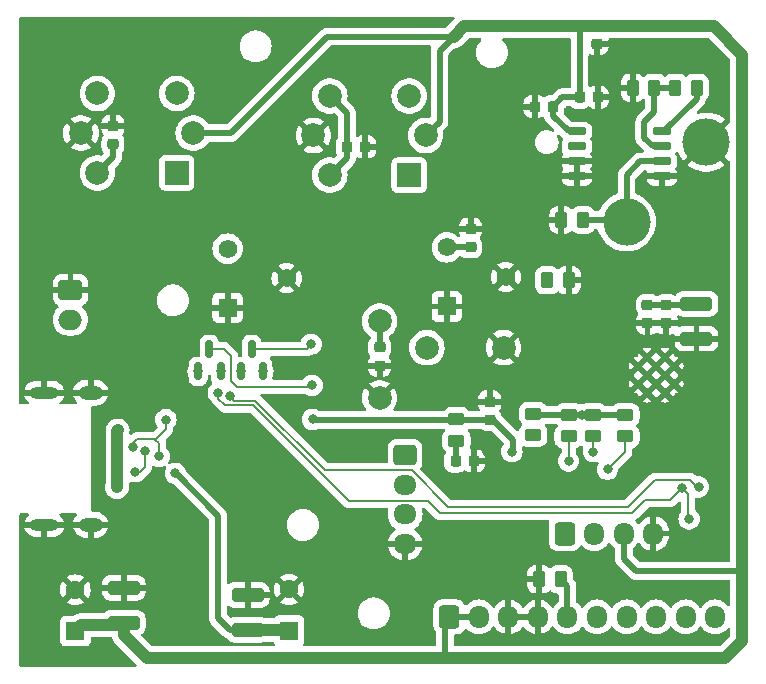
<source format=gbr>
%TF.GenerationSoftware,KiCad,Pcbnew,7.0.10-7.0.10~ubuntu22.04.1*%
%TF.CreationDate,2024-01-09T15:42:03+03:00*%
%TF.ProjectId,air-detector,6169722d-6465-4746-9563-746f722e6b69,rev?*%
%TF.SameCoordinates,Original*%
%TF.FileFunction,Copper,L2,Bot*%
%TF.FilePolarity,Positive*%
%FSLAX46Y46*%
G04 Gerber Fmt 4.6, Leading zero omitted, Abs format (unit mm)*
G04 Created by KiCad (PCBNEW 7.0.10-7.0.10~ubuntu22.04.1) date 2024-01-09 15:42:03*
%MOMM*%
%LPD*%
G01*
G04 APERTURE LIST*
G04 Aperture macros list*
%AMRoundRect*
0 Rectangle with rounded corners*
0 $1 Rounding radius*
0 $2 $3 $4 $5 $6 $7 $8 $9 X,Y pos of 4 corners*
0 Add a 4 corners polygon primitive as box body*
4,1,4,$2,$3,$4,$5,$6,$7,$8,$9,$2,$3,0*
0 Add four circle primitives for the rounded corners*
1,1,$1+$1,$2,$3*
1,1,$1+$1,$4,$5*
1,1,$1+$1,$6,$7*
1,1,$1+$1,$8,$9*
0 Add four rect primitives between the rounded corners*
20,1,$1+$1,$2,$3,$4,$5,0*
20,1,$1+$1,$4,$5,$6,$7,0*
20,1,$1+$1,$6,$7,$8,$9,0*
20,1,$1+$1,$8,$9,$2,$3,0*%
G04 Aperture macros list end*
%TA.AperFunction,ComponentPad*%
%ADD10C,4.000000*%
%TD*%
%TA.AperFunction,ComponentPad*%
%ADD11R,1.560000X1.560000*%
%TD*%
%TA.AperFunction,ComponentPad*%
%ADD12C,1.560000*%
%TD*%
%TA.AperFunction,ComponentPad*%
%ADD13RoundRect,0.250000X-0.600000X-0.725000X0.600000X-0.725000X0.600000X0.725000X-0.600000X0.725000X0*%
%TD*%
%TA.AperFunction,ComponentPad*%
%ADD14O,1.700000X1.950000*%
%TD*%
%TA.AperFunction,ComponentPad*%
%ADD15C,2.000000*%
%TD*%
%TA.AperFunction,ComponentPad*%
%ADD16R,2.000000X2.000000*%
%TD*%
%TA.AperFunction,ComponentPad*%
%ADD17O,2.000000X1.200000*%
%TD*%
%TA.AperFunction,ComponentPad*%
%ADD18O,2.400000X1.000000*%
%TD*%
%TA.AperFunction,HeatsinkPad*%
%ADD19C,0.600000*%
%TD*%
%TA.AperFunction,ComponentPad*%
%ADD20RoundRect,0.250000X-0.725000X0.600000X-0.725000X-0.600000X0.725000X-0.600000X0.725000X0.600000X0*%
%TD*%
%TA.AperFunction,ComponentPad*%
%ADD21O,1.950000X1.700000*%
%TD*%
%TA.AperFunction,ComponentPad*%
%ADD22RoundRect,0.250000X-0.750000X0.600000X-0.750000X-0.600000X0.750000X-0.600000X0.750000X0.600000X0*%
%TD*%
%TA.AperFunction,ComponentPad*%
%ADD23O,2.000000X1.700000*%
%TD*%
%TA.AperFunction,ComponentPad*%
%ADD24R,1.600000X1.600000*%
%TD*%
%TA.AperFunction,ComponentPad*%
%ADD25C,1.600000*%
%TD*%
%TA.AperFunction,SMDPad,CuDef*%
%ADD26RoundRect,0.225000X-0.225000X-0.250000X0.225000X-0.250000X0.225000X0.250000X-0.225000X0.250000X0*%
%TD*%
%TA.AperFunction,SMDPad,CuDef*%
%ADD27RoundRect,0.225000X0.225000X0.250000X-0.225000X0.250000X-0.225000X-0.250000X0.225000X-0.250000X0*%
%TD*%
%TA.AperFunction,SMDPad,CuDef*%
%ADD28RoundRect,0.250000X0.262500X0.450000X-0.262500X0.450000X-0.262500X-0.450000X0.262500X-0.450000X0*%
%TD*%
%TA.AperFunction,SMDPad,CuDef*%
%ADD29RoundRect,0.250000X-0.450000X0.262500X-0.450000X-0.262500X0.450000X-0.262500X0.450000X0.262500X0*%
%TD*%
%TA.AperFunction,SMDPad,CuDef*%
%ADD30RoundRect,0.225000X-0.250000X0.225000X-0.250000X-0.225000X0.250000X-0.225000X0.250000X0.225000X0*%
%TD*%
%TA.AperFunction,SMDPad,CuDef*%
%ADD31RoundRect,0.250000X-0.262500X-0.450000X0.262500X-0.450000X0.262500X0.450000X-0.262500X0.450000X0*%
%TD*%
%TA.AperFunction,SMDPad,CuDef*%
%ADD32RoundRect,0.250000X0.450000X-0.262500X0.450000X0.262500X-0.450000X0.262500X-0.450000X-0.262500X0*%
%TD*%
%TA.AperFunction,SMDPad,CuDef*%
%ADD33RoundRect,0.225000X0.250000X-0.225000X0.250000X0.225000X-0.250000X0.225000X-0.250000X-0.225000X0*%
%TD*%
%TA.AperFunction,SMDPad,CuDef*%
%ADD34RoundRect,0.150000X0.650000X0.150000X-0.650000X0.150000X-0.650000X-0.150000X0.650000X-0.150000X0*%
%TD*%
%TA.AperFunction,SMDPad,CuDef*%
%ADD35RoundRect,0.250000X-1.100000X0.325000X-1.100000X-0.325000X1.100000X-0.325000X1.100000X0.325000X0*%
%TD*%
%TA.AperFunction,SMDPad,CuDef*%
%ADD36RoundRect,0.250000X1.100000X-0.325000X1.100000X0.325000X-1.100000X0.325000X-1.100000X-0.325000X0*%
%TD*%
%TA.AperFunction,SMDPad,CuDef*%
%ADD37RoundRect,0.150000X0.150000X-0.587500X0.150000X0.587500X-0.150000X0.587500X-0.150000X-0.587500X0*%
%TD*%
%TA.AperFunction,ViaPad*%
%ADD38C,0.800000*%
%TD*%
%TA.AperFunction,Conductor*%
%ADD39C,0.500000*%
%TD*%
%TA.AperFunction,Conductor*%
%ADD40C,0.200000*%
%TD*%
%TA.AperFunction,Conductor*%
%ADD41C,1.000000*%
%TD*%
G04 APERTURE END LIST*
D10*
%TO.P,U2,2,OUT*%
%TO.N,Net-(U2-OUT)*%
X216400000Y-54350000D03*
%TO.P,U2,3,GND*%
%TO.N,/core/GND*%
X223150000Y-47600000D03*
%TD*%
D11*
%TO.P,RV1,1,1*%
%TO.N,/core/GND*%
X201184000Y-61516000D03*
D12*
%TO.P,RV1,2,2*%
X206184000Y-59016000D03*
%TO.P,RV1,3,3*%
%TO.N,/board1/CO*%
X201184000Y-56516000D03*
%TD*%
D13*
%TO.P,J11,1,Pin_1*%
%TO.N,/board1/TXD_2_3V3*%
X211174000Y-80741000D03*
D14*
%TO.P,J11,2,Pin_2*%
%TO.N,/board1/RXD_2_3V3*%
X213674000Y-80741000D03*
%TO.P,J11,3,Pin_3*%
%TO.N,/board1/+5V*%
X216174000Y-80741000D03*
%TO.P,J11,4,Pin_4*%
%TO.N,/core/GND*%
X218674000Y-80741000D03*
%TD*%
D15*
%TO.P,SW1,1,1*%
%TO.N,/core/GND*%
X206000000Y-65000000D03*
%TO.P,SW1,2,2*%
%TO.N,/core/ESP32_ENABLE*%
X199500000Y-65000000D03*
%TD*%
D16*
%TO.P,U12,1,B1*%
%TO.N,/board1/H2S*%
X178320000Y-50200000D03*
D15*
%TO.P,U12,2,VH+*%
%TO.N,/board1/+5V*%
X179710000Y-46840000D03*
%TO.P,U12,3,B2*%
%TO.N,/board1/H2S*%
X178320000Y-43480000D03*
%TO.P,U12,4,A2*%
%TO.N,/board1/+3V3*%
X171600000Y-43480000D03*
%TO.P,U12,5,VH-*%
%TO.N,/core/GND*%
X170210000Y-46840000D03*
%TO.P,U12,6,A1*%
%TO.N,/board1/+3V3*%
X171600000Y-50200000D03*
%TD*%
D17*
%TO.P,J1,S1,SHIELD*%
%TO.N,/core/GND*%
X171025000Y-68809000D03*
D18*
X167100000Y-68809000D03*
D17*
X171025000Y-80009000D03*
D18*
X167100000Y-80009000D03*
%TD*%
D16*
%TO.P,U5,1,B1*%
%TO.N,/board1/CO*%
X198000000Y-50400000D03*
D15*
%TO.P,U5,2,VH+*%
%TO.N,/board1/+5V*%
X199390000Y-47040000D03*
%TO.P,U5,3,B2*%
%TO.N,/board1/CO*%
X198000000Y-43680000D03*
%TO.P,U5,4,A2*%
%TO.N,/board1/+3V3*%
X191280000Y-43680000D03*
%TO.P,U5,5,VH-*%
%TO.N,/core/GND*%
X189890000Y-47040000D03*
%TO.P,U5,6,A1*%
%TO.N,/board1/+3V3*%
X191280000Y-50400000D03*
%TD*%
D11*
%TO.P,RV3,1,1*%
%TO.N,/core/GND*%
X182625400Y-61618200D03*
D12*
%TO.P,RV3,2,2*%
X187625400Y-59118200D03*
%TO.P,RV3,3,3*%
%TO.N,/board1/H2S*%
X182625400Y-56618200D03*
%TD*%
D15*
%TO.P,SW3,1,1*%
%TO.N,/core/GND*%
X195500000Y-69250000D03*
%TO.P,SW3,2,2*%
%TO.N,/core/CALIBRATE_BUTTON*%
X195500000Y-62750000D03*
%TD*%
D19*
%TO.P,U8,39,GND*%
%TO.N,/core/GND*%
X219672500Y-65795000D03*
X218147500Y-65795000D03*
X220435000Y-66557500D03*
X218910000Y-66557500D03*
X217385000Y-66557500D03*
X219672500Y-67320000D03*
X218147500Y-67320000D03*
X220435000Y-68082500D03*
X218910000Y-68082500D03*
X217385000Y-68082500D03*
X219672500Y-68845000D03*
X218147500Y-68845000D03*
%TD*%
D13*
%TO.P,J5,1,Pin_1*%
%TO.N,/board1/+5V*%
X201400000Y-87800000D03*
D14*
%TO.P,J5,2,Pin_2*%
X203900000Y-87800000D03*
%TO.P,J5,3,Pin_3*%
%TO.N,/core/GND*%
X206400000Y-87800000D03*
%TO.P,J5,4,Pin_4*%
X208900000Y-87800000D03*
%TO.P,J5,5,Pin_5*%
%TO.N,/board1/PMS7003_ENABLE*%
X211400000Y-87800000D03*
%TO.P,J5,6,Pin_6*%
%TO.N,unconnected-(J5-Pin_6-Pad6)*%
X213900000Y-87800000D03*
%TO.P,J5,7,Pin_7*%
%TO.N,/board1/RXD_3V3*%
X216400000Y-87800000D03*
%TO.P,J5,8,Pin_8*%
%TO.N,unconnected-(J5-Pin_8-Pad8)*%
X218900000Y-87800000D03*
%TO.P,J5,9,Pin_9*%
%TO.N,/board1/TXD_3V3*%
X221400000Y-87800000D03*
%TO.P,J5,10,Pin_10*%
%TO.N,Net-(J5-Pin_10)*%
X223900000Y-87800000D03*
%TD*%
D20*
%TO.P,J8,1,Pin_1*%
%TO.N,/board1/SCL_3V3*%
X197649000Y-74116000D03*
D21*
%TO.P,J8,2,Pin_2*%
%TO.N,/board1/SDA_3V3*%
X197649000Y-76616000D03*
%TO.P,J8,3,Pin_3*%
%TO.N,/board1/+3V3*%
X197649000Y-79116000D03*
%TO.P,J8,4,Pin_4*%
%TO.N,/core/GND*%
X197649000Y-81616000D03*
%TD*%
D22*
%TO.P,J3,1,Pin_1*%
%TO.N,/core/GND*%
X169320600Y-60134200D03*
D23*
%TO.P,J3,2,Pin_2*%
%TO.N,/board1/+5V*%
X169320600Y-62634200D03*
%TD*%
D24*
%TO.P,C11,1*%
%TO.N,/board1/+3V3*%
X187824000Y-88968651D03*
D25*
%TO.P,C11,2*%
%TO.N,/core/GND*%
X187824000Y-85468651D03*
%TD*%
D24*
%TO.P,C4,1*%
%TO.N,/board1/+5V*%
X169724000Y-89000000D03*
D25*
%TO.P,C4,2*%
%TO.N,/core/GND*%
X169724000Y-85500000D03*
%TD*%
D26*
%TO.P,C38,1*%
%TO.N,/core/GND*%
X208625000Y-44600000D03*
%TO.P,C38,2*%
%TO.N,/board1/+5V*%
X210175000Y-44600000D03*
%TD*%
D27*
%TO.P,C6,1*%
%TO.N,/core/GND*%
X213975000Y-43800000D03*
%TO.P,C6,2*%
%TO.N,/board1/+5V*%
X212425000Y-43800000D03*
%TD*%
D28*
%TO.P,R7,1*%
%TO.N,Net-(U3A--)*%
X218752500Y-43000000D03*
%TO.P,R7,2*%
%TO.N,/core/GND*%
X216927500Y-43000000D03*
%TD*%
D29*
%TO.P,R12,1*%
%TO.N,/board1/+3V3*%
X213600000Y-70687500D03*
%TO.P,R12,2*%
%TO.N,/board1/SCL_3V3*%
X213600000Y-72512500D03*
%TD*%
D30*
%TO.P,C12,1*%
%TO.N,/core/GND*%
X203200000Y-54950000D03*
%TO.P,C12,2*%
%TO.N,/board1/CO*%
X203200000Y-56500000D03*
%TD*%
D31*
%TO.P,R21,1*%
%TO.N,Net-(U3A--)*%
X220527500Y-43000000D03*
%TO.P,R21,2*%
%TO.N,/board1/O2*%
X222352500Y-43000000D03*
%TD*%
D30*
%TO.P,C18,1*%
%TO.N,/board1/+3V3*%
X218174000Y-61391000D03*
%TO.P,C18,2*%
%TO.N,/core/GND*%
X218174000Y-62941000D03*
%TD*%
D31*
%TO.P,R34,1*%
%TO.N,Net-(U8-IO12)*%
X209687500Y-59300000D03*
%TO.P,R34,2*%
%TO.N,/core/GND*%
X211512500Y-59300000D03*
%TD*%
D32*
%TO.P,R36,1*%
%TO.N,Net-(U8-IO15)*%
X208500000Y-72412500D03*
%TO.P,R36,2*%
%TO.N,/board1/+3V3*%
X208500000Y-70587500D03*
%TD*%
D33*
%TO.P,C16,1*%
%TO.N,/core/GND*%
X219774000Y-62941000D03*
%TO.P,C16,2*%
%TO.N,/board1/+3V3*%
X219774000Y-61391000D03*
%TD*%
D27*
%TO.P,C23,1*%
%TO.N,/core/GND*%
X203475000Y-74600000D03*
%TO.P,C23,2*%
%TO.N,Net-(U11-VCC)*%
X201925000Y-74600000D03*
%TD*%
D34*
%TO.P,U3,1*%
%TO.N,/board1/O2*%
X219400000Y-46695000D03*
%TO.P,U3,2,-*%
%TO.N,Net-(U3A--)*%
X219400000Y-47965000D03*
%TO.P,U3,3,+*%
%TO.N,Net-(U2-OUT)*%
X219400000Y-49235000D03*
%TO.P,U3,4,V-*%
%TO.N,/core/GND*%
X219400000Y-50505000D03*
%TO.P,U3,5,+*%
X212200000Y-50505000D03*
%TO.P,U3,6,-*%
X212200000Y-49235000D03*
%TO.P,U3,7*%
%TO.N,unconnected-(U3-Pad7)*%
X212200000Y-47965000D03*
%TO.P,U3,8,V+*%
%TO.N,/board1/+5V*%
X212200000Y-46695000D03*
%TD*%
D30*
%TO.P,C40,1*%
%TO.N,/core/CALIBRATE_BUTTON*%
X195500000Y-64975000D03*
%TO.P,C40,2*%
%TO.N,/core/GND*%
X195500000Y-66525000D03*
%TD*%
D31*
%TO.P,R17,1*%
%TO.N,/core/GND*%
X209011500Y-84616000D03*
%TO.P,R17,2*%
%TO.N,/board1/PMS7003_ENABLE*%
X210836500Y-84616000D03*
%TD*%
D33*
%TO.P,C39,1*%
%TO.N,/core/GND*%
X213900000Y-39275000D03*
%TO.P,C39,2*%
%TO.N,/board1/+5V*%
X213900000Y-37725000D03*
%TD*%
D29*
%TO.P,R10,1*%
%TO.N,/board1/+3V3*%
X211500000Y-70687500D03*
%TO.P,R10,2*%
%TO.N,/board1/SDA_3V3*%
X211500000Y-72512500D03*
%TD*%
D35*
%TO.P,C9,1*%
%TO.N,/core/GND*%
X184324000Y-85941000D03*
%TO.P,C9,2*%
%TO.N,/board1/+3V3*%
X184324000Y-88891000D03*
%TD*%
D27*
%TO.P,C7,1*%
%TO.N,/core/GND*%
X194275000Y-48000000D03*
%TO.P,C7,2*%
%TO.N,/board1/+3V3*%
X192725000Y-48000000D03*
%TD*%
D30*
%TO.P,C24,1*%
%TO.N,/core/GND*%
X204824000Y-69566000D03*
%TO.P,C24,2*%
%TO.N,/board1/+3V3*%
X204824000Y-71116000D03*
%TD*%
D29*
%TO.P,R20,1*%
%TO.N,/board1/+3V3*%
X202000000Y-71053500D03*
%TO.P,R20,2*%
%TO.N,Net-(U11-VCC)*%
X202000000Y-72878500D03*
%TD*%
D35*
%TO.P,C5,1*%
%TO.N,/core/GND*%
X173824000Y-85341000D03*
%TO.P,C5,2*%
%TO.N,/board1/+5V*%
X173824000Y-88291000D03*
%TD*%
D36*
%TO.P,C17,1*%
%TO.N,/core/GND*%
X222324000Y-64241000D03*
%TO.P,C17,2*%
%TO.N,/board1/+3V3*%
X222324000Y-61291000D03*
%TD*%
D32*
%TO.P,R32,1*%
%TO.N,Net-(U8-IO5)*%
X216300000Y-72512500D03*
%TO.P,R32,2*%
%TO.N,/board1/+3V3*%
X216300000Y-70687500D03*
%TD*%
D37*
%TO.P,Q2,1,B*%
%TO.N,Net-(Q2-B)*%
X185624000Y-67016000D03*
%TO.P,Q2,2,E*%
%TO.N,Net-(Q2-E)*%
X183724000Y-67016000D03*
%TO.P,Q2,3,C*%
%TO.N,Net-(JP2-A)*%
X184674000Y-65141000D03*
%TD*%
D28*
%TO.P,R6,1*%
%TO.N,Net-(U2-OUT)*%
X212712500Y-54200000D03*
%TO.P,R6,2*%
%TO.N,/core/GND*%
X210887500Y-54200000D03*
%TD*%
D37*
%TO.P,Q1,1,B*%
%TO.N,Net-(Q1-B)*%
X182024000Y-67016000D03*
%TO.P,Q1,2,E*%
%TO.N,Net-(Q1-E)*%
X180124000Y-67016000D03*
%TO.P,Q1,3,C*%
%TO.N,Net-(JP1-A)*%
X181074000Y-65141000D03*
%TD*%
D30*
%TO.P,C25,1*%
%TO.N,/core/GND*%
X172920000Y-46225000D03*
%TO.P,C25,2*%
%TO.N,/board1/+3V3*%
X172920000Y-47775000D03*
%TD*%
D38*
%TO.N,/board1/O2*%
X222400000Y-43100000D03*
%TO.N,Net-(U8-IO5)*%
X214800000Y-75299500D03*
%TO.N,Net-(U8-IO12)*%
X209700000Y-59300000D03*
%TO.N,/core/GND*%
X210124000Y-62316000D03*
X182924000Y-73216000D03*
X196500000Y-57800000D03*
X204600000Y-73800000D03*
X175400000Y-69400000D03*
%TO.N,/board1/+3V3*%
X212600000Y-70700000D03*
X206700000Y-73800000D03*
X218224000Y-61416000D03*
X189816525Y-71073475D03*
X178200000Y-75641000D03*
%TO.N,/board1/+5V*%
X173324000Y-72016000D03*
X173224000Y-76816000D03*
%TO.N,Net-(U11-VCC)*%
X202000000Y-72916000D03*
%TO.N,/core/D-*%
X177400000Y-71100000D03*
X176824000Y-74216000D03*
X174600000Y-73416000D03*
%TO.N,/core/D+*%
X174800000Y-75516000D03*
X175624000Y-73716000D03*
%TO.N,/board1/RXD_3V3*%
X222500000Y-76800000D03*
X182786300Y-69116000D03*
%TO.N,/board1/TXD_3V3*%
X221100000Y-76900000D03*
X181832902Y-68815936D03*
X221700000Y-79500000D03*
%TO.N,/board1/SCL_3V3*%
X213600000Y-73800000D03*
%TO.N,/board1/SDA_3V3*%
X211500000Y-74600000D03*
%TO.N,Net-(JP1-A)*%
X189775000Y-68200000D03*
%TO.N,Net-(JP2-A)*%
X189699000Y-64716000D03*
%TO.N,Net-(Q1-B)*%
X182024000Y-67016000D03*
%TO.N,Net-(Q1-E)*%
X180124000Y-67016000D03*
%TO.N,Net-(Q2-B)*%
X185624000Y-67016000D03*
%TO.N,Net-(Q2-E)*%
X183724000Y-67016000D03*
%TO.N,Net-(U8-IO15)*%
X208400000Y-72400000D03*
%TD*%
D39*
%TO.N,/board1/+5V*%
X212200000Y-46695000D02*
X211495000Y-46695000D01*
X211495000Y-46695000D02*
X210175000Y-45375000D01*
X210175000Y-45375000D02*
X210175000Y-44600000D01*
X212425000Y-43800000D02*
X210975000Y-43800000D01*
X210975000Y-43800000D02*
X210175000Y-44600000D01*
%TO.N,Net-(U2-OUT)*%
X219400000Y-49235000D02*
X217565000Y-49235000D01*
X217565000Y-49235000D02*
X216400000Y-50400000D01*
X216400000Y-50400000D02*
X216400000Y-54350000D01*
X212712500Y-54200000D02*
X216250000Y-54200000D01*
%TO.N,Net-(U3A--)*%
X220527500Y-43000000D02*
X218752500Y-43000000D01*
X217900000Y-47264999D02*
X217900000Y-45900000D01*
X217900000Y-45900000D02*
X218752500Y-45047500D01*
X218600001Y-47965000D02*
X217900000Y-47264999D01*
X219400000Y-47965000D02*
X218600001Y-47965000D01*
X218752500Y-45047500D02*
X218752500Y-43000000D01*
%TO.N,/board1/O2*%
X219605000Y-46695000D02*
X222352500Y-43947500D01*
X222352500Y-43947500D02*
X222352500Y-43147500D01*
%TO.N,/board1/+5V*%
X212425000Y-43800000D02*
X212425000Y-38101000D01*
%TO.N,/core/CALIBRATE_BUTTON*%
X195500000Y-64975000D02*
X195500000Y-62750000D01*
D40*
%TO.N,Net-(U8-IO5)*%
X214800000Y-75299500D02*
X216300000Y-73799500D01*
X216300000Y-73799500D02*
X216300000Y-72512500D01*
D39*
%TO.N,/board1/+3V3*%
X212600000Y-70700000D02*
X212587500Y-70687500D01*
X172920000Y-47775000D02*
X172920000Y-48880000D01*
X192725000Y-48955000D02*
X191280000Y-50400000D01*
X212612500Y-70687500D02*
X212600000Y-70700000D01*
X189859050Y-71116000D02*
X201824000Y-71116000D01*
X182799000Y-88891000D02*
X184324000Y-88891000D01*
X192725000Y-45125000D02*
X192725000Y-48955000D01*
X218249000Y-61391000D02*
X222224000Y-61391000D01*
X178200000Y-75641000D02*
X178241000Y-75641000D01*
X205774000Y-71766000D02*
X205774000Y-71774000D01*
X181824000Y-79224000D02*
X181824000Y-87916000D01*
X189816525Y-71073475D02*
X189859050Y-71116000D01*
X206800000Y-72800000D02*
X206800000Y-73800000D01*
X212587500Y-70687500D02*
X208600000Y-70687500D01*
X181824000Y-87916000D02*
X182799000Y-88891000D01*
X178241000Y-75641000D02*
X181824000Y-79224000D01*
X205774000Y-71774000D02*
X206800000Y-72800000D01*
D41*
X184324000Y-88891000D02*
X187746349Y-88891000D01*
D39*
X205774000Y-71766000D02*
X205124000Y-71116000D01*
X216300000Y-70687500D02*
X212612500Y-70687500D01*
X205124000Y-71116000D02*
X201824000Y-71116000D01*
X172920000Y-48880000D02*
X171600000Y-50200000D01*
X191280000Y-43680000D02*
X192725000Y-45125000D01*
%TO.N,/board1/+5V*%
X199390000Y-47040000D02*
X200574000Y-45856000D01*
X200574000Y-39866000D02*
X201774000Y-38666000D01*
X201400000Y-87800000D02*
X203900000Y-87800000D01*
D41*
X200858000Y-91300000D02*
X175808000Y-91300000D01*
X226200000Y-89800000D02*
X226200000Y-84166000D01*
X173300000Y-72040000D02*
X173324000Y-72016000D01*
X169724000Y-89000000D02*
X170224000Y-88500000D01*
D39*
X216174000Y-80741000D02*
X216174000Y-82866000D01*
D41*
X226200000Y-40200000D02*
X226200000Y-85300000D01*
X223800000Y-37800000D02*
X226200000Y-40200000D01*
X202640000Y-37800000D02*
X215400000Y-37800000D01*
X212124000Y-37800000D02*
X223800000Y-37800000D01*
X175808000Y-91300000D02*
X173824000Y-89316000D01*
D39*
X182900000Y-46840000D02*
X179710000Y-46840000D01*
X201024000Y-91466000D02*
X201024000Y-88176000D01*
D41*
X173824000Y-89316000D02*
X173824000Y-88291000D01*
X224700000Y-91300000D02*
X226200000Y-89800000D01*
X201774000Y-38666000D02*
X202640000Y-37800000D01*
D39*
X217224000Y-83916000D02*
X226450000Y-83916000D01*
D41*
X173615000Y-88500000D02*
X173815000Y-88300000D01*
D39*
X191074000Y-38666000D02*
X182900000Y-46840000D01*
D41*
X170224000Y-88500000D02*
X173615000Y-88500000D01*
D39*
X201774000Y-38666000D02*
X191074000Y-38666000D01*
D41*
X173224000Y-76816000D02*
X173300000Y-76740000D01*
D39*
X216174000Y-82866000D02*
X217224000Y-83916000D01*
D41*
X173300000Y-76740000D02*
X173300000Y-72040000D01*
X199900000Y-91300000D02*
X224700000Y-91300000D01*
D39*
X200574000Y-45856000D02*
X200574000Y-39866000D01*
%TO.N,/board1/CO*%
X201184000Y-56516000D02*
X203184000Y-56516000D01*
%TO.N,Net-(U11-VCC)*%
X201925000Y-74600000D02*
X201925000Y-72991000D01*
D40*
%TO.N,/core/D-*%
X174600000Y-73416000D02*
X174600000Y-73100000D01*
X176504000Y-72796000D02*
X177400000Y-71900000D01*
X177400000Y-71900000D02*
X177400000Y-71100000D01*
X176824000Y-73116000D02*
X176824000Y-74216000D01*
X176504000Y-72796000D02*
X176824000Y-73116000D01*
X176424000Y-72716000D02*
X176504000Y-72796000D01*
X174600000Y-73100000D02*
X174984000Y-72716000D01*
X174984000Y-72716000D02*
X176424000Y-72716000D01*
%TO.N,/core/D+*%
X175624000Y-75116000D02*
X175624000Y-73716000D01*
X174800000Y-75516000D02*
X175224000Y-75516000D01*
X175224000Y-75516000D02*
X175624000Y-75116000D01*
D39*
%TO.N,/board1/PMS7003_ENABLE*%
X211400000Y-85179500D02*
X210836500Y-84616000D01*
X211400000Y-87800000D02*
X211400000Y-85179500D01*
D40*
%TO.N,/board1/RXD_3V3*%
X221800000Y-76200000D02*
X222400000Y-76800000D01*
X183170300Y-69500000D02*
X184965686Y-69500000D01*
X198200000Y-75400000D02*
X201300000Y-78500000D01*
X182786300Y-69116000D02*
X183170300Y-69500000D01*
X190865686Y-75400000D02*
X198200000Y-75400000D01*
X201300000Y-78500000D02*
X216500000Y-78500000D01*
X222400000Y-76800000D02*
X222500000Y-76800000D01*
X222500000Y-76900000D02*
X222400000Y-76800000D01*
X184965686Y-69500000D02*
X190865686Y-75400000D01*
X222500000Y-76800000D02*
X222500000Y-76900000D01*
X216500000Y-78500000D02*
X218800000Y-76200000D01*
X218800000Y-76200000D02*
X221800000Y-76200000D01*
%TO.N,/board1/TXD_3V3*%
X218000000Y-77900000D02*
X220100000Y-77900000D01*
X199566000Y-77966000D02*
X200600000Y-79000000D01*
X181832902Y-69332902D02*
X182400000Y-69900000D01*
X221700000Y-79500000D02*
X221600000Y-79500000D01*
X182400000Y-69900000D02*
X184800000Y-69900000D01*
X221100000Y-76900000D02*
X221600000Y-77400000D01*
X192866000Y-77966000D02*
X199566000Y-77966000D01*
X220100000Y-77900000D02*
X221100000Y-76900000D01*
X221600000Y-77400000D02*
X221600000Y-79400000D01*
X216900000Y-79000000D02*
X218000000Y-77900000D01*
X221600000Y-79400000D02*
X221700000Y-79500000D01*
X184800000Y-69900000D02*
X192866000Y-77966000D01*
X181832902Y-68815936D02*
X181832902Y-69332902D01*
X200600000Y-79000000D02*
X216900000Y-79000000D01*
%TO.N,/board1/SCL_3V3*%
X213600000Y-73800000D02*
X213600000Y-72512500D01*
%TO.N,/board1/SDA_3V3*%
X211500000Y-74600000D02*
X211500000Y-72512500D01*
%TO.N,Net-(JP1-A)*%
X182900000Y-67800000D02*
X182900000Y-65700000D01*
X182341000Y-65141000D02*
X181074000Y-65141000D01*
X183400000Y-68300000D02*
X182900000Y-67800000D01*
X189675000Y-68300000D02*
X183400000Y-68300000D01*
X189775000Y-68200000D02*
X189675000Y-68300000D01*
X182900000Y-65700000D02*
X182341000Y-65141000D01*
%TO.N,Net-(JP2-A)*%
X189699000Y-64716000D02*
X189699000Y-64801000D01*
X189699000Y-64801000D02*
X189359000Y-65141000D01*
X189359000Y-65141000D02*
X184674000Y-65141000D01*
%TD*%
%TA.AperFunction,Conductor*%
%TO.N,/core/GND*%
G36*
X201792255Y-37020185D02*
G01*
X201838010Y-37072989D01*
X201847954Y-37142147D01*
X201818929Y-37205703D01*
X201812897Y-37212181D01*
X201145899Y-37879181D01*
X201084576Y-37912666D01*
X201058218Y-37915500D01*
X191137705Y-37915500D01*
X191119735Y-37914191D01*
X191095972Y-37910710D01*
X191048843Y-37914834D01*
X191046630Y-37915028D01*
X191035824Y-37915500D01*
X191030284Y-37915500D01*
X190999501Y-37919098D01*
X190995916Y-37919464D01*
X190921199Y-37926001D01*
X190914132Y-37927460D01*
X190914120Y-37927404D01*
X190906763Y-37929035D01*
X190906777Y-37929092D01*
X190899740Y-37930760D01*
X190829231Y-37956421D01*
X190825854Y-37957595D01*
X190786848Y-37970521D01*
X190754668Y-37981185D01*
X190748126Y-37984236D01*
X190748101Y-37984183D01*
X190741308Y-37987471D01*
X190741334Y-37987523D01*
X190734880Y-37990764D01*
X190672221Y-38031975D01*
X190669181Y-38033912D01*
X190605348Y-38073285D01*
X190599683Y-38077765D01*
X190599647Y-38077719D01*
X190593798Y-38082484D01*
X190593835Y-38082528D01*
X190588310Y-38087164D01*
X190536831Y-38141727D01*
X190534319Y-38144312D01*
X182625451Y-46053181D01*
X182564128Y-46086666D01*
X182537770Y-46089500D01*
X181079136Y-46089500D01*
X181012097Y-46069815D01*
X180975327Y-46033322D01*
X180971144Y-46026919D01*
X180898164Y-45915215D01*
X180729744Y-45732262D01*
X180533509Y-45579526D01*
X180533507Y-45579525D01*
X180533506Y-45579524D01*
X180314811Y-45461172D01*
X180314802Y-45461169D01*
X180079616Y-45380429D01*
X179834335Y-45339500D01*
X179585665Y-45339500D01*
X179340383Y-45380429D01*
X179105197Y-45461169D01*
X179105188Y-45461172D01*
X178886493Y-45579524D01*
X178690257Y-45732261D01*
X178521833Y-45915217D01*
X178385826Y-46123393D01*
X178285936Y-46351118D01*
X178224892Y-46592175D01*
X178224890Y-46592187D01*
X178204357Y-46839994D01*
X178204357Y-46840005D01*
X178224890Y-47087812D01*
X178224892Y-47087824D01*
X178285936Y-47328881D01*
X178385826Y-47556606D01*
X178521833Y-47764782D01*
X178521835Y-47764784D01*
X178521836Y-47764785D01*
X178690256Y-47947738D01*
X178886491Y-48100474D01*
X178886493Y-48100475D01*
X179104332Y-48218364D01*
X179105190Y-48218828D01*
X179276323Y-48277578D01*
X179338964Y-48299083D01*
X179340386Y-48299571D01*
X179585665Y-48340500D01*
X179834335Y-48340500D01*
X180079614Y-48299571D01*
X180314810Y-48218828D01*
X180533509Y-48100474D01*
X180729744Y-47947738D01*
X180898164Y-47764785D01*
X180975327Y-47646677D01*
X181028474Y-47601322D01*
X181079136Y-47590500D01*
X182836295Y-47590500D01*
X182854265Y-47591809D01*
X182878023Y-47595289D01*
X182927369Y-47590971D01*
X182938176Y-47590500D01*
X182943704Y-47590500D01*
X182943709Y-47590500D01*
X182974556Y-47586893D01*
X182978030Y-47586539D01*
X183052797Y-47579999D01*
X183052805Y-47579996D01*
X183059866Y-47578539D01*
X183059878Y-47578598D01*
X183067243Y-47576965D01*
X183067229Y-47576906D01*
X183074249Y-47575241D01*
X183074255Y-47575241D01*
X183144779Y-47549572D01*
X183148117Y-47548412D01*
X183219334Y-47524814D01*
X183219342Y-47524808D01*
X183225882Y-47521760D01*
X183225908Y-47521816D01*
X183232690Y-47518532D01*
X183232663Y-47518478D01*
X183239113Y-47515238D01*
X183239117Y-47515237D01*
X183301837Y-47473984D01*
X183304732Y-47472140D01*
X183368656Y-47432712D01*
X183368662Y-47432705D01*
X183374325Y-47428229D01*
X183374362Y-47428277D01*
X183380204Y-47423518D01*
X183380164Y-47423471D01*
X183385686Y-47418835D01*
X183385696Y-47418830D01*
X183437185Y-47364253D01*
X183439632Y-47361734D01*
X183761361Y-47040005D01*
X188384859Y-47040005D01*
X188405385Y-47287729D01*
X188405387Y-47287738D01*
X188466412Y-47528717D01*
X188566266Y-47756364D01*
X188666564Y-47909882D01*
X189406923Y-47169523D01*
X189430507Y-47249844D01*
X189508239Y-47370798D01*
X189616900Y-47464952D01*
X189747685Y-47524680D01*
X189757466Y-47526086D01*
X189019942Y-48263609D01*
X189066768Y-48300055D01*
X189066770Y-48300056D01*
X189285385Y-48418364D01*
X189285396Y-48418369D01*
X189520506Y-48499083D01*
X189765707Y-48540000D01*
X190014293Y-48540000D01*
X190259493Y-48499083D01*
X190494603Y-48418369D01*
X190494614Y-48418364D01*
X190713228Y-48300057D01*
X190713231Y-48300055D01*
X190760056Y-48263609D01*
X190022533Y-47526086D01*
X190032315Y-47524680D01*
X190163100Y-47464952D01*
X190271761Y-47370798D01*
X190349493Y-47249844D01*
X190373076Y-47169524D01*
X191113434Y-47909882D01*
X191213731Y-47756369D01*
X191313587Y-47528717D01*
X191374612Y-47287738D01*
X191374614Y-47287729D01*
X191395141Y-47040005D01*
X191395141Y-47039994D01*
X191374614Y-46792270D01*
X191374612Y-46792261D01*
X191313587Y-46551282D01*
X191213731Y-46323630D01*
X191113434Y-46170116D01*
X190373076Y-46910475D01*
X190349493Y-46830156D01*
X190271761Y-46709202D01*
X190163100Y-46615048D01*
X190032315Y-46555320D01*
X190022534Y-46553913D01*
X190760057Y-45816390D01*
X190760056Y-45816389D01*
X190713229Y-45779943D01*
X190494614Y-45661635D01*
X190494603Y-45661630D01*
X190259493Y-45580916D01*
X190014293Y-45540000D01*
X189765707Y-45540000D01*
X189520506Y-45580916D01*
X189285396Y-45661630D01*
X189285390Y-45661632D01*
X189066761Y-45779949D01*
X189019942Y-45816388D01*
X189019942Y-45816390D01*
X189757466Y-46553913D01*
X189747685Y-46555320D01*
X189616900Y-46615048D01*
X189508239Y-46709202D01*
X189430507Y-46830156D01*
X189406923Y-46910475D01*
X188666564Y-46170116D01*
X188566267Y-46323632D01*
X188466412Y-46551282D01*
X188405387Y-46792261D01*
X188405385Y-46792270D01*
X188384859Y-47039994D01*
X188384859Y-47040005D01*
X183761361Y-47040005D01*
X191348548Y-39452819D01*
X191409871Y-39419334D01*
X191436229Y-39416500D01*
X199758883Y-39416500D01*
X199825922Y-39436185D01*
X199871677Y-39488989D01*
X199881621Y-39558147D01*
X199869694Y-39596150D01*
X199863958Y-39607570D01*
X199861488Y-39614357D01*
X199861432Y-39614336D01*
X199858960Y-39621450D01*
X199859015Y-39621469D01*
X199856743Y-39628325D01*
X199841573Y-39701788D01*
X199840793Y-39705304D01*
X199823499Y-39778279D01*
X199822661Y-39785454D01*
X199822601Y-39785447D01*
X199821835Y-39792945D01*
X199821895Y-39792951D01*
X199821265Y-39800140D01*
X199823448Y-39875128D01*
X199823500Y-39878735D01*
X199823500Y-45444683D01*
X199803815Y-45511722D01*
X199751011Y-45557477D01*
X199681853Y-45567421D01*
X199679091Y-45566992D01*
X199514335Y-45539500D01*
X199265665Y-45539500D01*
X199020383Y-45580429D01*
X198785197Y-45661169D01*
X198785188Y-45661172D01*
X198566493Y-45779524D01*
X198374376Y-45929055D01*
X198370256Y-45932262D01*
X198366304Y-45936555D01*
X198201833Y-46115217D01*
X198065826Y-46323393D01*
X197965936Y-46551118D01*
X197904892Y-46792175D01*
X197904890Y-46792187D01*
X197884357Y-47039994D01*
X197884357Y-47040005D01*
X197904890Y-47287812D01*
X197904892Y-47287824D01*
X197965936Y-47528881D01*
X198065826Y-47756606D01*
X198201833Y-47964782D01*
X198201836Y-47964785D01*
X198370256Y-48147738D01*
X198566491Y-48300474D01*
X198628704Y-48334142D01*
X198784332Y-48418364D01*
X198785190Y-48418828D01*
X198990156Y-48489193D01*
X199018964Y-48499083D01*
X199020386Y-48499571D01*
X199265665Y-48540500D01*
X199514335Y-48540500D01*
X199759614Y-48499571D01*
X199994810Y-48418828D01*
X200213509Y-48300474D01*
X200409744Y-48147738D01*
X200578164Y-47964785D01*
X200714173Y-47756607D01*
X200814063Y-47528881D01*
X200875108Y-47287821D01*
X200876056Y-47276380D01*
X200895643Y-47040005D01*
X200895643Y-47039994D01*
X200875109Y-46792187D01*
X200875108Y-46792184D01*
X200875108Y-46792179D01*
X200875105Y-46792167D01*
X200856857Y-46720107D01*
X200859481Y-46650287D01*
X200889379Y-46601987D01*
X201059642Y-46431724D01*
X201073271Y-46419947D01*
X201092530Y-46405610D01*
X201124360Y-46367676D01*
X201131677Y-46359691D01*
X201135587Y-46355781D01*
X201135587Y-46355780D01*
X201135591Y-46355777D01*
X201154833Y-46331438D01*
X201157069Y-46328693D01*
X201205302Y-46271214D01*
X201205307Y-46271203D01*
X201209274Y-46265175D01*
X201209325Y-46265208D01*
X201213372Y-46258856D01*
X201213320Y-46258824D01*
X201217108Y-46252680D01*
X201217111Y-46252677D01*
X201248821Y-46184673D01*
X201250362Y-46181488D01*
X201284040Y-46114433D01*
X201284043Y-46114417D01*
X201286509Y-46107646D01*
X201286567Y-46107667D01*
X201289043Y-46100546D01*
X201288986Y-46100528D01*
X201291256Y-46093677D01*
X201291257Y-46093673D01*
X201306447Y-46020102D01*
X201307179Y-46016798D01*
X201324500Y-45943721D01*
X201324500Y-45943712D01*
X201325338Y-45936548D01*
X201325398Y-45936555D01*
X201326164Y-45929055D01*
X201326105Y-45929050D01*
X201326734Y-45921860D01*
X201326487Y-45913385D01*
X201324552Y-45846869D01*
X201324500Y-45843262D01*
X201324500Y-44850000D01*
X207675001Y-44850000D01*
X207675001Y-44898322D01*
X207685144Y-44997607D01*
X207738452Y-45158481D01*
X207738457Y-45158492D01*
X207827424Y-45302728D01*
X207827427Y-45302732D01*
X207947267Y-45422572D01*
X207947271Y-45422575D01*
X208091507Y-45511542D01*
X208091518Y-45511547D01*
X208252393Y-45564855D01*
X208351683Y-45574999D01*
X208375000Y-45574998D01*
X208375000Y-44850000D01*
X207675001Y-44850000D01*
X201324500Y-44850000D01*
X201324500Y-44350000D01*
X207675000Y-44350000D01*
X208375000Y-44350000D01*
X208375000Y-43624999D01*
X208351693Y-43625000D01*
X208351674Y-43625001D01*
X208252392Y-43635144D01*
X208091518Y-43688452D01*
X208091507Y-43688457D01*
X207947271Y-43777424D01*
X207947267Y-43777427D01*
X207827427Y-43897267D01*
X207827424Y-43897271D01*
X207738457Y-44041507D01*
X207738452Y-44041518D01*
X207685144Y-44202393D01*
X207675000Y-44301677D01*
X207675000Y-44350000D01*
X201324500Y-44350000D01*
X201324500Y-40228229D01*
X201344185Y-40161190D01*
X201360819Y-40140548D01*
X201578019Y-39923348D01*
X201801224Y-39700142D01*
X201862545Y-39666659D01*
X201867015Y-39665772D01*
X201992871Y-39643214D01*
X202050648Y-39632859D01*
X202050648Y-39632858D01*
X202050653Y-39632858D01*
X202239617Y-39557377D01*
X202253357Y-39548322D01*
X202326678Y-39499999D01*
X202409519Y-39445402D01*
X203018101Y-38836818D01*
X203079424Y-38803334D01*
X203105782Y-38800500D01*
X203990241Y-38800500D01*
X204057280Y-38820185D01*
X204103035Y-38872989D01*
X204112979Y-38942147D01*
X204083954Y-39005703D01*
X204077923Y-39012181D01*
X203961501Y-39128603D01*
X203961501Y-39128604D01*
X203825967Y-39322165D01*
X203825965Y-39322169D01*
X203726098Y-39536335D01*
X203726094Y-39536344D01*
X203664938Y-39764586D01*
X203664936Y-39764596D01*
X203644341Y-39999999D01*
X203644341Y-40000000D01*
X203664936Y-40235403D01*
X203664938Y-40235413D01*
X203726094Y-40463655D01*
X203726096Y-40463659D01*
X203726097Y-40463663D01*
X203760992Y-40538494D01*
X203825964Y-40677828D01*
X203825965Y-40677830D01*
X203961505Y-40871402D01*
X204128597Y-41038494D01*
X204322169Y-41174034D01*
X204322171Y-41174035D01*
X204536337Y-41273903D01*
X204764592Y-41335063D01*
X204941032Y-41350499D01*
X204941033Y-41350500D01*
X204941034Y-41350500D01*
X205058967Y-41350500D01*
X205058967Y-41350499D01*
X205235408Y-41335063D01*
X205463663Y-41273903D01*
X205677829Y-41174035D01*
X205871401Y-41038495D01*
X206038495Y-40871401D01*
X206174035Y-40677830D01*
X206273903Y-40463663D01*
X206335063Y-40235408D01*
X206355659Y-40000000D01*
X206335063Y-39764592D01*
X206273903Y-39536337D01*
X206174035Y-39322171D01*
X206174034Y-39322169D01*
X206038494Y-39128597D01*
X205922078Y-39012181D01*
X205888593Y-38950858D01*
X205893577Y-38881166D01*
X205935449Y-38825233D01*
X206000913Y-38800816D01*
X206009759Y-38800500D01*
X211550500Y-38800500D01*
X211617539Y-38820185D01*
X211663294Y-38872989D01*
X211674500Y-38924500D01*
X211674500Y-42925500D01*
X211654815Y-42992539D01*
X211602011Y-43038294D01*
X211550500Y-43049500D01*
X211038705Y-43049500D01*
X211020735Y-43048191D01*
X210996972Y-43044710D01*
X210949843Y-43048834D01*
X210947630Y-43049028D01*
X210936824Y-43049500D01*
X210931284Y-43049500D01*
X210900501Y-43053098D01*
X210896916Y-43053464D01*
X210822199Y-43060001D01*
X210815132Y-43061460D01*
X210815120Y-43061404D01*
X210807763Y-43063035D01*
X210807777Y-43063092D01*
X210800740Y-43064760D01*
X210730231Y-43090421D01*
X210726854Y-43091595D01*
X210709740Y-43097267D01*
X210655668Y-43115185D01*
X210649126Y-43118236D01*
X210649101Y-43118183D01*
X210642308Y-43121471D01*
X210642334Y-43121523D01*
X210635880Y-43124764D01*
X210573221Y-43165975D01*
X210570181Y-43167912D01*
X210506348Y-43207285D01*
X210500683Y-43211765D01*
X210500647Y-43211719D01*
X210494798Y-43216484D01*
X210494835Y-43216528D01*
X210489305Y-43221168D01*
X210437833Y-43275724D01*
X210435321Y-43278310D01*
X210125449Y-43588181D01*
X210064126Y-43621666D01*
X210037769Y-43624500D01*
X209901663Y-43624500D01*
X209901644Y-43624501D01*
X209802292Y-43634650D01*
X209802289Y-43634651D01*
X209641305Y-43687996D01*
X209641294Y-43688001D01*
X209496959Y-43777029D01*
X209496953Y-43777033D01*
X209487324Y-43786663D01*
X209426000Y-43820146D01*
X209356308Y-43815159D01*
X209311965Y-43786660D01*
X209302732Y-43777427D01*
X209302728Y-43777424D01*
X209158492Y-43688457D01*
X209158481Y-43688452D01*
X208997606Y-43635144D01*
X208898322Y-43625000D01*
X208875000Y-43625000D01*
X208875000Y-45574999D01*
X208898308Y-45574999D01*
X208898322Y-45574998D01*
X208997607Y-45564855D01*
X209158481Y-45511547D01*
X209158488Y-45511544D01*
X209250128Y-45455019D01*
X209317520Y-45436578D01*
X209384184Y-45457500D01*
X209428954Y-45511141D01*
X209432930Y-45521547D01*
X209434490Y-45526254D01*
X209438034Y-45542237D01*
X209438092Y-45542224D01*
X209439757Y-45549249D01*
X209439758Y-45549254D01*
X209439759Y-45549255D01*
X209464192Y-45616388D01*
X209465400Y-45619705D01*
X209466582Y-45623107D01*
X209490182Y-45694326D01*
X209493236Y-45700874D01*
X209493182Y-45700898D01*
X209496470Y-45707688D01*
X209496521Y-45707663D01*
X209499761Y-45714114D01*
X209540979Y-45776784D01*
X209542889Y-45779782D01*
X209565470Y-45816390D01*
X209582289Y-45843658D01*
X209586766Y-45849319D01*
X209586719Y-45849356D01*
X209591482Y-45855202D01*
X209591528Y-45855164D01*
X209596173Y-45860699D01*
X209650707Y-45912149D01*
X209653295Y-45914663D01*
X210246917Y-46508285D01*
X210280402Y-46569608D01*
X210275418Y-46639300D01*
X210233546Y-46695233D01*
X210168082Y-46719650D01*
X210099809Y-46704798D01*
X210093647Y-46701199D01*
X210091537Y-46699884D01*
X210091532Y-46699881D01*
X210091530Y-46699880D01*
X210091528Y-46699879D01*
X210091522Y-46699876D01*
X210089293Y-46699051D01*
X210073912Y-46692130D01*
X210034728Y-46671186D01*
X209924036Y-46637607D01*
X209916973Y-46635231D01*
X209901300Y-46629427D01*
X209900854Y-46629312D01*
X209884276Y-46625547D01*
X209846130Y-46613975D01*
X209721508Y-46601701D01*
X209714893Y-46600869D01*
X209700786Y-46598708D01*
X209694504Y-46598390D01*
X209694506Y-46598347D01*
X209685205Y-46598125D01*
X209650003Y-46594659D01*
X209649999Y-46594659D01*
X209514257Y-46608027D01*
X209508392Y-46608464D01*
X209498187Y-46608982D01*
X209491974Y-46609934D01*
X209491931Y-46609654D01*
X209484679Y-46610941D01*
X209453869Y-46613975D01*
X209310446Y-46657482D01*
X209305545Y-46658859D01*
X209301795Y-46659830D01*
X209301175Y-46660060D01*
X209294123Y-46662433D01*
X209265270Y-46671186D01*
X209091467Y-46764086D01*
X209091460Y-46764090D01*
X208939116Y-46889116D01*
X208814090Y-47041460D01*
X208814086Y-47041467D01*
X208721188Y-47215266D01*
X208663975Y-47403870D01*
X208644659Y-47600000D01*
X208663975Y-47796129D01*
X208675864Y-47835321D01*
X208711729Y-47953553D01*
X208721188Y-47984733D01*
X208814086Y-48158532D01*
X208814090Y-48158539D01*
X208939116Y-48310883D01*
X209091460Y-48435909D01*
X209091467Y-48435913D01*
X209256835Y-48524304D01*
X209265273Y-48528814D01*
X209294157Y-48537575D01*
X209301195Y-48539946D01*
X209301791Y-48540166D01*
X209301799Y-48540170D01*
X209305570Y-48541146D01*
X209310422Y-48542509D01*
X209453868Y-48586024D01*
X209484662Y-48589056D01*
X209491911Y-48590344D01*
X209491955Y-48590063D01*
X209498178Y-48591016D01*
X209498182Y-48591017D01*
X209508423Y-48591536D01*
X209514229Y-48591968D01*
X209650000Y-48605341D01*
X209685203Y-48601873D01*
X209694500Y-48601653D01*
X209694498Y-48601610D01*
X209700768Y-48601291D01*
X209700780Y-48601292D01*
X209714926Y-48599124D01*
X209721482Y-48598300D01*
X209846132Y-48586024D01*
X209884291Y-48574448D01*
X209900827Y-48570694D01*
X209901296Y-48570573D01*
X209901299Y-48570573D01*
X209916956Y-48564774D01*
X209924006Y-48562400D01*
X210034727Y-48528814D01*
X210073920Y-48507864D01*
X210089301Y-48500945D01*
X210091530Y-48500120D01*
X210106842Y-48490575D01*
X210113918Y-48486485D01*
X210208533Y-48435913D01*
X210208534Y-48435912D01*
X210208533Y-48435912D01*
X210208538Y-48435910D01*
X210246513Y-48404744D01*
X210259559Y-48395385D01*
X210263684Y-48392815D01*
X210277071Y-48380088D01*
X210283805Y-48374139D01*
X210360883Y-48310883D01*
X210395082Y-48269211D01*
X210405480Y-48258027D01*
X210410715Y-48253052D01*
X210410717Y-48253048D01*
X210410719Y-48253047D01*
X210415618Y-48246007D01*
X210421154Y-48238053D01*
X210427050Y-48230258D01*
X210485910Y-48158538D01*
X210513641Y-48106656D01*
X210521203Y-48094308D01*
X210526601Y-48086553D01*
X210533534Y-48070396D01*
X210538110Y-48060878D01*
X210578814Y-47984727D01*
X210597362Y-47923580D01*
X210602060Y-47910713D01*
X210606600Y-47900135D01*
X210609924Y-47883957D01*
X210612705Y-47873002D01*
X210636024Y-47796132D01*
X210642798Y-47727345D01*
X210644737Y-47714556D01*
X210647435Y-47701429D01*
X210648041Y-47677434D01*
X210648593Y-47668510D01*
X210655341Y-47600000D01*
X210648593Y-47531493D01*
X210648041Y-47522561D01*
X210647435Y-47498571D01*
X210644735Y-47485435D01*
X210642799Y-47472657D01*
X210636024Y-47403868D01*
X210612714Y-47327027D01*
X210609920Y-47316022D01*
X210606600Y-47299865D01*
X210602062Y-47289290D01*
X210597354Y-47276391D01*
X210578814Y-47215273D01*
X210542162Y-47146703D01*
X210527921Y-47078302D01*
X210552920Y-47013058D01*
X210609225Y-46971687D01*
X210678959Y-46967325D01*
X210739202Y-47000570D01*
X210919270Y-47180638D01*
X210931051Y-47194270D01*
X210945388Y-47213528D01*
X210945389Y-47213529D01*
X210945390Y-47213530D01*
X210947470Y-47215275D01*
X210983337Y-47245372D01*
X210991310Y-47252679D01*
X210995218Y-47256587D01*
X210998357Y-47259069D01*
X211038734Y-47316090D01*
X211041874Y-47385890D01*
X211028180Y-47419456D01*
X210948254Y-47554605D01*
X210948254Y-47554606D01*
X210902402Y-47712426D01*
X210902401Y-47712432D01*
X210899500Y-47749298D01*
X210899500Y-48180701D01*
X210902401Y-48217567D01*
X210902402Y-48217573D01*
X210948254Y-48375393D01*
X210948255Y-48375396D01*
X210948256Y-48375398D01*
X210961450Y-48397708D01*
X211031917Y-48516862D01*
X211036702Y-48523031D01*
X211034369Y-48524840D01*
X211061210Y-48573995D01*
X211056226Y-48643687D01*
X211035470Y-48676021D01*
X211037097Y-48677283D01*
X211032313Y-48683449D01*
X210948718Y-48824801D01*
X210902899Y-48982513D01*
X210902704Y-48984998D01*
X210902705Y-48985000D01*
X213497295Y-48985000D01*
X213497295Y-48984998D01*
X213497100Y-48982513D01*
X213451281Y-48824801D01*
X213367685Y-48683447D01*
X213362900Y-48677278D01*
X213365366Y-48675364D01*
X213338802Y-48626776D01*
X213343749Y-48557082D01*
X213364856Y-48524232D01*
X213363301Y-48523026D01*
X213368077Y-48516868D01*
X213368081Y-48516865D01*
X213451744Y-48375398D01*
X213491647Y-48238053D01*
X213497597Y-48217573D01*
X213497598Y-48217567D01*
X213500499Y-48180701D01*
X213500500Y-48180694D01*
X213500500Y-47749306D01*
X213497598Y-47712431D01*
X213496857Y-47709882D01*
X213459123Y-47579999D01*
X213451744Y-47554602D01*
X213368081Y-47413135D01*
X213368078Y-47413132D01*
X213363298Y-47406969D01*
X213365750Y-47405066D01*
X213339155Y-47356421D01*
X213344104Y-47286726D01*
X213364940Y-47254304D01*
X213363298Y-47253031D01*
X213368075Y-47246870D01*
X213368081Y-47246865D01*
X213451744Y-47105398D01*
X213497598Y-46947569D01*
X213500500Y-46910694D01*
X213500500Y-46479306D01*
X213497598Y-46442431D01*
X213494489Y-46431731D01*
X213451745Y-46284606D01*
X213451744Y-46284603D01*
X213451744Y-46284602D01*
X213368081Y-46143135D01*
X213368079Y-46143133D01*
X213368076Y-46143129D01*
X213251870Y-46026923D01*
X213251862Y-46026917D01*
X213139147Y-45960258D01*
X213110398Y-45943256D01*
X213110397Y-45943255D01*
X213110396Y-45943255D01*
X213110393Y-45943254D01*
X212952573Y-45897402D01*
X212952567Y-45897401D01*
X212915701Y-45894500D01*
X212915694Y-45894500D01*
X211807229Y-45894500D01*
X211740190Y-45874815D01*
X211719548Y-45858181D01*
X211105647Y-45244279D01*
X211072162Y-45182956D01*
X211075621Y-45117598D01*
X211115349Y-44997708D01*
X211125500Y-44898345D01*
X211125499Y-44762230D01*
X211145183Y-44695191D01*
X211161819Y-44674548D01*
X211249551Y-44586818D01*
X211310874Y-44553333D01*
X211337231Y-44550500D01*
X211623126Y-44550500D01*
X211690165Y-44570185D01*
X211710807Y-44586819D01*
X211746955Y-44622967D01*
X211746959Y-44622970D01*
X211891294Y-44711998D01*
X211891297Y-44711999D01*
X211891303Y-44712003D01*
X212052292Y-44765349D01*
X212151655Y-44775500D01*
X212698344Y-44775499D01*
X212698352Y-44775498D01*
X212698355Y-44775498D01*
X212752760Y-44769940D01*
X212797708Y-44765349D01*
X212958697Y-44712003D01*
X213103044Y-44622968D01*
X213112668Y-44613343D01*
X213173987Y-44579856D01*
X213243679Y-44584835D01*
X213288034Y-44613339D01*
X213297267Y-44622572D01*
X213297271Y-44622575D01*
X213441507Y-44711542D01*
X213441518Y-44711547D01*
X213602393Y-44764855D01*
X213701683Y-44774999D01*
X213725000Y-44774998D01*
X213725000Y-44050000D01*
X214225000Y-44050000D01*
X214225000Y-44774999D01*
X214248308Y-44774999D01*
X214248322Y-44774998D01*
X214347607Y-44764855D01*
X214508481Y-44711547D01*
X214508492Y-44711542D01*
X214652728Y-44622575D01*
X214652732Y-44622572D01*
X214772572Y-44502732D01*
X214772575Y-44502728D01*
X214861542Y-44358492D01*
X214861547Y-44358481D01*
X214914855Y-44197606D01*
X214924999Y-44098322D01*
X214925000Y-44098309D01*
X214925000Y-44050000D01*
X214225000Y-44050000D01*
X213725000Y-44050000D01*
X213725000Y-42825000D01*
X214225000Y-42825000D01*
X214225000Y-43550000D01*
X214924999Y-43550000D01*
X214924999Y-43501692D01*
X214924998Y-43501677D01*
X214914855Y-43402392D01*
X214864358Y-43250000D01*
X215915001Y-43250000D01*
X215915001Y-43499986D01*
X215925494Y-43602697D01*
X215980641Y-43769119D01*
X215980643Y-43769124D01*
X216072684Y-43918345D01*
X216196654Y-44042315D01*
X216345875Y-44134356D01*
X216345880Y-44134358D01*
X216512302Y-44189505D01*
X216512309Y-44189506D01*
X216615019Y-44199999D01*
X216677499Y-44199998D01*
X216677500Y-44199998D01*
X216677500Y-43250000D01*
X215915001Y-43250000D01*
X214864358Y-43250000D01*
X214861547Y-43241518D01*
X214861542Y-43241507D01*
X214772575Y-43097271D01*
X214772572Y-43097267D01*
X214652732Y-42977427D01*
X214652728Y-42977424D01*
X214508492Y-42888457D01*
X214508481Y-42888452D01*
X214347606Y-42835144D01*
X214248322Y-42825000D01*
X214225000Y-42825000D01*
X213725000Y-42825000D01*
X213725000Y-42824999D01*
X213701693Y-42825000D01*
X213701674Y-42825001D01*
X213602392Y-42835144D01*
X213441518Y-42888452D01*
X213441507Y-42888457D01*
X213364597Y-42935897D01*
X213297205Y-42954338D01*
X213230541Y-42933416D01*
X213185772Y-42879774D01*
X213175500Y-42830359D01*
X213175500Y-42750000D01*
X215915000Y-42750000D01*
X216677500Y-42750000D01*
X216677500Y-41800000D01*
X216677499Y-41799999D01*
X216615028Y-41800000D01*
X216615011Y-41800001D01*
X216512302Y-41810494D01*
X216345880Y-41865641D01*
X216345875Y-41865643D01*
X216196654Y-41957684D01*
X216072684Y-42081654D01*
X215980643Y-42230875D01*
X215980641Y-42230880D01*
X215925494Y-42397302D01*
X215925493Y-42397309D01*
X215915000Y-42500013D01*
X215915000Y-42750000D01*
X213175500Y-42750000D01*
X213175500Y-40278254D01*
X213195185Y-40211215D01*
X213247989Y-40165460D01*
X213317147Y-40155516D01*
X213338504Y-40160548D01*
X213502393Y-40214855D01*
X213601683Y-40224999D01*
X213649999Y-40224998D01*
X213650000Y-40224998D01*
X213650000Y-39525000D01*
X214150000Y-39525000D01*
X214150000Y-40224999D01*
X214198308Y-40224999D01*
X214198322Y-40224998D01*
X214297607Y-40214855D01*
X214458481Y-40161547D01*
X214458492Y-40161542D01*
X214602728Y-40072575D01*
X214602732Y-40072572D01*
X214722572Y-39952732D01*
X214722575Y-39952728D01*
X214811542Y-39808492D01*
X214811547Y-39808481D01*
X214864855Y-39647606D01*
X214874999Y-39548322D01*
X214875000Y-39548309D01*
X214875000Y-39525000D01*
X214150000Y-39525000D01*
X213650000Y-39525000D01*
X213650000Y-39149000D01*
X213669685Y-39081961D01*
X213722489Y-39036206D01*
X213774000Y-39025000D01*
X214874999Y-39025000D01*
X214874999Y-39001692D01*
X214874998Y-39001674D01*
X214868402Y-38937101D01*
X214881172Y-38868408D01*
X214929053Y-38817524D01*
X214991760Y-38800500D01*
X223334217Y-38800500D01*
X223401256Y-38820185D01*
X223421898Y-38836819D01*
X225163181Y-40578102D01*
X225196666Y-40639425D01*
X225199500Y-40665783D01*
X225199500Y-45893219D01*
X225179815Y-45960258D01*
X225127011Y-46006013D01*
X225090489Y-46013061D01*
X224264925Y-46838625D01*
X224188110Y-46728922D01*
X224021078Y-46561890D01*
X223911372Y-46485073D01*
X224735027Y-45661419D01*
X224735026Y-45661417D01*
X224492227Y-45485014D01*
X224492209Y-45485003D01*
X224216552Y-45333459D01*
X224216544Y-45333455D01*
X223924073Y-45217659D01*
X223619379Y-45139426D01*
X223619370Y-45139424D01*
X223307298Y-45100000D01*
X222992701Y-45100000D01*
X222680629Y-45139424D01*
X222680616Y-45139426D01*
X222502512Y-45185156D01*
X222432684Y-45182762D01*
X222375235Y-45142996D01*
X222348405Y-45078483D01*
X222360712Y-45009706D01*
X222383988Y-44977378D01*
X222838142Y-44523224D01*
X222851771Y-44511447D01*
X222871030Y-44497110D01*
X222902860Y-44459176D01*
X222910177Y-44451191D01*
X222914087Y-44447281D01*
X222914087Y-44447280D01*
X222914091Y-44447277D01*
X222933333Y-44422938D01*
X222935569Y-44420193D01*
X222983802Y-44362714D01*
X222983807Y-44362703D01*
X222987774Y-44356675D01*
X222987825Y-44356708D01*
X222991872Y-44350356D01*
X222991820Y-44350324D01*
X222995608Y-44344180D01*
X222995611Y-44344177D01*
X223027321Y-44276173D01*
X223028862Y-44272988D01*
X223062540Y-44205933D01*
X223062543Y-44205917D01*
X223065009Y-44199146D01*
X223065067Y-44199167D01*
X223067543Y-44192046D01*
X223067486Y-44192028D01*
X223069756Y-44185177D01*
X223069757Y-44185173D01*
X223084947Y-44111602D01*
X223085679Y-44108298D01*
X223098573Y-44053899D01*
X223131548Y-43994819D01*
X223152318Y-43974049D01*
X223207712Y-43918656D01*
X223299814Y-43769334D01*
X223354999Y-43602797D01*
X223365500Y-43500009D01*
X223365499Y-42499992D01*
X223354999Y-42397203D01*
X223299814Y-42230666D01*
X223207712Y-42081344D01*
X223083656Y-41957288D01*
X222934334Y-41865186D01*
X222767797Y-41810001D01*
X222767795Y-41810000D01*
X222665010Y-41799500D01*
X222039998Y-41799500D01*
X222039980Y-41799501D01*
X221937203Y-41810000D01*
X221937200Y-41810001D01*
X221770668Y-41865185D01*
X221770663Y-41865187D01*
X221621342Y-41957289D01*
X221527681Y-42050951D01*
X221466358Y-42084436D01*
X221396666Y-42079452D01*
X221352319Y-42050951D01*
X221258657Y-41957289D01*
X221258656Y-41957288D01*
X221109334Y-41865186D01*
X220942797Y-41810001D01*
X220942795Y-41810000D01*
X220840010Y-41799500D01*
X220214998Y-41799500D01*
X220214980Y-41799501D01*
X220112203Y-41810000D01*
X220112200Y-41810001D01*
X219945668Y-41865185D01*
X219945663Y-41865187D01*
X219796342Y-41957289D01*
X219727681Y-42025951D01*
X219666358Y-42059436D01*
X219596666Y-42054452D01*
X219552319Y-42025951D01*
X219483657Y-41957289D01*
X219483656Y-41957288D01*
X219334334Y-41865186D01*
X219167797Y-41810001D01*
X219167795Y-41810000D01*
X219065010Y-41799500D01*
X218439998Y-41799500D01*
X218439980Y-41799501D01*
X218337203Y-41810000D01*
X218337200Y-41810001D01*
X218170668Y-41865185D01*
X218170663Y-41865187D01*
X218021345Y-41957287D01*
X217927327Y-42051305D01*
X217866003Y-42084789D01*
X217796312Y-42079805D01*
X217751965Y-42051304D01*
X217658345Y-41957684D01*
X217509124Y-41865643D01*
X217509119Y-41865641D01*
X217342697Y-41810494D01*
X217342690Y-41810493D01*
X217239986Y-41800000D01*
X217177500Y-41800000D01*
X217177500Y-44199999D01*
X217239972Y-44199999D01*
X217239986Y-44199998D01*
X217342697Y-44189505D01*
X217509119Y-44134358D01*
X217509124Y-44134356D01*
X217658342Y-44042317D01*
X217751964Y-43948695D01*
X217813287Y-43915210D01*
X217882979Y-43920194D01*
X217927327Y-43948695D01*
X217965681Y-43987049D01*
X217999166Y-44048372D01*
X218002000Y-44074730D01*
X218002000Y-44685269D01*
X217982315Y-44752308D01*
X217965681Y-44772950D01*
X217414358Y-45324272D01*
X217400729Y-45336051D01*
X217381469Y-45350390D01*
X217349632Y-45388331D01*
X217342346Y-45396284D01*
X217338407Y-45400224D01*
X217319176Y-45424545D01*
X217316902Y-45427337D01*
X217268694Y-45484790D01*
X217264729Y-45490819D01*
X217264682Y-45490788D01*
X217260630Y-45497147D01*
X217260679Y-45497177D01*
X217256889Y-45503321D01*
X217225192Y-45571294D01*
X217223623Y-45574536D01*
X217189957Y-45641572D01*
X217187488Y-45648357D01*
X217187432Y-45648336D01*
X217184960Y-45655450D01*
X217185015Y-45655469D01*
X217182743Y-45662325D01*
X217167573Y-45735788D01*
X217166793Y-45739304D01*
X217149499Y-45812279D01*
X217148661Y-45819454D01*
X217148601Y-45819447D01*
X217147835Y-45826945D01*
X217147895Y-45826951D01*
X217147265Y-45834140D01*
X217149448Y-45909128D01*
X217149500Y-45912735D01*
X217149500Y-47201293D01*
X217148191Y-47219262D01*
X217144710Y-47243024D01*
X217146648Y-47265165D01*
X217148630Y-47287824D01*
X217149028Y-47292363D01*
X217149500Y-47303172D01*
X217149500Y-47308710D01*
X217153098Y-47339494D01*
X217153464Y-47343082D01*
X217160000Y-47417790D01*
X217161461Y-47424866D01*
X217161403Y-47424877D01*
X217163034Y-47432236D01*
X217163092Y-47432223D01*
X217164757Y-47439248D01*
X217164758Y-47439253D01*
X217164759Y-47439254D01*
X217187470Y-47501655D01*
X217190400Y-47509704D01*
X217191582Y-47513106D01*
X217215182Y-47584325D01*
X217218236Y-47590873D01*
X217218182Y-47590897D01*
X217221470Y-47597687D01*
X217221521Y-47597662D01*
X217224761Y-47604113D01*
X217265979Y-47666783D01*
X217267889Y-47669781D01*
X217298972Y-47720173D01*
X217307289Y-47733657D01*
X217311766Y-47739318D01*
X217311719Y-47739355D01*
X217316482Y-47745201D01*
X217316528Y-47745163D01*
X217321173Y-47750698D01*
X217375707Y-47802148D01*
X217378295Y-47804662D01*
X217846452Y-48272819D01*
X217879937Y-48334142D01*
X217874953Y-48403834D01*
X217833081Y-48459767D01*
X217767617Y-48484184D01*
X217758771Y-48484500D01*
X217628705Y-48484500D01*
X217610735Y-48483191D01*
X217586972Y-48479710D01*
X217539843Y-48483834D01*
X217537630Y-48484028D01*
X217526824Y-48484500D01*
X217521284Y-48484500D01*
X217490501Y-48488098D01*
X217486916Y-48488464D01*
X217412199Y-48495001D01*
X217405132Y-48496460D01*
X217405120Y-48496404D01*
X217397763Y-48498035D01*
X217397777Y-48498092D01*
X217390740Y-48499760D01*
X217320231Y-48525421D01*
X217316854Y-48526595D01*
X217283791Y-48537552D01*
X217245668Y-48550185D01*
X217239126Y-48553236D01*
X217239101Y-48553183D01*
X217232308Y-48556471D01*
X217232334Y-48556523D01*
X217225880Y-48559764D01*
X217163221Y-48600975D01*
X217160181Y-48602912D01*
X217096348Y-48642285D01*
X217090683Y-48646765D01*
X217090647Y-48646719D01*
X217084798Y-48651484D01*
X217084835Y-48651528D01*
X217079310Y-48656164D01*
X217079304Y-48656169D01*
X217079304Y-48656170D01*
X217053569Y-48683447D01*
X217027832Y-48710726D01*
X217025320Y-48713311D01*
X215914358Y-49824272D01*
X215900729Y-49836051D01*
X215881469Y-49850390D01*
X215849632Y-49888331D01*
X215842346Y-49896284D01*
X215838407Y-49900224D01*
X215819176Y-49924545D01*
X215816902Y-49927337D01*
X215768694Y-49984790D01*
X215764729Y-49990819D01*
X215764682Y-49990788D01*
X215760630Y-49997147D01*
X215760679Y-49997177D01*
X215756889Y-50003321D01*
X215725192Y-50071294D01*
X215723623Y-50074536D01*
X215689957Y-50141572D01*
X215687488Y-50148357D01*
X215687432Y-50148336D01*
X215684960Y-50155450D01*
X215685015Y-50155469D01*
X215682743Y-50162325D01*
X215667573Y-50235788D01*
X215666793Y-50239304D01*
X215649499Y-50312279D01*
X215648661Y-50319454D01*
X215648601Y-50319447D01*
X215647835Y-50326945D01*
X215647895Y-50326951D01*
X215647265Y-50334140D01*
X215649448Y-50409128D01*
X215649500Y-50412735D01*
X215649500Y-51873516D01*
X215629815Y-51940555D01*
X215577011Y-51986310D01*
X215571148Y-51988808D01*
X215333239Y-52083003D01*
X215057516Y-52234584D01*
X215057504Y-52234591D01*
X214802978Y-52419515D01*
X214802968Y-52419523D01*
X214573608Y-52634907D01*
X214573606Y-52634909D01*
X214373054Y-52877334D01*
X214373051Y-52877338D01*
X214204466Y-53142987D01*
X214204465Y-53142990D01*
X214204463Y-53142993D01*
X214093736Y-53378298D01*
X214047382Y-53430575D01*
X213981539Y-53449500D01*
X213740638Y-53449500D01*
X213673599Y-53429815D01*
X213635099Y-53390597D01*
X213567712Y-53281344D01*
X213443656Y-53157288D01*
X213294334Y-53065186D01*
X213127797Y-53010001D01*
X213127795Y-53010000D01*
X213025010Y-52999500D01*
X212399998Y-52999500D01*
X212399980Y-52999501D01*
X212297203Y-53010000D01*
X212297200Y-53010001D01*
X212130668Y-53065185D01*
X212130663Y-53065187D01*
X211981345Y-53157287D01*
X211887327Y-53251305D01*
X211826003Y-53284789D01*
X211756312Y-53279805D01*
X211711965Y-53251304D01*
X211618345Y-53157684D01*
X211469124Y-53065643D01*
X211469119Y-53065641D01*
X211302697Y-53010494D01*
X211302690Y-53010493D01*
X211199986Y-53000000D01*
X211137500Y-53000000D01*
X211137500Y-55399999D01*
X211199972Y-55399999D01*
X211199986Y-55399998D01*
X211302697Y-55389505D01*
X211469119Y-55334358D01*
X211469124Y-55334356D01*
X211618342Y-55242317D01*
X211711964Y-55148695D01*
X211773287Y-55115210D01*
X211842979Y-55120194D01*
X211887327Y-55148695D01*
X211981344Y-55242712D01*
X212130666Y-55334814D01*
X212297203Y-55389999D01*
X212399991Y-55400500D01*
X213025008Y-55400499D01*
X213025016Y-55400498D01*
X213025019Y-55400498D01*
X213081302Y-55394748D01*
X213127797Y-55389999D01*
X213294334Y-55334814D01*
X213443656Y-55242712D01*
X213567712Y-55118656D01*
X213635099Y-55009402D01*
X213687047Y-54962679D01*
X213740638Y-54950500D01*
X213875842Y-54950500D01*
X213942881Y-54970185D01*
X213988636Y-55022989D01*
X213993769Y-55036173D01*
X214021070Y-55120194D01*
X214070497Y-55272316D01*
X214070499Y-55272321D01*
X214204461Y-55557003D01*
X214204464Y-55557009D01*
X214373051Y-55822661D01*
X214373054Y-55822665D01*
X214573606Y-56065090D01*
X214573608Y-56065092D01*
X214802968Y-56280476D01*
X214802978Y-56280484D01*
X215057504Y-56465408D01*
X215057509Y-56465410D01*
X215057516Y-56465416D01*
X215333234Y-56616994D01*
X215333239Y-56616996D01*
X215333241Y-56616997D01*
X215333242Y-56616998D01*
X215625771Y-56732818D01*
X215625774Y-56732819D01*
X215930523Y-56811065D01*
X215930527Y-56811066D01*
X215996010Y-56819338D01*
X216242670Y-56850499D01*
X216242679Y-56850499D01*
X216242682Y-56850500D01*
X216242684Y-56850500D01*
X216557316Y-56850500D01*
X216557318Y-56850500D01*
X216557321Y-56850499D01*
X216557329Y-56850499D01*
X216743593Y-56826968D01*
X216869473Y-56811066D01*
X217174225Y-56732819D01*
X217174228Y-56732818D01*
X217466757Y-56616998D01*
X217466758Y-56616997D01*
X217466756Y-56616997D01*
X217466766Y-56616994D01*
X217742484Y-56465416D01*
X217997030Y-56280478D01*
X218226390Y-56065094D01*
X218426947Y-55822663D01*
X218595537Y-55557007D01*
X218729503Y-55272315D01*
X218826731Y-54973079D01*
X218885688Y-54664015D01*
X218905444Y-54350000D01*
X218900553Y-54272267D01*
X218885689Y-54035995D01*
X218885688Y-54035988D01*
X218885688Y-54035985D01*
X218826731Y-53726921D01*
X218729503Y-53427685D01*
X218595537Y-53142993D01*
X218504791Y-53000000D01*
X218426948Y-52877338D01*
X218426945Y-52877334D01*
X218226393Y-52634909D01*
X218226391Y-52634907D01*
X217997031Y-52419523D01*
X217997021Y-52419515D01*
X217742495Y-52234591D01*
X217742488Y-52234586D01*
X217742484Y-52234584D01*
X217466766Y-52083006D01*
X217466764Y-52083005D01*
X217466760Y-52083003D01*
X217228852Y-51988808D01*
X217173767Y-51945827D01*
X217150664Y-51879887D01*
X217150500Y-51873516D01*
X217150500Y-50762230D01*
X217152623Y-50755001D01*
X218102704Y-50755001D01*
X218102899Y-50757486D01*
X218148718Y-50915198D01*
X218232314Y-51056552D01*
X218232321Y-51056561D01*
X218348438Y-51172678D01*
X218348447Y-51172685D01*
X218489803Y-51256282D01*
X218489806Y-51256283D01*
X218647504Y-51302099D01*
X218647510Y-51302100D01*
X218684350Y-51304999D01*
X218684366Y-51305000D01*
X219150000Y-51305000D01*
X219150000Y-50755000D01*
X219650000Y-50755000D01*
X219650000Y-51305000D01*
X220115634Y-51305000D01*
X220115649Y-51304999D01*
X220152489Y-51302100D01*
X220152495Y-51302099D01*
X220310193Y-51256283D01*
X220310196Y-51256282D01*
X220451552Y-51172685D01*
X220451561Y-51172678D01*
X220567678Y-51056561D01*
X220567685Y-51056552D01*
X220651281Y-50915198D01*
X220697100Y-50757486D01*
X220697295Y-50755001D01*
X220697295Y-50755000D01*
X219650000Y-50755000D01*
X219150000Y-50755000D01*
X218102705Y-50755000D01*
X218102704Y-50755001D01*
X217152623Y-50755001D01*
X217170185Y-50695191D01*
X217186819Y-50674549D01*
X217839549Y-50021819D01*
X217900872Y-49988334D01*
X217927230Y-49985500D01*
X218015321Y-49985500D01*
X218082360Y-50005185D01*
X218128115Y-50057989D01*
X218138059Y-50127147D01*
X218134397Y-50144095D01*
X218102900Y-50252505D01*
X218102899Y-50252511D01*
X218102704Y-50254998D01*
X218102705Y-50255000D01*
X220697295Y-50255000D01*
X220697295Y-50254998D01*
X220697100Y-50252513D01*
X220651281Y-50094801D01*
X220567685Y-49953447D01*
X220562900Y-49947278D01*
X220565366Y-49945364D01*
X220538802Y-49896776D01*
X220543749Y-49827082D01*
X220564856Y-49794232D01*
X220563301Y-49793026D01*
X220568077Y-49786868D01*
X220568081Y-49786865D01*
X220651744Y-49645398D01*
X220697598Y-49487569D01*
X220700500Y-49450694D01*
X220700500Y-49019306D01*
X220697598Y-48982431D01*
X220695438Y-48974998D01*
X220656931Y-48842455D01*
X220651744Y-48824602D01*
X220568081Y-48683135D01*
X220568078Y-48683132D01*
X220563298Y-48676969D01*
X220565750Y-48675066D01*
X220539155Y-48626421D01*
X220544104Y-48556726D01*
X220564940Y-48524304D01*
X220563298Y-48523031D01*
X220568076Y-48516869D01*
X220568081Y-48516865D01*
X220590390Y-48479141D01*
X220641457Y-48431459D01*
X220710199Y-48418953D01*
X220774788Y-48445598D01*
X220814720Y-48502933D01*
X220815052Y-48503941D01*
X220820962Y-48522131D01*
X220820965Y-48522137D01*
X220954900Y-48806761D01*
X220954903Y-48806767D01*
X221123457Y-49072367D01*
X221123460Y-49072371D01*
X221214286Y-49182160D01*
X222035073Y-48361372D01*
X222111890Y-48471078D01*
X222278922Y-48638110D01*
X222388626Y-48714925D01*
X221564971Y-49538579D01*
X221564972Y-49538581D01*
X221807772Y-49714985D01*
X221807790Y-49714996D01*
X222083447Y-49866540D01*
X222083455Y-49866544D01*
X222375926Y-49982340D01*
X222680620Y-50060573D01*
X222680629Y-50060575D01*
X222992701Y-50099999D01*
X222992715Y-50100000D01*
X223307285Y-50100000D01*
X223307298Y-50099999D01*
X223619370Y-50060575D01*
X223619379Y-50060573D01*
X223924073Y-49982340D01*
X224216544Y-49866544D01*
X224216552Y-49866540D01*
X224492209Y-49714996D01*
X224492219Y-49714990D01*
X224735026Y-49538579D01*
X224735027Y-49538579D01*
X223911373Y-48714925D01*
X224021078Y-48638110D01*
X224188110Y-48471078D01*
X224264925Y-48361373D01*
X225091867Y-49188315D01*
X225137549Y-49199420D01*
X225185742Y-49250009D01*
X225199500Y-49306779D01*
X225199500Y-83041500D01*
X225179815Y-83108539D01*
X225127011Y-83154294D01*
X225075500Y-83165500D01*
X217586230Y-83165500D01*
X217519191Y-83145815D01*
X217498549Y-83129181D01*
X216960819Y-82591451D01*
X216927334Y-82530128D01*
X216924500Y-82503770D01*
X216924500Y-82053700D01*
X216944185Y-81986661D01*
X216977375Y-81952126D01*
X217045401Y-81904495D01*
X217212495Y-81737401D01*
X217322732Y-81579965D01*
X217377306Y-81536342D01*
X217446805Y-81529148D01*
X217509159Y-81560670D01*
X217525880Y-81579967D01*
X217635886Y-81737073D01*
X217635891Y-81737079D01*
X217802917Y-81904105D01*
X217996421Y-82039600D01*
X218210507Y-82139429D01*
X218210516Y-82139433D01*
X218424000Y-82196634D01*
X218424000Y-81149018D01*
X218538801Y-81201446D01*
X218640025Y-81216000D01*
X218707975Y-81216000D01*
X218809199Y-81201446D01*
X218924000Y-81149018D01*
X218924000Y-82196633D01*
X219137483Y-82139433D01*
X219137492Y-82139429D01*
X219351577Y-82039600D01*
X219351579Y-82039599D01*
X219545073Y-81904113D01*
X219545079Y-81904108D01*
X219712108Y-81737079D01*
X219712113Y-81737073D01*
X219847599Y-81543579D01*
X219847600Y-81543577D01*
X219947429Y-81329492D01*
X219947433Y-81329483D01*
X220008567Y-81101326D01*
X220008569Y-81101316D01*
X220018221Y-80991000D01*
X219077969Y-80991000D01*
X219110519Y-80940351D01*
X219149000Y-80809295D01*
X219149000Y-80672705D01*
X219110519Y-80541649D01*
X219077969Y-80491000D01*
X220018221Y-80491000D01*
X220008569Y-80380683D01*
X220008567Y-80380673D01*
X219947433Y-80152516D01*
X219947429Y-80152507D01*
X219847600Y-79938422D01*
X219847599Y-79938420D01*
X219712113Y-79744926D01*
X219712108Y-79744920D01*
X219545082Y-79577894D01*
X219351578Y-79442399D01*
X219137492Y-79342570D01*
X219137486Y-79342567D01*
X218924000Y-79285364D01*
X218924000Y-80332981D01*
X218809199Y-80280554D01*
X218707975Y-80266000D01*
X218640025Y-80266000D01*
X218538801Y-80280554D01*
X218424000Y-80332981D01*
X218424000Y-79285364D01*
X218423999Y-79285364D01*
X218210513Y-79342567D01*
X218210507Y-79342570D01*
X217996422Y-79442399D01*
X217996420Y-79442400D01*
X217802926Y-79577886D01*
X217802920Y-79577891D01*
X217635891Y-79744920D01*
X217635890Y-79744922D01*
X217525880Y-79902032D01*
X217471303Y-79945657D01*
X217401804Y-79952849D01*
X217339450Y-79921327D01*
X217322730Y-79902031D01*
X217212494Y-79744597D01*
X217183715Y-79715818D01*
X217150230Y-79654495D01*
X217155214Y-79584803D01*
X217196511Y-79529637D01*
X217196393Y-79529483D01*
X217196943Y-79529060D01*
X217197086Y-79528870D01*
X217197833Y-79528377D01*
X217202836Y-79524537D01*
X217202841Y-79524536D01*
X217291450Y-79456544D01*
X217328282Y-79428282D01*
X217347510Y-79403222D01*
X217358189Y-79391044D01*
X218212416Y-78536819D01*
X218273739Y-78503334D01*
X218300097Y-78500500D01*
X220052513Y-78500500D01*
X220068697Y-78501560D01*
X220100000Y-78505682D01*
X220100001Y-78505682D01*
X220152254Y-78498802D01*
X220256762Y-78485044D01*
X220402841Y-78424536D01*
X220415326Y-78414956D01*
X220528282Y-78328282D01*
X220547510Y-78303222D01*
X220558189Y-78291044D01*
X220787820Y-78061414D01*
X220849142Y-78027930D01*
X220918834Y-78032914D01*
X220974767Y-78074786D01*
X220999184Y-78140250D01*
X220999500Y-78149096D01*
X220999500Y-78884608D01*
X220979815Y-78951647D01*
X220967656Y-78967574D01*
X220967468Y-78967782D01*
X220967464Y-78967787D01*
X220872821Y-79131715D01*
X220872818Y-79131722D01*
X220814327Y-79311740D01*
X220814326Y-79311744D01*
X220794540Y-79500000D01*
X220814326Y-79688256D01*
X220814327Y-79688259D01*
X220872818Y-79868277D01*
X220872821Y-79868284D01*
X220967467Y-80032216D01*
X221029470Y-80101077D01*
X221094129Y-80172888D01*
X221247265Y-80284148D01*
X221247270Y-80284151D01*
X221420192Y-80361142D01*
X221420197Y-80361144D01*
X221605354Y-80400500D01*
X221605355Y-80400500D01*
X221794644Y-80400500D01*
X221794646Y-80400500D01*
X221979803Y-80361144D01*
X222152730Y-80284151D01*
X222305871Y-80172888D01*
X222432533Y-80032216D01*
X222527179Y-79868284D01*
X222585674Y-79688256D01*
X222605460Y-79500000D01*
X222585674Y-79311744D01*
X222527179Y-79131716D01*
X222432533Y-78967784D01*
X222382922Y-78912686D01*
X222305876Y-78827116D01*
X222305871Y-78827112D01*
X222251613Y-78787690D01*
X222208948Y-78732359D01*
X222200500Y-78687373D01*
X222200500Y-77810083D01*
X222220185Y-77743044D01*
X222272989Y-77697289D01*
X222342147Y-77687345D01*
X222350247Y-77688786D01*
X222405354Y-77700500D01*
X222405356Y-77700500D01*
X222594644Y-77700500D01*
X222594646Y-77700500D01*
X222779803Y-77661144D01*
X222952730Y-77584151D01*
X223105871Y-77472888D01*
X223232533Y-77332216D01*
X223327179Y-77168284D01*
X223385674Y-76988256D01*
X223405460Y-76800000D01*
X223385674Y-76611744D01*
X223327179Y-76431716D01*
X223232533Y-76267784D01*
X223105871Y-76127112D01*
X223105870Y-76127111D01*
X222952734Y-76015851D01*
X222952729Y-76015848D01*
X222779807Y-75938857D01*
X222779802Y-75938855D01*
X222630096Y-75907035D01*
X222594646Y-75899500D01*
X222405354Y-75899500D01*
X222400097Y-75899500D01*
X222333058Y-75879815D01*
X222312416Y-75863181D01*
X222258199Y-75808964D01*
X222247504Y-75796769D01*
X222228283Y-75771719D01*
X222228279Y-75771716D01*
X222102841Y-75675464D01*
X221956762Y-75614956D01*
X221956760Y-75614955D01*
X221839361Y-75599500D01*
X221800000Y-75594318D01*
X221768697Y-75598439D01*
X221752513Y-75599500D01*
X218847487Y-75599500D01*
X218831302Y-75598439D01*
X218800000Y-75594318D01*
X218760639Y-75599500D01*
X218643239Y-75614955D01*
X218643237Y-75614956D01*
X218497157Y-75675464D01*
X218371718Y-75771716D01*
X218352489Y-75796775D01*
X218341798Y-75808965D01*
X216287584Y-77863181D01*
X216226261Y-77896666D01*
X216199903Y-77899500D01*
X201600097Y-77899500D01*
X201533058Y-77879815D01*
X201512416Y-77863181D01*
X198985370Y-75336135D01*
X198951885Y-75274812D01*
X198956869Y-75205120D01*
X198967507Y-75183366D01*
X199058814Y-75035334D01*
X199113999Y-74868797D01*
X199124500Y-74766009D01*
X199124499Y-73465992D01*
X199120362Y-73425498D01*
X199113999Y-73363203D01*
X199113998Y-73363200D01*
X199108863Y-73347704D01*
X199058814Y-73196666D01*
X198966712Y-73047344D01*
X198842656Y-72923288D01*
X198693334Y-72831186D01*
X198526797Y-72776001D01*
X198526795Y-72776000D01*
X198424010Y-72765500D01*
X196873998Y-72765500D01*
X196873981Y-72765501D01*
X196771203Y-72776000D01*
X196771200Y-72776001D01*
X196604668Y-72831185D01*
X196604663Y-72831187D01*
X196455342Y-72923289D01*
X196331289Y-73047342D01*
X196239187Y-73196663D01*
X196239186Y-73196666D01*
X196184001Y-73363203D01*
X196184001Y-73363204D01*
X196184000Y-73363204D01*
X196173500Y-73465983D01*
X196173500Y-73465991D01*
X196173500Y-74102342D01*
X196173501Y-74675500D01*
X196153816Y-74742539D01*
X196101013Y-74788294D01*
X196049501Y-74799500D01*
X191165783Y-74799500D01*
X191098744Y-74779815D01*
X191078102Y-74763181D01*
X187388396Y-71073475D01*
X188911065Y-71073475D01*
X188930851Y-71261731D01*
X188930852Y-71261734D01*
X188989343Y-71441752D01*
X188989346Y-71441759D01*
X189083992Y-71605691D01*
X189178794Y-71710979D01*
X189210654Y-71746363D01*
X189363790Y-71857623D01*
X189363795Y-71857626D01*
X189536717Y-71934617D01*
X189536722Y-71934619D01*
X189721879Y-71973975D01*
X189721880Y-71973975D01*
X189911169Y-71973975D01*
X189911171Y-71973975D01*
X190096328Y-71934619D01*
X190189971Y-71892926D01*
X190225245Y-71877221D01*
X190275681Y-71866500D01*
X200938770Y-71866500D01*
X201005809Y-71886185D01*
X201051564Y-71938989D01*
X201061508Y-72008147D01*
X201032483Y-72071703D01*
X201026451Y-72078181D01*
X200957289Y-72147342D01*
X200865187Y-72296663D01*
X200865185Y-72296668D01*
X200854710Y-72328280D01*
X200810001Y-72463203D01*
X200810001Y-72463204D01*
X200810000Y-72463204D01*
X200799500Y-72565983D01*
X200799500Y-73191001D01*
X200799501Y-73191019D01*
X200810000Y-73293796D01*
X200810001Y-73293799D01*
X200865185Y-73460331D01*
X200865187Y-73460336D01*
X200891805Y-73503490D01*
X200957288Y-73609656D01*
X201081344Y-73733712D01*
X201081836Y-73734016D01*
X201082104Y-73734313D01*
X201087013Y-73738195D01*
X201086350Y-73739033D01*
X201128563Y-73785961D01*
X201139788Y-73854923D01*
X201122283Y-73904654D01*
X201037998Y-74041300D01*
X201037996Y-74041305D01*
X200984651Y-74202290D01*
X200974500Y-74301647D01*
X200974500Y-74898337D01*
X200974501Y-74898355D01*
X200984650Y-74997707D01*
X200984651Y-74997710D01*
X201037996Y-75158694D01*
X201038001Y-75158705D01*
X201127029Y-75303040D01*
X201127032Y-75303044D01*
X201246955Y-75422967D01*
X201246959Y-75422970D01*
X201391294Y-75511998D01*
X201391297Y-75511999D01*
X201391303Y-75512003D01*
X201552292Y-75565349D01*
X201651655Y-75575500D01*
X202198344Y-75575499D01*
X202198352Y-75575498D01*
X202198355Y-75575498D01*
X202252760Y-75569940D01*
X202297708Y-75565349D01*
X202458697Y-75512003D01*
X202603044Y-75422968D01*
X202612668Y-75413343D01*
X202673987Y-75379856D01*
X202743679Y-75384835D01*
X202788034Y-75413339D01*
X202797267Y-75422572D01*
X202797271Y-75422575D01*
X202941507Y-75511542D01*
X202941518Y-75511547D01*
X203102393Y-75564855D01*
X203201683Y-75574999D01*
X203225000Y-75574998D01*
X203225000Y-74850000D01*
X203725000Y-74850000D01*
X203725000Y-75574999D01*
X203748308Y-75574999D01*
X203748322Y-75574998D01*
X203847607Y-75564855D01*
X204008481Y-75511547D01*
X204008492Y-75511542D01*
X204152728Y-75422575D01*
X204152732Y-75422572D01*
X204272572Y-75302732D01*
X204272575Y-75302728D01*
X204361542Y-75158492D01*
X204361547Y-75158481D01*
X204414855Y-74997606D01*
X204424999Y-74898322D01*
X204425000Y-74898309D01*
X204425000Y-74850000D01*
X203725000Y-74850000D01*
X203225000Y-74850000D01*
X203225000Y-73625000D01*
X203725000Y-73625000D01*
X203725000Y-74350000D01*
X204424999Y-74350000D01*
X204424999Y-74301692D01*
X204424998Y-74301677D01*
X204414855Y-74202392D01*
X204361547Y-74041518D01*
X204361542Y-74041507D01*
X204272575Y-73897271D01*
X204272572Y-73897267D01*
X204152732Y-73777427D01*
X204152728Y-73777424D01*
X204008492Y-73688457D01*
X204008481Y-73688452D01*
X203847606Y-73635144D01*
X203748322Y-73625000D01*
X203725000Y-73625000D01*
X203225000Y-73625000D01*
X203225000Y-73624999D01*
X203213786Y-73613786D01*
X203184930Y-73605313D01*
X203139175Y-73552509D01*
X203129231Y-73483351D01*
X203134263Y-73461994D01*
X203134811Y-73460337D01*
X203134814Y-73460334D01*
X203189999Y-73293797D01*
X203200500Y-73191009D01*
X203200499Y-72565992D01*
X203198892Y-72550265D01*
X203189999Y-72463203D01*
X203189998Y-72463200D01*
X203158911Y-72369386D01*
X203134814Y-72296666D01*
X203042712Y-72147344D01*
X202973549Y-72078181D01*
X202940064Y-72016858D01*
X202945048Y-71947166D01*
X202986920Y-71891233D01*
X203052384Y-71866816D01*
X203061230Y-71866500D01*
X204022126Y-71866500D01*
X204089165Y-71886185D01*
X204109807Y-71902819D01*
X204120955Y-71913967D01*
X204120959Y-71913970D01*
X204265294Y-72002998D01*
X204265297Y-72002999D01*
X204265303Y-72003003D01*
X204426292Y-72056349D01*
X204525655Y-72066500D01*
X204961769Y-72066499D01*
X205028808Y-72086183D01*
X205049450Y-72102818D01*
X205158160Y-72211528D01*
X205176016Y-72234110D01*
X205181285Y-72242652D01*
X205185766Y-72248319D01*
X205185719Y-72248355D01*
X205190483Y-72254202D01*
X205190529Y-72254164D01*
X205195164Y-72259687D01*
X205195170Y-72259696D01*
X205234357Y-72296666D01*
X205249710Y-72311151D01*
X205252298Y-72313665D01*
X205997474Y-73058841D01*
X206030959Y-73120164D01*
X206025975Y-73189856D01*
X206001945Y-73229492D01*
X205967467Y-73267784D01*
X205967465Y-73267785D01*
X205967464Y-73267788D01*
X205872821Y-73431715D01*
X205872818Y-73431722D01*
X205815004Y-73609656D01*
X205814326Y-73611744D01*
X205794540Y-73800000D01*
X205814326Y-73988256D01*
X205814327Y-73988259D01*
X205872818Y-74168277D01*
X205872821Y-74168284D01*
X205967467Y-74332216D01*
X206066724Y-74442452D01*
X206094129Y-74472888D01*
X206247265Y-74584148D01*
X206247270Y-74584151D01*
X206420192Y-74661142D01*
X206420197Y-74661144D01*
X206605354Y-74700500D01*
X206605355Y-74700500D01*
X206794644Y-74700500D01*
X206794646Y-74700500D01*
X206979803Y-74661144D01*
X207152730Y-74584151D01*
X207305871Y-74472888D01*
X207432533Y-74332216D01*
X207527179Y-74168284D01*
X207585674Y-73988256D01*
X207605460Y-73800000D01*
X207585674Y-73611744D01*
X207556569Y-73522168D01*
X207550500Y-73483850D01*
X207550500Y-73470442D01*
X207570185Y-73403403D01*
X207622989Y-73357648D01*
X207692147Y-73347704D01*
X207726903Y-73358059D01*
X207730662Y-73359811D01*
X207730666Y-73359814D01*
X207897203Y-73414999D01*
X207999991Y-73425500D01*
X209000008Y-73425499D01*
X209000016Y-73425498D01*
X209000019Y-73425498D01*
X209056302Y-73419748D01*
X209102797Y-73414999D01*
X209269334Y-73359814D01*
X209418656Y-73267712D01*
X209542712Y-73143656D01*
X209634814Y-72994334D01*
X209689999Y-72827797D01*
X209700500Y-72725009D01*
X209700499Y-72099992D01*
X209700055Y-72095649D01*
X209689999Y-71997203D01*
X209689998Y-71997200D01*
X209670832Y-71939361D01*
X209634814Y-71830666D01*
X209542712Y-71681344D01*
X209511049Y-71649681D01*
X209477564Y-71588358D01*
X209482548Y-71518666D01*
X209524420Y-71462733D01*
X209589884Y-71438316D01*
X209598730Y-71438000D01*
X210425270Y-71438000D01*
X210492309Y-71457685D01*
X210512951Y-71474319D01*
X210550951Y-71512319D01*
X210584436Y-71573642D01*
X210579452Y-71643334D01*
X210550951Y-71687681D01*
X210457289Y-71781342D01*
X210365187Y-71930663D01*
X210365185Y-71930668D01*
X210341216Y-72003003D01*
X210310001Y-72097203D01*
X210310001Y-72097204D01*
X210310000Y-72097204D01*
X210299500Y-72199983D01*
X210299500Y-72825001D01*
X210299501Y-72825019D01*
X210310000Y-72927796D01*
X210310001Y-72927799D01*
X210365185Y-73094331D01*
X210365187Y-73094336D01*
X210381118Y-73120164D01*
X210457288Y-73243656D01*
X210581344Y-73367712D01*
X210730666Y-73459814D01*
X210814505Y-73487595D01*
X210871948Y-73527366D01*
X210898772Y-73591882D01*
X210899500Y-73605300D01*
X210899500Y-73873547D01*
X210879815Y-73940586D01*
X210867650Y-73956519D01*
X210767466Y-74067785D01*
X210672821Y-74231715D01*
X210672818Y-74231722D01*
X210616840Y-74404007D01*
X210614326Y-74411744D01*
X210594540Y-74600000D01*
X210614326Y-74788256D01*
X210614327Y-74788259D01*
X210672818Y-74968277D01*
X210672821Y-74968284D01*
X210767467Y-75132216D01*
X210853349Y-75227597D01*
X210894129Y-75272888D01*
X211047265Y-75384148D01*
X211047270Y-75384151D01*
X211220192Y-75461142D01*
X211220197Y-75461144D01*
X211405354Y-75500500D01*
X211405355Y-75500500D01*
X211594644Y-75500500D01*
X211594646Y-75500500D01*
X211779803Y-75461144D01*
X211952730Y-75384151D01*
X212105871Y-75272888D01*
X212232533Y-75132216D01*
X212327179Y-74968284D01*
X212385674Y-74788256D01*
X212405460Y-74600000D01*
X212385674Y-74411744D01*
X212327179Y-74231716D01*
X212232533Y-74067784D01*
X212160928Y-73988259D01*
X212132350Y-73956519D01*
X212102120Y-73893527D01*
X212100500Y-73873547D01*
X212100500Y-73605300D01*
X212120185Y-73538261D01*
X212172989Y-73492506D01*
X212185482Y-73487599D01*
X212269334Y-73459814D01*
X212418656Y-73367712D01*
X212462319Y-73324049D01*
X212523642Y-73290564D01*
X212593334Y-73295548D01*
X212637681Y-73324049D01*
X212681344Y-73367712D01*
X212691917Y-73374233D01*
X212738643Y-73426179D01*
X212749868Y-73495141D01*
X212744755Y-73518092D01*
X212715004Y-73609656D01*
X212714326Y-73611744D01*
X212694540Y-73800000D01*
X212714326Y-73988256D01*
X212714327Y-73988259D01*
X212772818Y-74168277D01*
X212772821Y-74168284D01*
X212867467Y-74332216D01*
X212966724Y-74442452D01*
X212994129Y-74472888D01*
X213147265Y-74584148D01*
X213147270Y-74584151D01*
X213320192Y-74661142D01*
X213320197Y-74661144D01*
X213505354Y-74700500D01*
X213505355Y-74700500D01*
X213694644Y-74700500D01*
X213694646Y-74700500D01*
X213822723Y-74673276D01*
X213886160Y-74659793D01*
X213886457Y-74661192D01*
X213948830Y-74659401D01*
X214008669Y-74695471D01*
X214039507Y-74758167D01*
X214031554Y-74827583D01*
X214024715Y-74841330D01*
X213972822Y-74931213D01*
X213972818Y-74931222D01*
X213923515Y-75082962D01*
X213914326Y-75111244D01*
X213894540Y-75299500D01*
X213914326Y-75487756D01*
X213914327Y-75487759D01*
X213972818Y-75667777D01*
X213972821Y-75667784D01*
X214067467Y-75831716D01*
X214168822Y-75944282D01*
X214194129Y-75972388D01*
X214347265Y-76083648D01*
X214347270Y-76083651D01*
X214520192Y-76160642D01*
X214520197Y-76160644D01*
X214705354Y-76200000D01*
X214705355Y-76200000D01*
X214894644Y-76200000D01*
X214894646Y-76200000D01*
X215079803Y-76160644D01*
X215252730Y-76083651D01*
X215405871Y-75972388D01*
X215532533Y-75831716D01*
X215627179Y-75667784D01*
X215685674Y-75487756D01*
X215705460Y-75299500D01*
X215705460Y-75299497D01*
X215705460Y-75294636D01*
X215725145Y-75227597D01*
X215741779Y-75206955D01*
X216208234Y-74740500D01*
X216691043Y-74257690D01*
X216703223Y-74247009D01*
X216728282Y-74227782D01*
X216824536Y-74102341D01*
X216885044Y-73956262D01*
X216894567Y-73883929D01*
X216905682Y-73799500D01*
X216904585Y-73791170D01*
X216901561Y-73768197D01*
X216900500Y-73752012D01*
X216900500Y-73605300D01*
X216920185Y-73538261D01*
X216972989Y-73492506D01*
X216985482Y-73487599D01*
X217069334Y-73459814D01*
X217218656Y-73367712D01*
X217342712Y-73243656D01*
X217434814Y-73094334D01*
X217489999Y-72927797D01*
X217500500Y-72825009D01*
X217500499Y-72199992D01*
X217499827Y-72193418D01*
X217489999Y-72097203D01*
X217489998Y-72097200D01*
X217463375Y-72016858D01*
X217434814Y-71930666D01*
X217342712Y-71781344D01*
X217249049Y-71687681D01*
X217215564Y-71626358D01*
X217220548Y-71556666D01*
X217249049Y-71512319D01*
X217293091Y-71468277D01*
X217342712Y-71418656D01*
X217434814Y-71269334D01*
X217489999Y-71102797D01*
X217500500Y-71000009D01*
X217500499Y-70374992D01*
X217499529Y-70365500D01*
X217489999Y-70272203D01*
X217489998Y-70272200D01*
X217483622Y-70252959D01*
X217434814Y-70105666D01*
X217342712Y-69956344D01*
X217218656Y-69832288D01*
X217116211Y-69769100D01*
X217069336Y-69740187D01*
X217069331Y-69740185D01*
X217064901Y-69738717D01*
X216902797Y-69685001D01*
X216902795Y-69685000D01*
X216800010Y-69674500D01*
X215799998Y-69674500D01*
X215799980Y-69674501D01*
X215697203Y-69685000D01*
X215697200Y-69685001D01*
X215530668Y-69740185D01*
X215530663Y-69740187D01*
X215381342Y-69832289D01*
X215312951Y-69900681D01*
X215251628Y-69934166D01*
X215225270Y-69937000D01*
X214674730Y-69937000D01*
X214607691Y-69917315D01*
X214587049Y-69900681D01*
X214518657Y-69832289D01*
X214518656Y-69832288D01*
X214416211Y-69769100D01*
X214369336Y-69740187D01*
X214369331Y-69740185D01*
X214364901Y-69738717D01*
X214202797Y-69685001D01*
X214202795Y-69685000D01*
X214100010Y-69674500D01*
X213099998Y-69674500D01*
X213099980Y-69674501D01*
X212997203Y-69685000D01*
X212997200Y-69685001D01*
X212830666Y-69740186D01*
X212830665Y-69740186D01*
X212764432Y-69781039D01*
X212699336Y-69799500D01*
X212505350Y-69799500D01*
X212449935Y-69811279D01*
X212380268Y-69805963D01*
X212359063Y-69795531D01*
X212269334Y-69740186D01*
X212102797Y-69685001D01*
X212102795Y-69685000D01*
X212000010Y-69674500D01*
X210999998Y-69674500D01*
X210999980Y-69674501D01*
X210897203Y-69685000D01*
X210897200Y-69685001D01*
X210730668Y-69740185D01*
X210730663Y-69740187D01*
X210581342Y-69832289D01*
X210512951Y-69900681D01*
X210451628Y-69934166D01*
X210425270Y-69937000D01*
X209661668Y-69937000D01*
X209594629Y-69917315D01*
X209556130Y-69878097D01*
X209542714Y-69856347D01*
X209542711Y-69856343D01*
X209418657Y-69732289D01*
X209418656Y-69732288D01*
X209269334Y-69640186D01*
X209102797Y-69585001D01*
X209102795Y-69585000D01*
X209000010Y-69574500D01*
X207999998Y-69574500D01*
X207999980Y-69574501D01*
X207897203Y-69585000D01*
X207897200Y-69585001D01*
X207730668Y-69640185D01*
X207730663Y-69640187D01*
X207581342Y-69732289D01*
X207457289Y-69856342D01*
X207365187Y-70005663D01*
X207365186Y-70005666D01*
X207310001Y-70172203D01*
X207310001Y-70172204D01*
X207310000Y-70172204D01*
X207299500Y-70274983D01*
X207299500Y-70900001D01*
X207299501Y-70900019D01*
X207310000Y-71002796D01*
X207310001Y-71002799D01*
X207330413Y-71064397D01*
X207365186Y-71169334D01*
X207457018Y-71318219D01*
X207457289Y-71318657D01*
X207550951Y-71412319D01*
X207584436Y-71473642D01*
X207579452Y-71543334D01*
X207550951Y-71587681D01*
X207457289Y-71681342D01*
X207365187Y-71830663D01*
X207365186Y-71830666D01*
X207310656Y-71995225D01*
X207270883Y-72052669D01*
X207206367Y-72079492D01*
X207137591Y-72067177D01*
X207105269Y-72043901D01*
X206389837Y-71328469D01*
X206371978Y-71305883D01*
X206366712Y-71297345D01*
X206366710Y-71297343D01*
X206362235Y-71291683D01*
X206362282Y-71291645D01*
X206357519Y-71285799D01*
X206357473Y-71285838D01*
X206352833Y-71280308D01*
X206352830Y-71280304D01*
X206298239Y-71228799D01*
X206295689Y-71226321D01*
X205798576Y-70729208D01*
X205768552Y-70680532D01*
X205736003Y-70582303D01*
X205735999Y-70582297D01*
X205735998Y-70582294D01*
X205646970Y-70437959D01*
X205646967Y-70437955D01*
X205637339Y-70428327D01*
X205603854Y-70367004D01*
X205608838Y-70297312D01*
X205637345Y-70252959D01*
X205646573Y-70243731D01*
X205735542Y-70099492D01*
X205735547Y-70099481D01*
X205788855Y-69938606D01*
X205798999Y-69839322D01*
X205799000Y-69839309D01*
X205799000Y-69816000D01*
X203849001Y-69816000D01*
X203849001Y-69839322D01*
X203859144Y-69938607D01*
X203912452Y-70099481D01*
X203912457Y-70099492D01*
X203959897Y-70176403D01*
X203978338Y-70243795D01*
X203957416Y-70310459D01*
X203903774Y-70355228D01*
X203854359Y-70365500D01*
X203136868Y-70365500D01*
X203069829Y-70345815D01*
X203048653Y-70326616D01*
X203047819Y-70327451D01*
X202918657Y-70198289D01*
X202918656Y-70198288D01*
X202769334Y-70106186D01*
X202602797Y-70051001D01*
X202602795Y-70051000D01*
X202500010Y-70040500D01*
X201499998Y-70040500D01*
X201499980Y-70040501D01*
X201397203Y-70051000D01*
X201397200Y-70051001D01*
X201230668Y-70106185D01*
X201230663Y-70106187D01*
X201081342Y-70198289D01*
X200952181Y-70327451D01*
X200950294Y-70325564D01*
X200903375Y-70358788D01*
X200863132Y-70365500D01*
X196792099Y-70365500D01*
X196725060Y-70345815D01*
X196679305Y-70293011D01*
X196669361Y-70223853D01*
X196688290Y-70173679D01*
X196823732Y-69966367D01*
X196923587Y-69738717D01*
X196968424Y-69561661D01*
X217784392Y-69561661D01*
X217798192Y-69570333D01*
X217798191Y-69570333D01*
X217968361Y-69629878D01*
X218147497Y-69650062D01*
X218147503Y-69650062D01*
X218326638Y-69629878D01*
X218326641Y-69629877D01*
X218496805Y-69570334D01*
X218496806Y-69570334D01*
X218510606Y-69561661D01*
X219309392Y-69561661D01*
X219323192Y-69570333D01*
X219323191Y-69570333D01*
X219493361Y-69629878D01*
X219672497Y-69650062D01*
X219672503Y-69650062D01*
X219851638Y-69629878D01*
X219851641Y-69629877D01*
X220021805Y-69570334D01*
X220021806Y-69570334D01*
X220035606Y-69561661D01*
X220035606Y-69561660D01*
X219672501Y-69198553D01*
X219672500Y-69198553D01*
X219309392Y-69561660D01*
X219309392Y-69561661D01*
X218510606Y-69561661D01*
X218510606Y-69561660D01*
X218147501Y-69198553D01*
X218147500Y-69198553D01*
X217784392Y-69561660D01*
X217784392Y-69561661D01*
X196968424Y-69561661D01*
X196984612Y-69497738D01*
X196984614Y-69497729D01*
X196999672Y-69316000D01*
X203849000Y-69316000D01*
X204574000Y-69316000D01*
X204574000Y-68616000D01*
X205074000Y-68616000D01*
X205074000Y-69316000D01*
X205798999Y-69316000D01*
X205798999Y-69292692D01*
X205798998Y-69292677D01*
X205788855Y-69193392D01*
X205735547Y-69032518D01*
X205735542Y-69032507D01*
X205646575Y-68888271D01*
X205646572Y-68888267D01*
X205557466Y-68799161D01*
X217021892Y-68799161D01*
X217035692Y-68807833D01*
X217035691Y-68807833D01*
X217205861Y-68867378D01*
X217248482Y-68872180D01*
X217312896Y-68899246D01*
X217352451Y-68956840D01*
X217357819Y-68981515D01*
X217362621Y-69024138D01*
X217422165Y-69194304D01*
X217430838Y-69208107D01*
X217761454Y-68877492D01*
X218047500Y-68877492D01*
X218085697Y-68930065D01*
X218131662Y-68945000D01*
X218163338Y-68945000D01*
X218209303Y-68930065D01*
X218247500Y-68877492D01*
X218247500Y-68845000D01*
X218501053Y-68845000D01*
X218864160Y-69208106D01*
X218896122Y-69204506D01*
X218923885Y-69204507D01*
X218955838Y-69208107D01*
X219286454Y-68877492D01*
X219572500Y-68877492D01*
X219610697Y-68930065D01*
X219656662Y-68945000D01*
X219688338Y-68945000D01*
X219734303Y-68930065D01*
X219772500Y-68877492D01*
X219772500Y-68845000D01*
X220026053Y-68845000D01*
X220389161Y-69208106D01*
X220397834Y-69194306D01*
X220397834Y-69194305D01*
X220457378Y-69024139D01*
X220462180Y-68981518D01*
X220489246Y-68917103D01*
X220546840Y-68877548D01*
X220571518Y-68872180D01*
X220614139Y-68867378D01*
X220784305Y-68807834D01*
X220784306Y-68807834D01*
X220798106Y-68799161D01*
X220798106Y-68799160D01*
X220435000Y-68436053D01*
X220379608Y-68491446D01*
X220379607Y-68491448D01*
X220026053Y-68844999D01*
X220026053Y-68845000D01*
X219772500Y-68845000D01*
X219772500Y-68812508D01*
X219734303Y-68759935D01*
X219688338Y-68745000D01*
X219656662Y-68745000D01*
X219610697Y-68759935D01*
X219572500Y-68812508D01*
X219572500Y-68877492D01*
X219286454Y-68877492D01*
X219318946Y-68845000D01*
X218965392Y-68491446D01*
X218910000Y-68436053D01*
X218854608Y-68491446D01*
X218854607Y-68491447D01*
X218501053Y-68845000D01*
X218247500Y-68845000D01*
X218247500Y-68812508D01*
X218209303Y-68759935D01*
X218163338Y-68745000D01*
X218131662Y-68745000D01*
X218085697Y-68759935D01*
X218047500Y-68812508D01*
X218047500Y-68877492D01*
X217761454Y-68877492D01*
X217793946Y-68845000D01*
X217384999Y-68436053D01*
X217384998Y-68436053D01*
X217021892Y-68799160D01*
X217021892Y-68799161D01*
X205557466Y-68799161D01*
X205526732Y-68768427D01*
X205526728Y-68768424D01*
X205382492Y-68679457D01*
X205382481Y-68679452D01*
X205221606Y-68626144D01*
X205122322Y-68616000D01*
X205074000Y-68616000D01*
X204574000Y-68616000D01*
X204573999Y-68615999D01*
X204525693Y-68616000D01*
X204525675Y-68616001D01*
X204426392Y-68626144D01*
X204265518Y-68679452D01*
X204265507Y-68679457D01*
X204121271Y-68768424D01*
X204121267Y-68768427D01*
X204001427Y-68888267D01*
X204001424Y-68888271D01*
X203912457Y-69032507D01*
X203912452Y-69032518D01*
X203859144Y-69193393D01*
X203849000Y-69292677D01*
X203849000Y-69316000D01*
X196999672Y-69316000D01*
X197005141Y-69250005D01*
X197005141Y-69249994D01*
X196984614Y-69002270D01*
X196984612Y-69002261D01*
X196923587Y-68761282D01*
X196823731Y-68533630D01*
X196723434Y-68380116D01*
X196062772Y-69040778D01*
X196024099Y-68947412D01*
X195927925Y-68822075D01*
X195802588Y-68725901D01*
X195709220Y-68687227D01*
X196313945Y-68082502D01*
X216579938Y-68082502D01*
X216600121Y-68261638D01*
X216659665Y-68431804D01*
X216668338Y-68445607D01*
X216998954Y-68114992D01*
X217285000Y-68114992D01*
X217323197Y-68167565D01*
X217369162Y-68182500D01*
X217400838Y-68182500D01*
X217446803Y-68167565D01*
X217485000Y-68114992D01*
X217485000Y-68082500D01*
X217738553Y-68082500D01*
X217772520Y-68116467D01*
X217772535Y-68116481D01*
X218147500Y-68491446D01*
X218523954Y-68114992D01*
X218810000Y-68114992D01*
X218848197Y-68167565D01*
X218894162Y-68182500D01*
X218925838Y-68182500D01*
X218971803Y-68167565D01*
X219010000Y-68114992D01*
X219010000Y-68082500D01*
X219263553Y-68082500D01*
X219297520Y-68116467D01*
X219297535Y-68116481D01*
X219672500Y-68491446D01*
X220048954Y-68114992D01*
X220335000Y-68114992D01*
X220373197Y-68167565D01*
X220419162Y-68182500D01*
X220450838Y-68182500D01*
X220496803Y-68167565D01*
X220535000Y-68114992D01*
X220535000Y-68082500D01*
X220788552Y-68082500D01*
X221151660Y-68445606D01*
X221151661Y-68445606D01*
X221160334Y-68431806D01*
X221160334Y-68431805D01*
X221219877Y-68261641D01*
X221219878Y-68261638D01*
X221240062Y-68082502D01*
X221240062Y-68082497D01*
X221219878Y-67903361D01*
X221160333Y-67733192D01*
X221151661Y-67719392D01*
X221151660Y-67719392D01*
X220788552Y-68082500D01*
X220535000Y-68082500D01*
X220535000Y-68050008D01*
X220496803Y-67997435D01*
X220450838Y-67982500D01*
X220419162Y-67982500D01*
X220373197Y-67997435D01*
X220335000Y-68050008D01*
X220335000Y-68114992D01*
X220048954Y-68114992D01*
X220081446Y-68082500D01*
X219707944Y-67708998D01*
X219672500Y-67673553D01*
X219637056Y-67708998D01*
X219637054Y-67709000D01*
X219263553Y-68082500D01*
X219010000Y-68082500D01*
X219010000Y-68050008D01*
X218971803Y-67997435D01*
X218925838Y-67982500D01*
X218894162Y-67982500D01*
X218848197Y-67997435D01*
X218810000Y-68050008D01*
X218810000Y-68114992D01*
X218523954Y-68114992D01*
X218556446Y-68082500D01*
X218182944Y-67708998D01*
X218147500Y-67673553D01*
X218112056Y-67708998D01*
X218112054Y-67709000D01*
X217738553Y-68082500D01*
X217485000Y-68082500D01*
X217485000Y-68050008D01*
X217446803Y-67997435D01*
X217400838Y-67982500D01*
X217369162Y-67982500D01*
X217323197Y-67997435D01*
X217285000Y-68050008D01*
X217285000Y-68114992D01*
X216998954Y-68114992D01*
X217031446Y-68082500D01*
X217031446Y-68082499D01*
X216668338Y-67719391D01*
X216668337Y-67719391D01*
X216659667Y-67733191D01*
X216659662Y-67733201D01*
X216600122Y-67903358D01*
X216600121Y-67903361D01*
X216579938Y-68082497D01*
X216579938Y-68082502D01*
X196313945Y-68082502D01*
X196370057Y-68026390D01*
X196370056Y-68026389D01*
X196323229Y-67989943D01*
X196104614Y-67871635D01*
X196104603Y-67871630D01*
X195869493Y-67790916D01*
X195624293Y-67750000D01*
X195375707Y-67750000D01*
X195130506Y-67790916D01*
X194895396Y-67871630D01*
X194895390Y-67871632D01*
X194676761Y-67989949D01*
X194629942Y-68026388D01*
X194629942Y-68026390D01*
X195290779Y-68687227D01*
X195197412Y-68725901D01*
X195072075Y-68822075D01*
X194975901Y-68947411D01*
X194937226Y-69040779D01*
X194276564Y-68380116D01*
X194176267Y-68533632D01*
X194076412Y-68761282D01*
X194015387Y-69002261D01*
X194015385Y-69002270D01*
X193994859Y-69249994D01*
X193994859Y-69250005D01*
X194015385Y-69497729D01*
X194015387Y-69497738D01*
X194076412Y-69738717D01*
X194176267Y-69966367D01*
X194311710Y-70173679D01*
X194331898Y-70240568D01*
X194312717Y-70307754D01*
X194260258Y-70353904D01*
X194207901Y-70365500D01*
X190414393Y-70365500D01*
X190347354Y-70345815D01*
X190341508Y-70341818D01*
X190269259Y-70289326D01*
X190269254Y-70289323D01*
X190096332Y-70212332D01*
X190096327Y-70212330D01*
X189950526Y-70181340D01*
X189911171Y-70172975D01*
X189721879Y-70172975D01*
X189689422Y-70179873D01*
X189536722Y-70212330D01*
X189536717Y-70212332D01*
X189363795Y-70289323D01*
X189363790Y-70289326D01*
X189210654Y-70400586D01*
X189083991Y-70541260D01*
X188989346Y-70705190D01*
X188989343Y-70705197D01*
X188930852Y-70885215D01*
X188930851Y-70885219D01*
X188911065Y-71073475D01*
X187388396Y-71073475D01*
X185427102Y-69112181D01*
X185393617Y-69050858D01*
X185398601Y-68981166D01*
X185440473Y-68925233D01*
X185505937Y-68900816D01*
X185514783Y-68900500D01*
X189166844Y-68900500D01*
X189233883Y-68920185D01*
X189239729Y-68924182D01*
X189322265Y-68984148D01*
X189322270Y-68984151D01*
X189495192Y-69061142D01*
X189495197Y-69061144D01*
X189680354Y-69100500D01*
X189680355Y-69100500D01*
X189869644Y-69100500D01*
X189869646Y-69100500D01*
X190054803Y-69061144D01*
X190227730Y-68984151D01*
X190380871Y-68872888D01*
X190507533Y-68732216D01*
X190602179Y-68568284D01*
X190660674Y-68388256D01*
X190680460Y-68200000D01*
X190660674Y-68011744D01*
X190602179Y-67831716D01*
X190507533Y-67667784D01*
X190380871Y-67527112D01*
X190380870Y-67527111D01*
X190227734Y-67415851D01*
X190227729Y-67415848D01*
X190054807Y-67338857D01*
X190054802Y-67338855D01*
X189900786Y-67306119D01*
X189869646Y-67299500D01*
X189680354Y-67299500D01*
X189649214Y-67306119D01*
X189495197Y-67338855D01*
X189495192Y-67338857D01*
X189322270Y-67415848D01*
X189322265Y-67415851D01*
X189169129Y-67527111D01*
X189050852Y-67658472D01*
X188991365Y-67695121D01*
X188958702Y-67699500D01*
X186548500Y-67699500D01*
X186481461Y-67679815D01*
X186435706Y-67627011D01*
X186424500Y-67575500D01*
X186424500Y-67463718D01*
X186441112Y-67401720D01*
X186451179Y-67384284D01*
X186509674Y-67204256D01*
X186529460Y-67016000D01*
X186509674Y-66827744D01*
X186492536Y-66775000D01*
X194525001Y-66775000D01*
X194525001Y-66798322D01*
X194535144Y-66897607D01*
X194588452Y-67058481D01*
X194588457Y-67058492D01*
X194677424Y-67202728D01*
X194677427Y-67202732D01*
X194797267Y-67322572D01*
X194797271Y-67322575D01*
X194941507Y-67411542D01*
X194941518Y-67411547D01*
X195102393Y-67464855D01*
X195201683Y-67474999D01*
X195249999Y-67474998D01*
X195250000Y-67474998D01*
X195250000Y-66775000D01*
X195750000Y-66775000D01*
X195750000Y-67474999D01*
X195798308Y-67474999D01*
X195798322Y-67474998D01*
X195897607Y-67464855D01*
X196058481Y-67411547D01*
X196058492Y-67411542D01*
X196132589Y-67365838D01*
X217021891Y-67365838D01*
X217384998Y-67728946D01*
X217384999Y-67728946D01*
X217756782Y-67357164D01*
X217761454Y-67352492D01*
X218047500Y-67352492D01*
X218085697Y-67405065D01*
X218131662Y-67420000D01*
X218163338Y-67420000D01*
X218209303Y-67405065D01*
X218247500Y-67352492D01*
X218247500Y-67320000D01*
X218501053Y-67320000D01*
X218538217Y-67357163D01*
X218910000Y-67728946D01*
X219286454Y-67352492D01*
X219572500Y-67352492D01*
X219610697Y-67405065D01*
X219656662Y-67420000D01*
X219688338Y-67420000D01*
X219734303Y-67405065D01*
X219772500Y-67352492D01*
X219772500Y-67320000D01*
X220026053Y-67320000D01*
X220063217Y-67357163D01*
X220435000Y-67728946D01*
X220435001Y-67728946D01*
X220798107Y-67365838D01*
X220794507Y-67333885D01*
X220794506Y-67306122D01*
X220798106Y-67274160D01*
X220435000Y-66911053D01*
X220379608Y-66966446D01*
X220379607Y-66966447D01*
X220026053Y-67320000D01*
X219772500Y-67320000D01*
X219772500Y-67287508D01*
X219734303Y-67234935D01*
X219688338Y-67220000D01*
X219656662Y-67220000D01*
X219610697Y-67234935D01*
X219572500Y-67287508D01*
X219572500Y-67352492D01*
X219286454Y-67352492D01*
X219318946Y-67320000D01*
X218965392Y-66966446D01*
X218910000Y-66911053D01*
X218854608Y-66966446D01*
X218854607Y-66966447D01*
X218501053Y-67320000D01*
X218247500Y-67320000D01*
X218247500Y-67287508D01*
X218209303Y-67234935D01*
X218163338Y-67220000D01*
X218131662Y-67220000D01*
X218085697Y-67234935D01*
X218047500Y-67287508D01*
X218047500Y-67352492D01*
X217761454Y-67352492D01*
X217793946Y-67320000D01*
X217384999Y-66911053D01*
X217384998Y-66911053D01*
X217021892Y-67274160D01*
X217025493Y-67306119D01*
X217025492Y-67333884D01*
X217021891Y-67365838D01*
X196132589Y-67365838D01*
X196202728Y-67322575D01*
X196202732Y-67322572D01*
X196322572Y-67202732D01*
X196322575Y-67202728D01*
X196411542Y-67058492D01*
X196411547Y-67058481D01*
X196464855Y-66897606D01*
X196474999Y-66798322D01*
X196475000Y-66798309D01*
X196475000Y-66775000D01*
X195750000Y-66775000D01*
X195250000Y-66775000D01*
X194525001Y-66775000D01*
X186492536Y-66775000D01*
X186451179Y-66647716D01*
X186451178Y-66647715D01*
X186451178Y-66647713D01*
X186441112Y-66630277D01*
X186424500Y-66568279D01*
X186424500Y-66557502D01*
X216579938Y-66557502D01*
X216600121Y-66736638D01*
X216659665Y-66906804D01*
X216668338Y-66920607D01*
X216998954Y-66589992D01*
X217285000Y-66589992D01*
X217323197Y-66642565D01*
X217369162Y-66657500D01*
X217400838Y-66657500D01*
X217446803Y-66642565D01*
X217485000Y-66589992D01*
X217485000Y-66557499D01*
X217738553Y-66557499D01*
X217782560Y-66601505D01*
X217782561Y-66601507D01*
X218147500Y-66966446D01*
X218523954Y-66589992D01*
X218810000Y-66589992D01*
X218848197Y-66642565D01*
X218894162Y-66657500D01*
X218925838Y-66657500D01*
X218971803Y-66642565D01*
X219010000Y-66589992D01*
X219010000Y-66557499D01*
X219263553Y-66557499D01*
X219307560Y-66601505D01*
X219307561Y-66601507D01*
X219672500Y-66966446D01*
X220048954Y-66589992D01*
X220335000Y-66589992D01*
X220373197Y-66642565D01*
X220419162Y-66657500D01*
X220450838Y-66657500D01*
X220496803Y-66642565D01*
X220535000Y-66589992D01*
X220535000Y-66557500D01*
X220788552Y-66557500D01*
X221151660Y-66920606D01*
X221151661Y-66920606D01*
X221160334Y-66906806D01*
X221160334Y-66906805D01*
X221219877Y-66736641D01*
X221219878Y-66736638D01*
X221240062Y-66557502D01*
X221240062Y-66557497D01*
X221219878Y-66378361D01*
X221160333Y-66208192D01*
X221151661Y-66194392D01*
X221151660Y-66194392D01*
X220788552Y-66557500D01*
X220535000Y-66557500D01*
X220535000Y-66525008D01*
X220496803Y-66472435D01*
X220450838Y-66457500D01*
X220419162Y-66457500D01*
X220373197Y-66472435D01*
X220335000Y-66525008D01*
X220335000Y-66589992D01*
X220048954Y-66589992D01*
X220081446Y-66557500D01*
X219727892Y-66203946D01*
X219672500Y-66148553D01*
X219617108Y-66203946D01*
X219617107Y-66203947D01*
X219263553Y-66557499D01*
X219010000Y-66557499D01*
X219010000Y-66525008D01*
X218971803Y-66472435D01*
X218925838Y-66457500D01*
X218894162Y-66457500D01*
X218848197Y-66472435D01*
X218810000Y-66525008D01*
X218810000Y-66589992D01*
X218523954Y-66589992D01*
X218556446Y-66557500D01*
X218202892Y-66203946D01*
X218147500Y-66148553D01*
X218092108Y-66203946D01*
X218092107Y-66203947D01*
X217738553Y-66557499D01*
X217485000Y-66557499D01*
X217485000Y-66525008D01*
X217446803Y-66472435D01*
X217400838Y-66457500D01*
X217369162Y-66457500D01*
X217323197Y-66472435D01*
X217285000Y-66525008D01*
X217285000Y-66589992D01*
X216998954Y-66589992D01*
X217031446Y-66557500D01*
X217031446Y-66557499D01*
X216668338Y-66194391D01*
X216668337Y-66194391D01*
X216659667Y-66208191D01*
X216659662Y-66208201D01*
X216600122Y-66378358D01*
X216600121Y-66378361D01*
X216579938Y-66557497D01*
X216579938Y-66557502D01*
X186424500Y-66557502D01*
X186424500Y-66362813D01*
X186424499Y-66362798D01*
X186421598Y-66325932D01*
X186421597Y-66325926D01*
X186375745Y-66168106D01*
X186375744Y-66168103D01*
X186375744Y-66168102D01*
X186292081Y-66026635D01*
X186292079Y-66026633D01*
X186292076Y-66026629D01*
X186218628Y-65953181D01*
X186185143Y-65891858D01*
X186190127Y-65822166D01*
X186231999Y-65766233D01*
X186297463Y-65741816D01*
X186306309Y-65741500D01*
X189311513Y-65741500D01*
X189327697Y-65742560D01*
X189359000Y-65746682D01*
X189359001Y-65746682D01*
X189414609Y-65739361D01*
X189515762Y-65726044D01*
X189661836Y-65665538D01*
X189661837Y-65665538D01*
X189661837Y-65665537D01*
X189661841Y-65665536D01*
X189692353Y-65642123D01*
X189757520Y-65616930D01*
X189767838Y-65616500D01*
X189793644Y-65616500D01*
X189793646Y-65616500D01*
X189978803Y-65577144D01*
X190151730Y-65500151D01*
X190304871Y-65388888D01*
X190431533Y-65248216D01*
X190526179Y-65084284D01*
X190584674Y-64904256D01*
X190604460Y-64716000D01*
X190584674Y-64527744D01*
X190526179Y-64347716D01*
X190431533Y-64183784D01*
X190304871Y-64043112D01*
X190294288Y-64035423D01*
X190151734Y-63931851D01*
X190151729Y-63931848D01*
X189978807Y-63854857D01*
X189978802Y-63854855D01*
X189833001Y-63823865D01*
X189793646Y-63815500D01*
X189604354Y-63815500D01*
X189571897Y-63822398D01*
X189419197Y-63854855D01*
X189419192Y-63854857D01*
X189246270Y-63931848D01*
X189246265Y-63931851D01*
X189093129Y-64043111D01*
X188966466Y-64183785D01*
X188871821Y-64347715D01*
X188871818Y-64347722D01*
X188837021Y-64454818D01*
X188797583Y-64512494D01*
X188733225Y-64539692D01*
X188719090Y-64540500D01*
X185590722Y-64540500D01*
X185523683Y-64520815D01*
X185477928Y-64468011D01*
X185471646Y-64451095D01*
X185440187Y-64342814D01*
X185425744Y-64293102D01*
X185342081Y-64151635D01*
X185342079Y-64151633D01*
X185342076Y-64151629D01*
X185225870Y-64035423D01*
X185225862Y-64035417D01*
X185113997Y-63969261D01*
X185084398Y-63951756D01*
X185084397Y-63951755D01*
X185084396Y-63951755D01*
X185084393Y-63951754D01*
X184926573Y-63905902D01*
X184926567Y-63905901D01*
X184889701Y-63903000D01*
X184889694Y-63903000D01*
X184458306Y-63903000D01*
X184458298Y-63903000D01*
X184421432Y-63905901D01*
X184421426Y-63905902D01*
X184263606Y-63951754D01*
X184263603Y-63951755D01*
X184122137Y-64035417D01*
X184122129Y-64035423D01*
X184005923Y-64151629D01*
X184005917Y-64151637D01*
X183922255Y-64293103D01*
X183922254Y-64293106D01*
X183876402Y-64450926D01*
X183876401Y-64450932D01*
X183873500Y-64487798D01*
X183873500Y-65654000D01*
X183853815Y-65721039D01*
X183801011Y-65766794D01*
X183749500Y-65778000D01*
X183624696Y-65778000D01*
X183557657Y-65758315D01*
X183511902Y-65705511D01*
X183501757Y-65670185D01*
X183489508Y-65577144D01*
X183485044Y-65543238D01*
X183424536Y-65397159D01*
X183424535Y-65397158D01*
X183424535Y-65397157D01*
X183369578Y-65325536D01*
X183328282Y-65271718D01*
X183328280Y-65271716D01*
X183328279Y-65271715D01*
X183303228Y-65252493D01*
X183291034Y-65241799D01*
X182799199Y-64749964D01*
X182788503Y-64737767D01*
X182769286Y-64712722D01*
X182769283Y-64712720D01*
X182769282Y-64712718D01*
X182643841Y-64616464D01*
X182497762Y-64555956D01*
X182497760Y-64555955D01*
X182380361Y-64540500D01*
X182341000Y-64535318D01*
X182309697Y-64539439D01*
X182293513Y-64540500D01*
X181990722Y-64540500D01*
X181923683Y-64520815D01*
X181877928Y-64468011D01*
X181871646Y-64451095D01*
X181840187Y-64342814D01*
X181825744Y-64293102D01*
X181742081Y-64151635D01*
X181742079Y-64151633D01*
X181742076Y-64151629D01*
X181625870Y-64035423D01*
X181625862Y-64035417D01*
X181513997Y-63969261D01*
X181484398Y-63951756D01*
X181484397Y-63951755D01*
X181484396Y-63951755D01*
X181484393Y-63951754D01*
X181326573Y-63905902D01*
X181326567Y-63905901D01*
X181289701Y-63903000D01*
X181289694Y-63903000D01*
X180858306Y-63903000D01*
X180858298Y-63903000D01*
X180821432Y-63905901D01*
X180821426Y-63905902D01*
X180663606Y-63951754D01*
X180663603Y-63951755D01*
X180522137Y-64035417D01*
X180522129Y-64035423D01*
X180405923Y-64151629D01*
X180405917Y-64151637D01*
X180322255Y-64293103D01*
X180322254Y-64293106D01*
X180276402Y-64450926D01*
X180276401Y-64450932D01*
X180273500Y-64487798D01*
X180273500Y-65654000D01*
X180253815Y-65721039D01*
X180201011Y-65766794D01*
X180149500Y-65778000D01*
X179908298Y-65778000D01*
X179871432Y-65780901D01*
X179871426Y-65780902D01*
X179713606Y-65826754D01*
X179713603Y-65826755D01*
X179572137Y-65910417D01*
X179572129Y-65910423D01*
X179455923Y-66026629D01*
X179455917Y-66026637D01*
X179372255Y-66168103D01*
X179372254Y-66168106D01*
X179326402Y-66325926D01*
X179326401Y-66325932D01*
X179323500Y-66362798D01*
X179323500Y-66568279D01*
X179306888Y-66630277D01*
X179296821Y-66647713D01*
X179238327Y-66827740D01*
X179238326Y-66827744D01*
X179218540Y-67016000D01*
X179238326Y-67204256D01*
X179238327Y-67204259D01*
X179296818Y-67384277D01*
X179296819Y-67384278D01*
X179296821Y-67384284D01*
X179306887Y-67401720D01*
X179323500Y-67463718D01*
X179323500Y-67669201D01*
X179326401Y-67706067D01*
X179326402Y-67706073D01*
X179372254Y-67863893D01*
X179372255Y-67863896D01*
X179372256Y-67863898D01*
X179395594Y-67903361D01*
X179455917Y-68005362D01*
X179455923Y-68005370D01*
X179572129Y-68121576D01*
X179572133Y-68121579D01*
X179572135Y-68121581D01*
X179713602Y-68205244D01*
X179755224Y-68217336D01*
X179871426Y-68251097D01*
X179871429Y-68251097D01*
X179871431Y-68251098D01*
X179908306Y-68254000D01*
X179908314Y-68254000D01*
X180339686Y-68254000D01*
X180339694Y-68254000D01*
X180376569Y-68251098D01*
X180376571Y-68251097D01*
X180376573Y-68251097D01*
X180418191Y-68239005D01*
X180534398Y-68205244D01*
X180675865Y-68121581D01*
X180792081Y-68005365D01*
X180875744Y-67863898D01*
X180917728Y-67719391D01*
X180921597Y-67706073D01*
X180921598Y-67706067D01*
X180922115Y-67699500D01*
X180924500Y-67669194D01*
X180924500Y-67463718D01*
X180941112Y-67401720D01*
X180951179Y-67384284D01*
X180956069Y-67369235D01*
X180995506Y-67311560D01*
X181059865Y-67284361D01*
X181128711Y-67296275D01*
X181180187Y-67343520D01*
X181191931Y-67369235D01*
X181196818Y-67384278D01*
X181196819Y-67384279D01*
X181196821Y-67384284D01*
X181206887Y-67401720D01*
X181223500Y-67463718D01*
X181223500Y-67669201D01*
X181226401Y-67706067D01*
X181226402Y-67706073D01*
X181272254Y-67863893D01*
X181272255Y-67863896D01*
X181272256Y-67863898D01*
X181295021Y-67902392D01*
X181316701Y-67939051D01*
X181333884Y-68006775D01*
X181311724Y-68073038D01*
X181282854Y-68102490D01*
X181227031Y-68143047D01*
X181100368Y-68283721D01*
X181005723Y-68447651D01*
X181005720Y-68447658D01*
X180947727Y-68626144D01*
X180947228Y-68627680D01*
X180927442Y-68815936D01*
X180947228Y-69004192D01*
X180947229Y-69004195D01*
X181005720Y-69184213D01*
X181005723Y-69184220D01*
X181100369Y-69348152D01*
X181192036Y-69449958D01*
X181227030Y-69488823D01*
X181228028Y-69489548D01*
X181228499Y-69490146D01*
X181231860Y-69493172D01*
X181231340Y-69493749D01*
X181269708Y-69542416D01*
X181308364Y-69635740D01*
X181308365Y-69635742D01*
X181308366Y-69635743D01*
X181404620Y-69761184D01*
X181429671Y-69780406D01*
X181441866Y-69791101D01*
X181941799Y-70291034D01*
X181952493Y-70303228D01*
X181971080Y-70327451D01*
X181971718Y-70328282D01*
X182065948Y-70400587D01*
X182097159Y-70424536D01*
X182243238Y-70485044D01*
X182321619Y-70495363D01*
X182399999Y-70505682D01*
X182400000Y-70505682D01*
X182431302Y-70501560D01*
X182447487Y-70500500D01*
X184499903Y-70500500D01*
X184566942Y-70520185D01*
X184587584Y-70536819D01*
X192407799Y-78357034D01*
X192418493Y-78369228D01*
X192437718Y-78394282D01*
X192464663Y-78414957D01*
X192497881Y-78440446D01*
X192497882Y-78440448D01*
X192550836Y-78481080D01*
X192563159Y-78490536D01*
X192563161Y-78490536D01*
X192563163Y-78490538D01*
X192636198Y-78520790D01*
X192709238Y-78551044D01*
X192787619Y-78561363D01*
X192865999Y-78571682D01*
X192866000Y-78571682D01*
X192897302Y-78567560D01*
X192913487Y-78566500D01*
X196111497Y-78566500D01*
X196178536Y-78586185D01*
X196224291Y-78638989D01*
X196234235Y-78708147D01*
X196231272Y-78722593D01*
X196188938Y-78880586D01*
X196188936Y-78880596D01*
X196168341Y-79115999D01*
X196168341Y-79116000D01*
X196188936Y-79351403D01*
X196188938Y-79351413D01*
X196250094Y-79579655D01*
X196250096Y-79579659D01*
X196250097Y-79579663D01*
X196293616Y-79672989D01*
X196349964Y-79793828D01*
X196349965Y-79793830D01*
X196485505Y-79987402D01*
X196652597Y-80154494D01*
X196810031Y-80264730D01*
X196853656Y-80319307D01*
X196860850Y-80388805D01*
X196829327Y-80451160D01*
X196810032Y-80467880D01*
X196652922Y-80577890D01*
X196652920Y-80577891D01*
X196485894Y-80744917D01*
X196350399Y-80938421D01*
X196250570Y-81152507D01*
X196250567Y-81152513D01*
X196193364Y-81365999D01*
X196193364Y-81366000D01*
X197245031Y-81366000D01*
X197212481Y-81416649D01*
X197174000Y-81547705D01*
X197174000Y-81684295D01*
X197212481Y-81815351D01*
X197245031Y-81866000D01*
X196193364Y-81866000D01*
X196250567Y-82079486D01*
X196250570Y-82079492D01*
X196350399Y-82293577D01*
X196350400Y-82293579D01*
X196485886Y-82487073D01*
X196485891Y-82487079D01*
X196652920Y-82654108D01*
X196652926Y-82654113D01*
X196846420Y-82789599D01*
X196846422Y-82789600D01*
X197060507Y-82889429D01*
X197060516Y-82889433D01*
X197288678Y-82950568D01*
X197399000Y-82960219D01*
X197399000Y-82024018D01*
X197513801Y-82076446D01*
X197615025Y-82091000D01*
X197682975Y-82091000D01*
X197784199Y-82076446D01*
X197899000Y-82024018D01*
X197899000Y-82960219D01*
X198009320Y-82950568D01*
X198009323Y-82950568D01*
X198237483Y-82889433D01*
X198237492Y-82889429D01*
X198451577Y-82789600D01*
X198451579Y-82789599D01*
X198645073Y-82654113D01*
X198645079Y-82654108D01*
X198812105Y-82487082D01*
X198947600Y-82293578D01*
X199047429Y-82079492D01*
X199047432Y-82079486D01*
X199104636Y-81866000D01*
X198052969Y-81866000D01*
X198085519Y-81815351D01*
X198124000Y-81684295D01*
X198124000Y-81547705D01*
X198085519Y-81416649D01*
X198052969Y-81366000D01*
X199104636Y-81366000D01*
X199104635Y-81365999D01*
X199047432Y-81152513D01*
X199047429Y-81152507D01*
X198947600Y-80938422D01*
X198947599Y-80938420D01*
X198812113Y-80744926D01*
X198812108Y-80744920D01*
X198645079Y-80577891D01*
X198645073Y-80577886D01*
X198487967Y-80467880D01*
X198444342Y-80413303D01*
X198437148Y-80343805D01*
X198468671Y-80281450D01*
X198487960Y-80264735D01*
X198645401Y-80154495D01*
X198812495Y-79987401D01*
X198948035Y-79793830D01*
X199047903Y-79579663D01*
X199109063Y-79351408D01*
X199129659Y-79116000D01*
X199109063Y-78880592D01*
X199066728Y-78722593D01*
X199068391Y-78652743D01*
X199107554Y-78594881D01*
X199171782Y-78567377D01*
X199186503Y-78566500D01*
X199265903Y-78566500D01*
X199332942Y-78586185D01*
X199353584Y-78602819D01*
X200141799Y-79391034D01*
X200152493Y-79403228D01*
X200171715Y-79428279D01*
X200171716Y-79428280D01*
X200171718Y-79428282D01*
X200208550Y-79456544D01*
X200297159Y-79524536D01*
X200297162Y-79524537D01*
X200297163Y-79524538D01*
X200358538Y-79549960D01*
X200443238Y-79585044D01*
X200521619Y-79595363D01*
X200599999Y-79605682D01*
X200600000Y-79605682D01*
X200631302Y-79601560D01*
X200647487Y-79600500D01*
X209749332Y-79600500D01*
X209816371Y-79620185D01*
X209862126Y-79672989D01*
X209872070Y-79742147D01*
X209867038Y-79763504D01*
X209834001Y-79863203D01*
X209834000Y-79863204D01*
X209823500Y-79965983D01*
X209823500Y-81516001D01*
X209823501Y-81516018D01*
X209834000Y-81618796D01*
X209834001Y-81618799D01*
X209889185Y-81785331D01*
X209889187Y-81785336D01*
X209924069Y-81841888D01*
X209981288Y-81934656D01*
X210105344Y-82058712D01*
X210254666Y-82150814D01*
X210421203Y-82205999D01*
X210523991Y-82216500D01*
X211824008Y-82216499D01*
X211926797Y-82205999D01*
X212093334Y-82150814D01*
X212242656Y-82058712D01*
X212366712Y-81934656D01*
X212458814Y-81785334D01*
X212458814Y-81785331D01*
X212462178Y-81779879D01*
X212514126Y-81733154D01*
X212583088Y-81721931D01*
X212647170Y-81749774D01*
X212655398Y-81757294D01*
X212802599Y-81904495D01*
X212845675Y-81934657D01*
X212996165Y-82040032D01*
X212996167Y-82040033D01*
X212996170Y-82040035D01*
X213210337Y-82139903D01*
X213438592Y-82201063D01*
X213615034Y-82216500D01*
X213673999Y-82221659D01*
X213674000Y-82221659D01*
X213674001Y-82221659D01*
X213732966Y-82216500D01*
X213909408Y-82201063D01*
X214137663Y-82139903D01*
X214351829Y-82040035D01*
X214545401Y-81904495D01*
X214712495Y-81737401D01*
X214822426Y-81580401D01*
X214877001Y-81536778D01*
X214946500Y-81529584D01*
X215008855Y-81561106D01*
X215025571Y-81580398D01*
X215096144Y-81681187D01*
X215135506Y-81737403D01*
X215302595Y-81904492D01*
X215302598Y-81904494D01*
X215302599Y-81904495D01*
X215370623Y-81952125D01*
X215414248Y-82006701D01*
X215423500Y-82053700D01*
X215423500Y-82802294D01*
X215422191Y-82820263D01*
X215418710Y-82844025D01*
X215423028Y-82893368D01*
X215423500Y-82904176D01*
X215423500Y-82909711D01*
X215427098Y-82940495D01*
X215427464Y-82944083D01*
X215434000Y-83018791D01*
X215435461Y-83025867D01*
X215435403Y-83025878D01*
X215437034Y-83033237D01*
X215437092Y-83033224D01*
X215438757Y-83040249D01*
X215438758Y-83040254D01*
X215438759Y-83040255D01*
X215463611Y-83108539D01*
X215464400Y-83110705D01*
X215465582Y-83114107D01*
X215489182Y-83185326D01*
X215492236Y-83191874D01*
X215492182Y-83191898D01*
X215495470Y-83198688D01*
X215495521Y-83198663D01*
X215498761Y-83205114D01*
X215539979Y-83267784D01*
X215541889Y-83270782D01*
X215572972Y-83321174D01*
X215581289Y-83334658D01*
X215585766Y-83340319D01*
X215585719Y-83340355D01*
X215590483Y-83346202D01*
X215590529Y-83346164D01*
X215595164Y-83351687D01*
X215595170Y-83351696D01*
X215649710Y-83403151D01*
X215652298Y-83405665D01*
X216648269Y-84401637D01*
X216660049Y-84415268D01*
X216674389Y-84434530D01*
X216674392Y-84434532D01*
X216712336Y-84466371D01*
X216720312Y-84473680D01*
X216724218Y-84477586D01*
X216748544Y-84496821D01*
X216751340Y-84499099D01*
X216771803Y-84516269D01*
X216808786Y-84547302D01*
X216808794Y-84547306D01*
X216814824Y-84551273D01*
X216814790Y-84551323D01*
X216821137Y-84555366D01*
X216821169Y-84555316D01*
X216827321Y-84559110D01*
X216827322Y-84559110D01*
X216827323Y-84559111D01*
X216845594Y-84567631D01*
X216895294Y-84590806D01*
X216898510Y-84592362D01*
X216965567Y-84626040D01*
X216965576Y-84626042D01*
X216972355Y-84628510D01*
X216972334Y-84628567D01*
X216979451Y-84631040D01*
X216979470Y-84630984D01*
X216986324Y-84633255D01*
X216986325Y-84633255D01*
X216986327Y-84633256D01*
X217059848Y-84648436D01*
X217063209Y-84649181D01*
X217136279Y-84666500D01*
X217136285Y-84666500D01*
X217143452Y-84667338D01*
X217143445Y-84667397D01*
X217150946Y-84668163D01*
X217150952Y-84668104D01*
X217158141Y-84668733D01*
X217158143Y-84668732D01*
X217158144Y-84668733D01*
X217233111Y-84666552D01*
X217236717Y-84666500D01*
X225075500Y-84666500D01*
X225142539Y-84686185D01*
X225188294Y-84738989D01*
X225199500Y-84790500D01*
X225199500Y-86783074D01*
X225179815Y-86850113D01*
X225127011Y-86895868D01*
X225057853Y-86905812D01*
X224994297Y-86876787D01*
X224973926Y-86854198D01*
X224938495Y-86803598D01*
X224771402Y-86636506D01*
X224771395Y-86636501D01*
X224577834Y-86500967D01*
X224577830Y-86500965D01*
X224493208Y-86461505D01*
X224363663Y-86401097D01*
X224363659Y-86401096D01*
X224363655Y-86401094D01*
X224135413Y-86339938D01*
X224135403Y-86339936D01*
X223900001Y-86319341D01*
X223899999Y-86319341D01*
X223664596Y-86339936D01*
X223664586Y-86339938D01*
X223436344Y-86401094D01*
X223436335Y-86401098D01*
X223222171Y-86500964D01*
X223222169Y-86500965D01*
X223028597Y-86636505D01*
X222861505Y-86803597D01*
X222751575Y-86960595D01*
X222696998Y-87004220D01*
X222627500Y-87011414D01*
X222565145Y-86979891D01*
X222548425Y-86960595D01*
X222438494Y-86803597D01*
X222271402Y-86636506D01*
X222271395Y-86636501D01*
X222077834Y-86500967D01*
X222077830Y-86500965D01*
X221993208Y-86461505D01*
X221863663Y-86401097D01*
X221863659Y-86401096D01*
X221863655Y-86401094D01*
X221635413Y-86339938D01*
X221635403Y-86339936D01*
X221400001Y-86319341D01*
X221399999Y-86319341D01*
X221164596Y-86339936D01*
X221164586Y-86339938D01*
X220936344Y-86401094D01*
X220936335Y-86401098D01*
X220722171Y-86500964D01*
X220722169Y-86500965D01*
X220528597Y-86636505D01*
X220361505Y-86803597D01*
X220251575Y-86960595D01*
X220196998Y-87004220D01*
X220127500Y-87011414D01*
X220065145Y-86979891D01*
X220048425Y-86960595D01*
X219938494Y-86803597D01*
X219771402Y-86636506D01*
X219771395Y-86636501D01*
X219577834Y-86500967D01*
X219577830Y-86500965D01*
X219493208Y-86461505D01*
X219363663Y-86401097D01*
X219363659Y-86401096D01*
X219363655Y-86401094D01*
X219135413Y-86339938D01*
X219135403Y-86339936D01*
X218900001Y-86319341D01*
X218899999Y-86319341D01*
X218664596Y-86339936D01*
X218664586Y-86339938D01*
X218436344Y-86401094D01*
X218436335Y-86401098D01*
X218222171Y-86500964D01*
X218222169Y-86500965D01*
X218028597Y-86636505D01*
X217861505Y-86803597D01*
X217751575Y-86960595D01*
X217696998Y-87004220D01*
X217627500Y-87011414D01*
X217565145Y-86979891D01*
X217548425Y-86960595D01*
X217438494Y-86803597D01*
X217271402Y-86636506D01*
X217271395Y-86636501D01*
X217077834Y-86500967D01*
X217077830Y-86500965D01*
X216993208Y-86461505D01*
X216863663Y-86401097D01*
X216863659Y-86401096D01*
X216863655Y-86401094D01*
X216635413Y-86339938D01*
X216635403Y-86339936D01*
X216400001Y-86319341D01*
X216399999Y-86319341D01*
X216164596Y-86339936D01*
X216164586Y-86339938D01*
X215936344Y-86401094D01*
X215936335Y-86401098D01*
X215722171Y-86500964D01*
X215722169Y-86500965D01*
X215528597Y-86636505D01*
X215361505Y-86803597D01*
X215251575Y-86960595D01*
X215196998Y-87004220D01*
X215127500Y-87011414D01*
X215065145Y-86979891D01*
X215048425Y-86960595D01*
X214938494Y-86803597D01*
X214771402Y-86636506D01*
X214771395Y-86636501D01*
X214577834Y-86500967D01*
X214577830Y-86500965D01*
X214493208Y-86461505D01*
X214363663Y-86401097D01*
X214363659Y-86401096D01*
X214363655Y-86401094D01*
X214135413Y-86339938D01*
X214135403Y-86339936D01*
X213900001Y-86319341D01*
X213899999Y-86319341D01*
X213664596Y-86339936D01*
X213664586Y-86339938D01*
X213436344Y-86401094D01*
X213436335Y-86401098D01*
X213222171Y-86500964D01*
X213222169Y-86500965D01*
X213028597Y-86636505D01*
X212861505Y-86803597D01*
X212751575Y-86960595D01*
X212696998Y-87004220D01*
X212627500Y-87011414D01*
X212565145Y-86979891D01*
X212548425Y-86960595D01*
X212438494Y-86803597D01*
X212271404Y-86636507D01*
X212203375Y-86588872D01*
X212159751Y-86534294D01*
X212150500Y-86487298D01*
X212150500Y-85243205D01*
X212151809Y-85225235D01*
X212155289Y-85201474D01*
X212150972Y-85152135D01*
X212150500Y-85141326D01*
X212150500Y-85135796D01*
X212150500Y-85135791D01*
X212146898Y-85104978D01*
X212146534Y-85101415D01*
X212145623Y-85091000D01*
X212139998Y-85026702D01*
X212139995Y-85026695D01*
X212138538Y-85019633D01*
X212138597Y-85019620D01*
X212136967Y-85012264D01*
X212136908Y-85012279D01*
X212135241Y-85005247D01*
X212135241Y-85005245D01*
X212109563Y-84934696D01*
X212108424Y-84931418D01*
X212084814Y-84860165D01*
X212084813Y-84860163D01*
X212081763Y-84853621D01*
X212081817Y-84853595D01*
X212078533Y-84846812D01*
X212078480Y-84846840D01*
X212075238Y-84840385D01*
X212059313Y-84816172D01*
X212034026Y-84777725D01*
X212032107Y-84774712D01*
X211992714Y-84710847D01*
X211988234Y-84705181D01*
X211988280Y-84705143D01*
X211983519Y-84699299D01*
X211983474Y-84699338D01*
X211978831Y-84693805D01*
X211924290Y-84642348D01*
X211921703Y-84639835D01*
X211885818Y-84603950D01*
X211852333Y-84542627D01*
X211849499Y-84516269D01*
X211849499Y-84115998D01*
X211849498Y-84115981D01*
X211838999Y-84013203D01*
X211838998Y-84013200D01*
X211792230Y-83872065D01*
X211783814Y-83846666D01*
X211691712Y-83697344D01*
X211567656Y-83573288D01*
X211418334Y-83481186D01*
X211251797Y-83426001D01*
X211251795Y-83426000D01*
X211149010Y-83415500D01*
X210523998Y-83415500D01*
X210523980Y-83415501D01*
X210421203Y-83426000D01*
X210421200Y-83426001D01*
X210254668Y-83481185D01*
X210254663Y-83481187D01*
X210105345Y-83573287D01*
X210011327Y-83667305D01*
X209950003Y-83700789D01*
X209880312Y-83695805D01*
X209835965Y-83667304D01*
X209742345Y-83573684D01*
X209593124Y-83481643D01*
X209593119Y-83481641D01*
X209426697Y-83426494D01*
X209426690Y-83426493D01*
X209323986Y-83416000D01*
X209261500Y-83416000D01*
X209261500Y-85815999D01*
X209323972Y-85815999D01*
X209323986Y-85815998D01*
X209426697Y-85805505D01*
X209593119Y-85750358D01*
X209593124Y-85750356D01*
X209742342Y-85658317D01*
X209835964Y-85564695D01*
X209897287Y-85531210D01*
X209966979Y-85536194D01*
X210011327Y-85564695D01*
X210105344Y-85658712D01*
X210254666Y-85750814D01*
X210421203Y-85805999D01*
X210523991Y-85816500D01*
X210525476Y-85816499D01*
X210525787Y-85816591D01*
X210527139Y-85816660D01*
X210527130Y-85816820D01*
X210527132Y-85816821D01*
X210527129Y-85816844D01*
X210527122Y-85816982D01*
X210592517Y-85836169D01*
X210638283Y-85888963D01*
X210649500Y-85940499D01*
X210649500Y-86487298D01*
X210629815Y-86554337D01*
X210596625Y-86588872D01*
X210528595Y-86636507D01*
X210361508Y-86803594D01*
X210251269Y-86961032D01*
X210196692Y-87004656D01*
X210127193Y-87011849D01*
X210064839Y-86980327D01*
X210048119Y-86961031D01*
X209938113Y-86803926D01*
X209938108Y-86803920D01*
X209771082Y-86636894D01*
X209577578Y-86501399D01*
X209363492Y-86401570D01*
X209363486Y-86401567D01*
X209150000Y-86344364D01*
X209150000Y-87391981D01*
X209035199Y-87339554D01*
X208933975Y-87325000D01*
X208866025Y-87325000D01*
X208764801Y-87339554D01*
X208650000Y-87391981D01*
X208650000Y-86344364D01*
X208649999Y-86344364D01*
X208436513Y-86401567D01*
X208436507Y-86401570D01*
X208222422Y-86501399D01*
X208222420Y-86501400D01*
X208028926Y-86636886D01*
X208028920Y-86636891D01*
X207861891Y-86803920D01*
X207861890Y-86803922D01*
X207751575Y-86961468D01*
X207696998Y-87005092D01*
X207627499Y-87012285D01*
X207565145Y-86980763D01*
X207548425Y-86961468D01*
X207438109Y-86803922D01*
X207438108Y-86803920D01*
X207271082Y-86636894D01*
X207077578Y-86501399D01*
X206863492Y-86401570D01*
X206863486Y-86401567D01*
X206650000Y-86344364D01*
X206650000Y-87391981D01*
X206535199Y-87339554D01*
X206433975Y-87325000D01*
X206366025Y-87325000D01*
X206264801Y-87339554D01*
X206150000Y-87391981D01*
X206150000Y-86344364D01*
X206149999Y-86344364D01*
X205936513Y-86401567D01*
X205936507Y-86401570D01*
X205722422Y-86501399D01*
X205722420Y-86501400D01*
X205528926Y-86636886D01*
X205528920Y-86636891D01*
X205361891Y-86803920D01*
X205361890Y-86803922D01*
X205251880Y-86961032D01*
X205197303Y-87004657D01*
X205127804Y-87011849D01*
X205065450Y-86980327D01*
X205048730Y-86961031D01*
X204938494Y-86803597D01*
X204771402Y-86636506D01*
X204771395Y-86636501D01*
X204577834Y-86500967D01*
X204577830Y-86500965D01*
X204493208Y-86461505D01*
X204363663Y-86401097D01*
X204363659Y-86401096D01*
X204363655Y-86401094D01*
X204135413Y-86339938D01*
X204135403Y-86339936D01*
X203900001Y-86319341D01*
X203899999Y-86319341D01*
X203664596Y-86339936D01*
X203664586Y-86339938D01*
X203436344Y-86401094D01*
X203436335Y-86401098D01*
X203222171Y-86500964D01*
X203222169Y-86500965D01*
X203028597Y-86636505D01*
X202881398Y-86783705D01*
X202820075Y-86817190D01*
X202750383Y-86812206D01*
X202694450Y-86770334D01*
X202688178Y-86761120D01*
X202592712Y-86606344D01*
X202468657Y-86482289D01*
X202468656Y-86482288D01*
X202337786Y-86401567D01*
X202319336Y-86390187D01*
X202319331Y-86390185D01*
X202317862Y-86389698D01*
X202152797Y-86335001D01*
X202152795Y-86335000D01*
X202050010Y-86324500D01*
X200749998Y-86324500D01*
X200749981Y-86324501D01*
X200647203Y-86335000D01*
X200647200Y-86335001D01*
X200480668Y-86390185D01*
X200480663Y-86390187D01*
X200331342Y-86482289D01*
X200207289Y-86606342D01*
X200115187Y-86755663D01*
X200115185Y-86755668D01*
X200096450Y-86812206D01*
X200060001Y-86922203D01*
X200060001Y-86922204D01*
X200060000Y-86922204D01*
X200049500Y-87024983D01*
X200049500Y-88575001D01*
X200049501Y-88575018D01*
X200060000Y-88677796D01*
X200060001Y-88677799D01*
X200115185Y-88844331D01*
X200115187Y-88844336D01*
X200118989Y-88850500D01*
X200207287Y-88993655D01*
X200207289Y-88993657D01*
X200237181Y-89023549D01*
X200270666Y-89084872D01*
X200273500Y-89111230D01*
X200273500Y-90175500D01*
X200253815Y-90242539D01*
X200201011Y-90288294D01*
X200149500Y-90299500D01*
X189099533Y-90299500D01*
X189032494Y-90279815D01*
X188986739Y-90227011D01*
X188976795Y-90157853D01*
X189000266Y-90101190D01*
X189067796Y-90010982D01*
X189118091Y-89876134D01*
X189124500Y-89816524D01*
X189124499Y-88120779D01*
X189118091Y-88061168D01*
X189081724Y-87963664D01*
X189067797Y-87926322D01*
X189067793Y-87926315D01*
X188981547Y-87811106D01*
X188981544Y-87811103D01*
X188866335Y-87724857D01*
X188866328Y-87724853D01*
X188731482Y-87674559D01*
X188731483Y-87674559D01*
X188671883Y-87668152D01*
X188671881Y-87668151D01*
X188671873Y-87668151D01*
X188671864Y-87668151D01*
X186976129Y-87668151D01*
X186976123Y-87668152D01*
X186916516Y-87674559D01*
X186781671Y-87724853D01*
X186781664Y-87724857D01*
X186666456Y-87811102D01*
X186666454Y-87811105D01*
X186644215Y-87840812D01*
X186588283Y-87882682D01*
X186544950Y-87890500D01*
X185790798Y-87890500D01*
X185750795Y-87881631D01*
X185750190Y-87883458D01*
X185718624Y-87872998D01*
X185576797Y-87826001D01*
X185576795Y-87826000D01*
X185474010Y-87815500D01*
X183173998Y-87815500D01*
X183173981Y-87815501D01*
X183071203Y-87826000D01*
X183071200Y-87826001D01*
X182936624Y-87870596D01*
X182866796Y-87872998D01*
X182809939Y-87840571D01*
X182610819Y-87641451D01*
X182577334Y-87580128D01*
X182574500Y-87553770D01*
X182574500Y-87500000D01*
X193644341Y-87500000D01*
X193664936Y-87735403D01*
X193664938Y-87735413D01*
X193726094Y-87963655D01*
X193726096Y-87963659D01*
X193726097Y-87963663D01*
X193742739Y-87999351D01*
X193825964Y-88177828D01*
X193825965Y-88177830D01*
X193961505Y-88371402D01*
X194128597Y-88538494D01*
X194322169Y-88674034D01*
X194322171Y-88674035D01*
X194536337Y-88773903D01*
X194764592Y-88835063D01*
X194941032Y-88850499D01*
X194941033Y-88850500D01*
X194941034Y-88850500D01*
X195058967Y-88850500D01*
X195058967Y-88850499D01*
X195235408Y-88835063D01*
X195463663Y-88773903D01*
X195677829Y-88674035D01*
X195871401Y-88538495D01*
X196038495Y-88371401D01*
X196174035Y-88177830D01*
X196273903Y-87963663D01*
X196335063Y-87735408D01*
X196355659Y-87500000D01*
X196355426Y-87497342D01*
X196340348Y-87325000D01*
X196335063Y-87264592D01*
X196273903Y-87036337D01*
X196174035Y-86822171D01*
X196174034Y-86822169D01*
X196038494Y-86628597D01*
X195871402Y-86461505D01*
X195677830Y-86325965D01*
X195677828Y-86325964D01*
X195532754Y-86258315D01*
X195463663Y-86226097D01*
X195463659Y-86226096D01*
X195463655Y-86226094D01*
X195235413Y-86164938D01*
X195235403Y-86164936D01*
X195058967Y-86149500D01*
X195058966Y-86149500D01*
X194941034Y-86149500D01*
X194941033Y-86149500D01*
X194764596Y-86164936D01*
X194764586Y-86164938D01*
X194536344Y-86226094D01*
X194536335Y-86226098D01*
X194322171Y-86325964D01*
X194322169Y-86325965D01*
X194128597Y-86461505D01*
X193961506Y-86628597D01*
X193961501Y-86628604D01*
X193825967Y-86822165D01*
X193825965Y-86822169D01*
X193752418Y-86979891D01*
X193731392Y-87024983D01*
X193726098Y-87036335D01*
X193726094Y-87036344D01*
X193664938Y-87264586D01*
X193664936Y-87264596D01*
X193644341Y-87499999D01*
X193644341Y-87500000D01*
X182574500Y-87500000D01*
X182574500Y-86968753D01*
X182594185Y-86901714D01*
X182646989Y-86855959D01*
X182716147Y-86846015D01*
X182763597Y-86863215D01*
X182904869Y-86950353D01*
X182904880Y-86950358D01*
X183071302Y-87005505D01*
X183071309Y-87005506D01*
X183174019Y-87015999D01*
X184073999Y-87015999D01*
X184074000Y-87015998D01*
X184074000Y-86191000D01*
X184574000Y-86191000D01*
X184574000Y-87015999D01*
X185473972Y-87015999D01*
X185473986Y-87015998D01*
X185576697Y-87005505D01*
X185743119Y-86950358D01*
X185743124Y-86950356D01*
X185892345Y-86858315D01*
X186016315Y-86734345D01*
X186108356Y-86585124D01*
X186108358Y-86585119D01*
X186163505Y-86418697D01*
X186163506Y-86418690D01*
X186173999Y-86315986D01*
X186174000Y-86315973D01*
X186174000Y-86191000D01*
X184574000Y-86191000D01*
X184074000Y-86191000D01*
X184074000Y-84866000D01*
X184574000Y-84866000D01*
X184574000Y-85691000D01*
X186173999Y-85691000D01*
X186173999Y-85566028D01*
X186173998Y-85566013D01*
X186164052Y-85468653D01*
X186519034Y-85468653D01*
X186538858Y-85695250D01*
X186538860Y-85695261D01*
X186597730Y-85914968D01*
X186597735Y-85914982D01*
X186693863Y-86121129D01*
X186744974Y-86194123D01*
X187426046Y-85513051D01*
X187438835Y-85593799D01*
X187496359Y-85706696D01*
X187585955Y-85796292D01*
X187698852Y-85853816D01*
X187779599Y-85866604D01*
X187098526Y-86547676D01*
X187171513Y-86598783D01*
X187171521Y-86598787D01*
X187377668Y-86694915D01*
X187377682Y-86694920D01*
X187597389Y-86753790D01*
X187597400Y-86753792D01*
X187823998Y-86773617D01*
X187824002Y-86773617D01*
X188050599Y-86753792D01*
X188050610Y-86753790D01*
X188270317Y-86694920D01*
X188270331Y-86694915D01*
X188476478Y-86598787D01*
X188549471Y-86547675D01*
X187868400Y-85866604D01*
X187949148Y-85853816D01*
X188062045Y-85796292D01*
X188151641Y-85706696D01*
X188209165Y-85593799D01*
X188221953Y-85513051D01*
X188903024Y-86194122D01*
X188954136Y-86121129D01*
X189050264Y-85914982D01*
X189050269Y-85914968D01*
X189109139Y-85695261D01*
X189109141Y-85695250D01*
X189128966Y-85468653D01*
X189128966Y-85468648D01*
X189109141Y-85242051D01*
X189109139Y-85242040D01*
X189050269Y-85022333D01*
X189050264Y-85022319D01*
X188977371Y-84866000D01*
X207999001Y-84866000D01*
X207999001Y-85115986D01*
X208009494Y-85218697D01*
X208064641Y-85385119D01*
X208064643Y-85385124D01*
X208156684Y-85534345D01*
X208280654Y-85658315D01*
X208429875Y-85750356D01*
X208429880Y-85750358D01*
X208596302Y-85805505D01*
X208596309Y-85805506D01*
X208699019Y-85815999D01*
X208761499Y-85815998D01*
X208761500Y-85815998D01*
X208761500Y-84866000D01*
X207999001Y-84866000D01*
X188977371Y-84866000D01*
X188954136Y-84816172D01*
X188954132Y-84816164D01*
X188903025Y-84743177D01*
X188221953Y-85424249D01*
X188209165Y-85343503D01*
X188151641Y-85230606D01*
X188062045Y-85141010D01*
X187949148Y-85083486D01*
X187868401Y-85070697D01*
X188549472Y-84389625D01*
X188515732Y-84366000D01*
X207999000Y-84366000D01*
X208761500Y-84366000D01*
X208761500Y-83416000D01*
X208761499Y-83415999D01*
X208699028Y-83416000D01*
X208699011Y-83416001D01*
X208596302Y-83426494D01*
X208429880Y-83481641D01*
X208429875Y-83481643D01*
X208280654Y-83573684D01*
X208156684Y-83697654D01*
X208064643Y-83846875D01*
X208064641Y-83846880D01*
X208009494Y-84013302D01*
X208009493Y-84013309D01*
X207999000Y-84116013D01*
X207999000Y-84366000D01*
X188515732Y-84366000D01*
X188476478Y-84338514D01*
X188270331Y-84242386D01*
X188270317Y-84242381D01*
X188050610Y-84183511D01*
X188050599Y-84183509D01*
X187824002Y-84163685D01*
X187823998Y-84163685D01*
X187597400Y-84183509D01*
X187597389Y-84183511D01*
X187377682Y-84242381D01*
X187377673Y-84242385D01*
X187171516Y-84338517D01*
X187171512Y-84338519D01*
X187098526Y-84389624D01*
X187098526Y-84389625D01*
X187779599Y-85070697D01*
X187698852Y-85083486D01*
X187585955Y-85141010D01*
X187496359Y-85230606D01*
X187438835Y-85343503D01*
X187426046Y-85424249D01*
X186744974Y-84743177D01*
X186744973Y-84743177D01*
X186693868Y-84816163D01*
X186693866Y-84816167D01*
X186597734Y-85022324D01*
X186597730Y-85022333D01*
X186538860Y-85242040D01*
X186538858Y-85242051D01*
X186519034Y-85468648D01*
X186519034Y-85468653D01*
X186164052Y-85468653D01*
X186163505Y-85463302D01*
X186108358Y-85296880D01*
X186108356Y-85296875D01*
X186016315Y-85147654D01*
X185892345Y-85023684D01*
X185743124Y-84931643D01*
X185743119Y-84931641D01*
X185576697Y-84876494D01*
X185576690Y-84876493D01*
X185473986Y-84866000D01*
X184574000Y-84866000D01*
X184074000Y-84866000D01*
X183174028Y-84866000D01*
X183174012Y-84866001D01*
X183071302Y-84876494D01*
X182904880Y-84931641D01*
X182904875Y-84931643D01*
X182763597Y-85018785D01*
X182696204Y-85037225D01*
X182629541Y-85016302D01*
X182584771Y-84962660D01*
X182574500Y-84913246D01*
X182574500Y-80000000D01*
X187644341Y-80000000D01*
X187664936Y-80235403D01*
X187664938Y-80235413D01*
X187726094Y-80463655D01*
X187726096Y-80463659D01*
X187726097Y-80463663D01*
X187728138Y-80468039D01*
X187825964Y-80677828D01*
X187825965Y-80677830D01*
X187961505Y-80871402D01*
X188128597Y-81038494D01*
X188322169Y-81174034D01*
X188322171Y-81174035D01*
X188536337Y-81273903D01*
X188764592Y-81335063D01*
X188941032Y-81350499D01*
X188941033Y-81350500D01*
X188941034Y-81350500D01*
X189058967Y-81350500D01*
X189058967Y-81350499D01*
X189235408Y-81335063D01*
X189463663Y-81273903D01*
X189677829Y-81174035D01*
X189871401Y-81038495D01*
X190038495Y-80871401D01*
X190174035Y-80677830D01*
X190273903Y-80463663D01*
X190335063Y-80235408D01*
X190355659Y-80000000D01*
X190335063Y-79764592D01*
X190273903Y-79536337D01*
X190174035Y-79322171D01*
X190174034Y-79322169D01*
X190038494Y-79128597D01*
X189871402Y-78961505D01*
X189677830Y-78825965D01*
X189677828Y-78825964D01*
X189526389Y-78755347D01*
X189463663Y-78726097D01*
X189463659Y-78726096D01*
X189463655Y-78726094D01*
X189235413Y-78664938D01*
X189235403Y-78664936D01*
X189058967Y-78649500D01*
X189058966Y-78649500D01*
X188941034Y-78649500D01*
X188941033Y-78649500D01*
X188764596Y-78664936D01*
X188764586Y-78664938D01*
X188536344Y-78726094D01*
X188536335Y-78726098D01*
X188322171Y-78825964D01*
X188322169Y-78825965D01*
X188128597Y-78961505D01*
X187961506Y-79128597D01*
X187961501Y-79128604D01*
X187825967Y-79322165D01*
X187825965Y-79322169D01*
X187769901Y-79442399D01*
X187726783Y-79534867D01*
X187726098Y-79536335D01*
X187726094Y-79536344D01*
X187664938Y-79764586D01*
X187664936Y-79764596D01*
X187644341Y-79999999D01*
X187644341Y-80000000D01*
X182574500Y-80000000D01*
X182574500Y-79287705D01*
X182575809Y-79269735D01*
X182579289Y-79245974D01*
X182574972Y-79196635D01*
X182574500Y-79185826D01*
X182574500Y-79180296D01*
X182574500Y-79180291D01*
X182570894Y-79149443D01*
X182570534Y-79145916D01*
X182570052Y-79140407D01*
X182563998Y-79071203D01*
X182563997Y-79071201D01*
X182562538Y-79064135D01*
X182562598Y-79064122D01*
X182560965Y-79056757D01*
X182560906Y-79056772D01*
X182559241Y-79049751D01*
X182559241Y-79049745D01*
X182533569Y-78979211D01*
X182532422Y-78975913D01*
X182508814Y-78904665D01*
X182508809Y-78904658D01*
X182505761Y-78898118D01*
X182505815Y-78898092D01*
X182502533Y-78891312D01*
X182502480Y-78891340D01*
X182499238Y-78884885D01*
X182496417Y-78880596D01*
X182458026Y-78822225D01*
X182456107Y-78819212D01*
X182416714Y-78755347D01*
X182412234Y-78749681D01*
X182412280Y-78749643D01*
X182407519Y-78743799D01*
X182407474Y-78743838D01*
X182402831Y-78738305D01*
X182348290Y-78686848D01*
X182345703Y-78684335D01*
X179093036Y-75431668D01*
X179062786Y-75382304D01*
X179027182Y-75272724D01*
X179027180Y-75272720D01*
X179027179Y-75272716D01*
X178932533Y-75108784D01*
X178805871Y-74968112D01*
X178805870Y-74968111D01*
X178652734Y-74856851D01*
X178652729Y-74856848D01*
X178479807Y-74779857D01*
X178479802Y-74779855D01*
X178330947Y-74748216D01*
X178294646Y-74740500D01*
X178105354Y-74740500D01*
X178072897Y-74747398D01*
X177920197Y-74779855D01*
X177920192Y-74779857D01*
X177754759Y-74853514D01*
X177685509Y-74862799D01*
X177622232Y-74833171D01*
X177585019Y-74774036D01*
X177585684Y-74704170D01*
X177596936Y-74678235D01*
X177651179Y-74584284D01*
X177709674Y-74404256D01*
X177729460Y-74216000D01*
X177709674Y-74027744D01*
X177651179Y-73847716D01*
X177556533Y-73683784D01*
X177485877Y-73605313D01*
X177456350Y-73572519D01*
X177426120Y-73509527D01*
X177424500Y-73489547D01*
X177424500Y-73163487D01*
X177425561Y-73147301D01*
X177429682Y-73116000D01*
X177429682Y-73115998D01*
X177409044Y-72959240D01*
X177409044Y-72959238D01*
X177376591Y-72880890D01*
X177369123Y-72811427D01*
X177400397Y-72748947D01*
X177403444Y-72745789D01*
X177791043Y-72358190D01*
X177803223Y-72347509D01*
X177828282Y-72328282D01*
X177924536Y-72202841D01*
X177985044Y-72056762D01*
X178000500Y-71939361D01*
X178005682Y-71900000D01*
X178001561Y-71868697D01*
X178000500Y-71852512D01*
X178000500Y-71826452D01*
X178020185Y-71759413D01*
X178032350Y-71743480D01*
X178036436Y-71738942D01*
X178132533Y-71632216D01*
X178227179Y-71468284D01*
X178285674Y-71288256D01*
X178305460Y-71100000D01*
X178285674Y-70911744D01*
X178227179Y-70731716D01*
X178132533Y-70567784D01*
X178005871Y-70427112D01*
X178002327Y-70424537D01*
X177852734Y-70315851D01*
X177852729Y-70315848D01*
X177679807Y-70238857D01*
X177679802Y-70238855D01*
X177534001Y-70207865D01*
X177494646Y-70199500D01*
X177305354Y-70199500D01*
X177272897Y-70206398D01*
X177120197Y-70238855D01*
X177120192Y-70238857D01*
X176947270Y-70315848D01*
X176947265Y-70315851D01*
X176794129Y-70427111D01*
X176667466Y-70567785D01*
X176572821Y-70731715D01*
X176572818Y-70731722D01*
X176514327Y-70911740D01*
X176514326Y-70911744D01*
X176494540Y-71100000D01*
X176514326Y-71288256D01*
X176514327Y-71288259D01*
X176572818Y-71468277D01*
X176572821Y-71468284D01*
X176667464Y-71632212D01*
X176668789Y-71634035D01*
X176669229Y-71635269D01*
X176670716Y-71637844D01*
X176670245Y-71638115D01*
X176692272Y-71699840D01*
X176676451Y-71767895D01*
X176656156Y-71794607D01*
X176371582Y-72079182D01*
X176310262Y-72112666D01*
X176283903Y-72115500D01*
X175031487Y-72115500D01*
X175015302Y-72114439D01*
X174984000Y-72110318D01*
X174944639Y-72115500D01*
X174827239Y-72130955D01*
X174827237Y-72130956D01*
X174681157Y-72191464D01*
X174555718Y-72287716D01*
X174536489Y-72312775D01*
X174525798Y-72324965D01*
X174514862Y-72335901D01*
X174453539Y-72369386D01*
X174383847Y-72364402D01*
X174327914Y-72322530D01*
X174303497Y-72257066D01*
X174307965Y-72214108D01*
X174313886Y-72193418D01*
X174329337Y-71990524D01*
X174329337Y-71990523D01*
X174303631Y-71788678D01*
X174303630Y-71788676D01*
X174303630Y-71788672D01*
X174237816Y-71596128D01*
X174233242Y-71588358D01*
X174134593Y-71420778D01*
X174134592Y-71420777D01*
X174134590Y-71420773D01*
X173998179Y-71269787D01*
X173952979Y-71236596D01*
X173834171Y-71149353D01*
X173834164Y-71149349D01*
X173649274Y-71064397D01*
X173649261Y-71064392D01*
X173451054Y-71018397D01*
X173247642Y-71013242D01*
X173047351Y-71049140D01*
X173047345Y-71049142D01*
X172858383Y-71124623D01*
X172858371Y-71124629D01*
X172688482Y-71236596D01*
X172602659Y-71322419D01*
X172600412Y-71324610D01*
X172536950Y-71384937D01*
X172536946Y-71384941D01*
X172503245Y-71433361D01*
X172497574Y-71440882D01*
X172460302Y-71486592D01*
X172460298Y-71486598D01*
X172446209Y-71513568D01*
X172438082Y-71526983D01*
X172420702Y-71551955D01*
X172397438Y-71606165D01*
X172393398Y-71614672D01*
X172366090Y-71666951D01*
X172366090Y-71666952D01*
X172357720Y-71696201D01*
X172352459Y-71710979D01*
X172340459Y-71738943D01*
X172333093Y-71774787D01*
X172330239Y-71788678D01*
X172328588Y-71796711D01*
X172326342Y-71805860D01*
X172310113Y-71862577D01*
X172307802Y-71892926D01*
X172305622Y-71908466D01*
X172299500Y-71938258D01*
X172299500Y-71997240D01*
X172299142Y-72006656D01*
X172294662Y-72065474D01*
X172298506Y-72095649D01*
X172299500Y-72111317D01*
X172299500Y-76395545D01*
X172291559Y-76436830D01*
X172291821Y-76436905D01*
X172290980Y-76439842D01*
X172290654Y-76441540D01*
X172290092Y-76442945D01*
X172234112Y-76638584D01*
X172218662Y-76841474D01*
X172218662Y-76841477D01*
X172244368Y-77043321D01*
X172244370Y-77043329D01*
X172310183Y-77235870D01*
X172310189Y-77235882D01*
X172403892Y-77395059D01*
X172413410Y-77411227D01*
X172549821Y-77562213D01*
X172579697Y-77584151D01*
X172713828Y-77682646D01*
X172713835Y-77682650D01*
X172745695Y-77697289D01*
X172898732Y-77767605D01*
X172964456Y-77782857D01*
X173096945Y-77813603D01*
X173300358Y-77818757D01*
X173300358Y-77818756D01*
X173300363Y-77818757D01*
X173479853Y-77786586D01*
X173500648Y-77782859D01*
X173500648Y-77782858D01*
X173500653Y-77782858D01*
X173689617Y-77707377D01*
X173727138Y-77682649D01*
X173859513Y-77595406D01*
X173859513Y-77595405D01*
X173859519Y-77595402D01*
X173997413Y-77457505D01*
X173999583Y-77455390D01*
X174063053Y-77395059D01*
X174096752Y-77346641D01*
X174102428Y-77339113D01*
X174108052Y-77332216D01*
X174139698Y-77293407D01*
X174153782Y-77266444D01*
X174161919Y-77253013D01*
X174179292Y-77228053D01*
X174179295Y-77228049D01*
X174202563Y-77173825D01*
X174206582Y-77165361D01*
X174233909Y-77113049D01*
X174242275Y-77083808D01*
X174247544Y-77069009D01*
X174259538Y-77041062D01*
X174259540Y-77041058D01*
X174271421Y-76983238D01*
X174273650Y-76974155D01*
X174289886Y-76917418D01*
X174292196Y-76887080D01*
X174294376Y-76871540D01*
X174300500Y-76841743D01*
X174300500Y-76782754D01*
X174300858Y-76773339D01*
X174305337Y-76714524D01*
X174301493Y-76684339D01*
X174300500Y-76668675D01*
X174300500Y-76470271D01*
X174320185Y-76403232D01*
X174372989Y-76357477D01*
X174442147Y-76347533D01*
X174474930Y-76356989D01*
X174520197Y-76377144D01*
X174705354Y-76416500D01*
X174705355Y-76416500D01*
X174894644Y-76416500D01*
X174894646Y-76416500D01*
X175079803Y-76377144D01*
X175252730Y-76300151D01*
X175405871Y-76188888D01*
X175532533Y-76048216D01*
X175532684Y-76047953D01*
X175532911Y-76047694D01*
X175536352Y-76042959D01*
X175536787Y-76043275D01*
X175564587Y-76011571D01*
X175652282Y-75944282D01*
X175671509Y-75919223D01*
X175682190Y-75907043D01*
X176015043Y-75574190D01*
X176027223Y-75563509D01*
X176052282Y-75544282D01*
X176148536Y-75418841D01*
X176209044Y-75272762D01*
X176224500Y-75155361D01*
X176229682Y-75116000D01*
X176229681Y-75115998D01*
X176230254Y-75111653D01*
X176258520Y-75047756D01*
X176316844Y-75009284D01*
X176386709Y-75008452D01*
X176403625Y-75014556D01*
X176544197Y-75077144D01*
X176729354Y-75116500D01*
X176729355Y-75116500D01*
X176918644Y-75116500D01*
X176918646Y-75116500D01*
X177103803Y-75077144D01*
X177269243Y-75003484D01*
X177338489Y-74994199D01*
X177401766Y-75023827D01*
X177438980Y-75082962D01*
X177438316Y-75152829D01*
X177427064Y-75178763D01*
X177372820Y-75272718D01*
X177372818Y-75272722D01*
X177324000Y-75422970D01*
X177314326Y-75452744D01*
X177294540Y-75641000D01*
X177314326Y-75829256D01*
X177314327Y-75829259D01*
X177372818Y-76009277D01*
X177372821Y-76009284D01*
X177467467Y-76173216D01*
X177552617Y-76267784D01*
X177594129Y-76313888D01*
X177747265Y-76425148D01*
X177747270Y-76425151D01*
X177920197Y-76502144D01*
X178037397Y-76527055D01*
X178098876Y-76560246D01*
X178099295Y-76560663D01*
X179571546Y-78032914D01*
X181037181Y-79498548D01*
X181070666Y-79559871D01*
X181073500Y-79586229D01*
X181073500Y-87852294D01*
X181072191Y-87870263D01*
X181068710Y-87894025D01*
X181073028Y-87943368D01*
X181073500Y-87954176D01*
X181073500Y-87959711D01*
X181077098Y-87990495D01*
X181077464Y-87994083D01*
X181084000Y-88068791D01*
X181085461Y-88075867D01*
X181085403Y-88075878D01*
X181087034Y-88083237D01*
X181087092Y-88083224D01*
X181088757Y-88090249D01*
X181088758Y-88090254D01*
X181088759Y-88090255D01*
X181099868Y-88120779D01*
X181114400Y-88160705D01*
X181115582Y-88164107D01*
X181139182Y-88235326D01*
X181142236Y-88241874D01*
X181142182Y-88241898D01*
X181145470Y-88248688D01*
X181145521Y-88248663D01*
X181148761Y-88255114D01*
X181189979Y-88317784D01*
X181191889Y-88320782D01*
X181222972Y-88371174D01*
X181231289Y-88384658D01*
X181235766Y-88390319D01*
X181235719Y-88390356D01*
X181240482Y-88396202D01*
X181240528Y-88396164D01*
X181245173Y-88401699D01*
X181299709Y-88453151D01*
X181302297Y-88455665D01*
X182223269Y-89376637D01*
X182235049Y-89390268D01*
X182249389Y-89409530D01*
X182249392Y-89409532D01*
X182287336Y-89441371D01*
X182295312Y-89448680D01*
X182299218Y-89452586D01*
X182323544Y-89471821D01*
X182326340Y-89474099D01*
X182354062Y-89497360D01*
X182383786Y-89522302D01*
X182383794Y-89522306D01*
X182389824Y-89526273D01*
X182389790Y-89526323D01*
X182396137Y-89530366D01*
X182396169Y-89530316D01*
X182402321Y-89534110D01*
X182470294Y-89565806D01*
X182473510Y-89567362D01*
X182540567Y-89601040D01*
X182540576Y-89601042D01*
X182547355Y-89603510D01*
X182546517Y-89605811D01*
X182597127Y-89634672D01*
X182613379Y-89655622D01*
X182631285Y-89684652D01*
X182631288Y-89684656D01*
X182755344Y-89808712D01*
X182904666Y-89900814D01*
X183071203Y-89955999D01*
X183173991Y-89966500D01*
X185474008Y-89966499D01*
X185576797Y-89955999D01*
X185743334Y-89900814D01*
X185743334Y-89900813D01*
X185750190Y-89898542D01*
X185750795Y-89900368D01*
X185790798Y-89891500D01*
X186449545Y-89891500D01*
X186516584Y-89911185D01*
X186562339Y-89963989D01*
X186565727Y-89972168D01*
X186580201Y-90010977D01*
X186580204Y-90010982D01*
X186647733Y-90101189D01*
X186672151Y-90166652D01*
X186657300Y-90234926D01*
X186607895Y-90284331D01*
X186548467Y-90299500D01*
X176273782Y-90299500D01*
X176206743Y-90279815D01*
X176186101Y-90263181D01*
X175342102Y-89419182D01*
X175308617Y-89357859D01*
X175313601Y-89288167D01*
X175355473Y-89232234D01*
X175364667Y-89225975D01*
X175392656Y-89208712D01*
X175516712Y-89084656D01*
X175608814Y-88935334D01*
X175663999Y-88768797D01*
X175674500Y-88666009D01*
X175674499Y-87915992D01*
X175671096Y-87882682D01*
X175663999Y-87813203D01*
X175663998Y-87813200D01*
X175645111Y-87756204D01*
X175608814Y-87646666D01*
X175516712Y-87497344D01*
X175392656Y-87373288D01*
X175243334Y-87281186D01*
X175076797Y-87226001D01*
X175076795Y-87226000D01*
X174974010Y-87215500D01*
X172673998Y-87215500D01*
X172673981Y-87215501D01*
X172571203Y-87226000D01*
X172571200Y-87226001D01*
X172404668Y-87281185D01*
X172404663Y-87281187D01*
X172255345Y-87373287D01*
X172165450Y-87463182D01*
X172104126Y-87496666D01*
X172077769Y-87499500D01*
X170238278Y-87499500D01*
X170235138Y-87499460D01*
X170147637Y-87497243D01*
X170147628Y-87497243D01*
X170089578Y-87507648D01*
X170080252Y-87508956D01*
X170021564Y-87514925D01*
X170021562Y-87514926D01*
X169992526Y-87524035D01*
X169977290Y-87527774D01*
X169947350Y-87533141D01*
X169947341Y-87533143D01*
X169892568Y-87555021D01*
X169883699Y-87558179D01*
X169827415Y-87575840D01*
X169827402Y-87575845D01*
X169800817Y-87590601D01*
X169786644Y-87597332D01*
X169758391Y-87608618D01*
X169758377Y-87608625D01*
X169709121Y-87641087D01*
X169701066Y-87645967D01*
X169649498Y-87674590D01*
X169645647Y-87677271D01*
X169579380Y-87699416D01*
X169574805Y-87699500D01*
X168876129Y-87699500D01*
X168876123Y-87699501D01*
X168816516Y-87705908D01*
X168681671Y-87756202D01*
X168681664Y-87756206D01*
X168566455Y-87842452D01*
X168566452Y-87842455D01*
X168480206Y-87957664D01*
X168480202Y-87957671D01*
X168429908Y-88092517D01*
X168423501Y-88152116D01*
X168423500Y-88152135D01*
X168423500Y-89847870D01*
X168423501Y-89847876D01*
X168429908Y-89907483D01*
X168480202Y-90042328D01*
X168480206Y-90042335D01*
X168566452Y-90157544D01*
X168566455Y-90157547D01*
X168681664Y-90243793D01*
X168681671Y-90243797D01*
X168816517Y-90294091D01*
X168816516Y-90294091D01*
X168823444Y-90294835D01*
X168876127Y-90300500D01*
X170571872Y-90300499D01*
X170631483Y-90294091D01*
X170766331Y-90243796D01*
X170881546Y-90157546D01*
X170967796Y-90042331D01*
X171018091Y-89907483D01*
X171024500Y-89847873D01*
X171024500Y-89624500D01*
X171044185Y-89557461D01*
X171096989Y-89511706D01*
X171148500Y-89500500D01*
X172737278Y-89500500D01*
X172804317Y-89520185D01*
X172850072Y-89572989D01*
X172856494Y-89590389D01*
X172857141Y-89592653D01*
X172879020Y-89647424D01*
X172882177Y-89656292D01*
X172899841Y-89712588D01*
X172899842Y-89712589D01*
X172899844Y-89712595D01*
X172914603Y-89739185D01*
X172921336Y-89753361D01*
X172932622Y-89781614D01*
X172932627Y-89781624D01*
X172965080Y-89830866D01*
X172969962Y-89838923D01*
X172998588Y-89890498D01*
X172998589Y-89890500D01*
X172998591Y-89890502D01*
X173018410Y-89913588D01*
X173027855Y-89926115D01*
X173044599Y-89951521D01*
X173086299Y-89993220D01*
X173092704Y-90000131D01*
X173128936Y-90042335D01*
X173131134Y-90044895D01*
X173155187Y-90063513D01*
X173166968Y-90073889D01*
X174880898Y-91787819D01*
X174914383Y-91849142D01*
X174909399Y-91918834D01*
X174867527Y-91974767D01*
X174802063Y-91999184D01*
X174793217Y-91999500D01*
X165124500Y-91999500D01*
X165057461Y-91979815D01*
X165011706Y-91927011D01*
X165000500Y-91875500D01*
X165000500Y-85500002D01*
X168419034Y-85500002D01*
X168438858Y-85726599D01*
X168438860Y-85726610D01*
X168497730Y-85946317D01*
X168497735Y-85946331D01*
X168593863Y-86152478D01*
X168644974Y-86225472D01*
X169326046Y-85544400D01*
X169338835Y-85625148D01*
X169396359Y-85738045D01*
X169485955Y-85827641D01*
X169598852Y-85885165D01*
X169679599Y-85897953D01*
X168998526Y-86579025D01*
X169071513Y-86630132D01*
X169071521Y-86630136D01*
X169277668Y-86726264D01*
X169277682Y-86726269D01*
X169497389Y-86785139D01*
X169497400Y-86785141D01*
X169723998Y-86804966D01*
X169724002Y-86804966D01*
X169950599Y-86785141D01*
X169950610Y-86785139D01*
X170170317Y-86726269D01*
X170170331Y-86726264D01*
X170376478Y-86630136D01*
X170449471Y-86579024D01*
X169768400Y-85897953D01*
X169849148Y-85885165D01*
X169962045Y-85827641D01*
X170051641Y-85738045D01*
X170109165Y-85625148D01*
X170121953Y-85544400D01*
X170803024Y-86225471D01*
X170854136Y-86152478D01*
X170950264Y-85946331D01*
X170950269Y-85946317D01*
X171009139Y-85726610D01*
X171009141Y-85726599D01*
X171021005Y-85591000D01*
X171974001Y-85591000D01*
X171974001Y-85715986D01*
X171984494Y-85818697D01*
X172039641Y-85985119D01*
X172039643Y-85985124D01*
X172131684Y-86134345D01*
X172255654Y-86258315D01*
X172404875Y-86350356D01*
X172404880Y-86350358D01*
X172571302Y-86405505D01*
X172571309Y-86405506D01*
X172674019Y-86415999D01*
X173573999Y-86415999D01*
X173574000Y-86415998D01*
X173574000Y-85591000D01*
X174074000Y-85591000D01*
X174074000Y-86415999D01*
X174973972Y-86415999D01*
X174973986Y-86415998D01*
X175076697Y-86405505D01*
X175243119Y-86350358D01*
X175243124Y-86350356D01*
X175392345Y-86258315D01*
X175516315Y-86134345D01*
X175608356Y-85985124D01*
X175608358Y-85985119D01*
X175663505Y-85818697D01*
X175663506Y-85818690D01*
X175673999Y-85715986D01*
X175674000Y-85715973D01*
X175674000Y-85591000D01*
X174074000Y-85591000D01*
X173574000Y-85591000D01*
X171974001Y-85591000D01*
X171021005Y-85591000D01*
X171028966Y-85500002D01*
X171028966Y-85499997D01*
X171009141Y-85273400D01*
X171009139Y-85273389D01*
X170960268Y-85091000D01*
X171974000Y-85091000D01*
X173574000Y-85091000D01*
X173574000Y-84266000D01*
X174074000Y-84266000D01*
X174074000Y-85091000D01*
X175673999Y-85091000D01*
X175673999Y-84966028D01*
X175673998Y-84966013D01*
X175663505Y-84863302D01*
X175608358Y-84696880D01*
X175608356Y-84696875D01*
X175516315Y-84547654D01*
X175392345Y-84423684D01*
X175243124Y-84331643D01*
X175243119Y-84331641D01*
X175076697Y-84276494D01*
X175076690Y-84276493D01*
X174973986Y-84266000D01*
X174074000Y-84266000D01*
X173574000Y-84266000D01*
X172674028Y-84266000D01*
X172674012Y-84266001D01*
X172571302Y-84276494D01*
X172404880Y-84331641D01*
X172404875Y-84331643D01*
X172255654Y-84423684D01*
X172131684Y-84547654D01*
X172039643Y-84696875D01*
X172039641Y-84696880D01*
X171984494Y-84863302D01*
X171984493Y-84863309D01*
X171974000Y-84966013D01*
X171974000Y-85091000D01*
X170960268Y-85091000D01*
X170950269Y-85053682D01*
X170950264Y-85053668D01*
X170854136Y-84847521D01*
X170854132Y-84847513D01*
X170803025Y-84774526D01*
X170121953Y-85455598D01*
X170109165Y-85374852D01*
X170051641Y-85261955D01*
X169962045Y-85172359D01*
X169849148Y-85114835D01*
X169768401Y-85102046D01*
X170449472Y-84420974D01*
X170376478Y-84369863D01*
X170170331Y-84273735D01*
X170170317Y-84273730D01*
X169950610Y-84214860D01*
X169950599Y-84214858D01*
X169724002Y-84195034D01*
X169723998Y-84195034D01*
X169497400Y-84214858D01*
X169497389Y-84214860D01*
X169277682Y-84273730D01*
X169277673Y-84273734D01*
X169071516Y-84369866D01*
X169071512Y-84369868D01*
X168998526Y-84420973D01*
X168998526Y-84420974D01*
X169679599Y-85102046D01*
X169598852Y-85114835D01*
X169485955Y-85172359D01*
X169396359Y-85261955D01*
X169338835Y-85374852D01*
X169326046Y-85455598D01*
X168644974Y-84774526D01*
X168644973Y-84774526D01*
X168593868Y-84847512D01*
X168593866Y-84847516D01*
X168497734Y-85053673D01*
X168497730Y-85053682D01*
X168438860Y-85273389D01*
X168438858Y-85273400D01*
X168419034Y-85499997D01*
X168419034Y-85500002D01*
X165000500Y-85500002D01*
X165000500Y-79133500D01*
X165020185Y-79066461D01*
X165072989Y-79020706D01*
X165124500Y-79009500D01*
X165694248Y-79009500D01*
X165761287Y-79029185D01*
X165807042Y-79081989D01*
X165816986Y-79151147D01*
X165787961Y-79214703D01*
X165775018Y-79227586D01*
X165671469Y-79316478D01*
X165671468Y-79316479D01*
X165546981Y-79477304D01*
X165457411Y-79659906D01*
X165431754Y-79759000D01*
X166184314Y-79759000D01*
X166172359Y-79770955D01*
X166114835Y-79883852D01*
X166095014Y-80009000D01*
X166114835Y-80134148D01*
X166172359Y-80247045D01*
X166184314Y-80259000D01*
X165426634Y-80259000D01*
X165426931Y-80260946D01*
X165426933Y-80260952D01*
X165497562Y-80451657D01*
X165497565Y-80451664D01*
X165605149Y-80624267D01*
X165745264Y-80771668D01*
X165745266Y-80771669D01*
X165912195Y-80887856D01*
X166099092Y-80968059D01*
X166298310Y-81009000D01*
X166850000Y-81009000D01*
X166850000Y-80409000D01*
X167350000Y-80409000D01*
X167350000Y-81009000D01*
X167850713Y-81009000D01*
X168002338Y-80993581D01*
X168196381Y-80932700D01*
X168196391Y-80932695D01*
X168374215Y-80833994D01*
X168374216Y-80833994D01*
X168528530Y-80701521D01*
X168528531Y-80701520D01*
X168653018Y-80540695D01*
X168742588Y-80358093D01*
X168768246Y-80259000D01*
X168015686Y-80259000D01*
X168027641Y-80247045D01*
X168085165Y-80134148D01*
X168104986Y-80009000D01*
X168085165Y-79883852D01*
X168027641Y-79770955D01*
X168015686Y-79759000D01*
X168773366Y-79759000D01*
X168773068Y-79757053D01*
X168773066Y-79757047D01*
X168702437Y-79566342D01*
X168702434Y-79566335D01*
X168594850Y-79393732D01*
X168454735Y-79246331D01*
X168454733Y-79246330D01*
X168438850Y-79235275D01*
X168395071Y-79180821D01*
X168387683Y-79111343D01*
X168419029Y-79048900D01*
X168479159Y-79013317D01*
X168509687Y-79009500D01*
X169764040Y-79009500D01*
X169831079Y-79029185D01*
X169876834Y-79081989D01*
X169886778Y-79151147D01*
X169857753Y-79214703D01*
X169724894Y-79368030D01*
X169724885Y-79368041D01*
X169619855Y-79549960D01*
X169619852Y-79549967D01*
X169551144Y-79748482D01*
X169551144Y-79748484D01*
X169549632Y-79759000D01*
X170309314Y-79759000D01*
X170297359Y-79770955D01*
X170239835Y-79883852D01*
X170220014Y-80009000D01*
X170239835Y-80134148D01*
X170297359Y-80247045D01*
X170309314Y-80259000D01*
X169553742Y-80259000D01*
X169580770Y-80370409D01*
X169668040Y-80561507D01*
X169789889Y-80732619D01*
X169789895Y-80732625D01*
X169941932Y-80877592D01*
X170118657Y-80991166D01*
X170313685Y-81069244D01*
X170519962Y-81109000D01*
X170775000Y-81109000D01*
X170775000Y-80409000D01*
X171275000Y-80409000D01*
X171275000Y-81109000D01*
X171477398Y-81109000D01*
X171634122Y-81094034D01*
X171634126Y-81094033D01*
X171835686Y-81034850D01*
X172022414Y-80938586D01*
X172187537Y-80808731D01*
X172187540Y-80808728D01*
X172325105Y-80649969D01*
X172325114Y-80649958D01*
X172430144Y-80468039D01*
X172430147Y-80468032D01*
X172498855Y-80269517D01*
X172498855Y-80269515D01*
X172500368Y-80259000D01*
X171740686Y-80259000D01*
X171752641Y-80247045D01*
X171810165Y-80134148D01*
X171829986Y-80009000D01*
X171810165Y-79883852D01*
X171752641Y-79770955D01*
X171740686Y-79759000D01*
X172496257Y-79759000D01*
X172469229Y-79647590D01*
X172381959Y-79456492D01*
X172260110Y-79285380D01*
X172260104Y-79285374D01*
X172108067Y-79140407D01*
X171931342Y-79026833D01*
X171736314Y-78948755D01*
X171530038Y-78909000D01*
X171224500Y-78909000D01*
X171157461Y-78889315D01*
X171111706Y-78836511D01*
X171100500Y-78785000D01*
X171100500Y-70033000D01*
X171120185Y-69965961D01*
X171172989Y-69920206D01*
X171224500Y-69909000D01*
X171477398Y-69909000D01*
X171634122Y-69894034D01*
X171634126Y-69894033D01*
X171835686Y-69834850D01*
X172022414Y-69738586D01*
X172187537Y-69608731D01*
X172187540Y-69608728D01*
X172325105Y-69449969D01*
X172325114Y-69449958D01*
X172430144Y-69268039D01*
X172430147Y-69268032D01*
X172498855Y-69069517D01*
X172498855Y-69069515D01*
X172500368Y-69059000D01*
X171740686Y-69059000D01*
X171752641Y-69047045D01*
X171810165Y-68934148D01*
X171829986Y-68809000D01*
X171810165Y-68683852D01*
X171752641Y-68570955D01*
X171740686Y-68559000D01*
X172496257Y-68559000D01*
X172469229Y-68447590D01*
X172381959Y-68256492D01*
X172260110Y-68085380D01*
X172260104Y-68085374D01*
X172108067Y-67940407D01*
X171931342Y-67826833D01*
X171736314Y-67748755D01*
X171530038Y-67709000D01*
X171275000Y-67709000D01*
X171275000Y-68409000D01*
X170775000Y-68409000D01*
X170775000Y-67709000D01*
X170572602Y-67709000D01*
X170415877Y-67723965D01*
X170415873Y-67723966D01*
X170214313Y-67783149D01*
X170027585Y-67879413D01*
X169862462Y-68009268D01*
X169862459Y-68009271D01*
X169724894Y-68168030D01*
X169724885Y-68168041D01*
X169619855Y-68349960D01*
X169619852Y-68349967D01*
X169551144Y-68548482D01*
X169551144Y-68548484D01*
X169549632Y-68559000D01*
X170309314Y-68559000D01*
X170297359Y-68570955D01*
X170239835Y-68683852D01*
X170220014Y-68809000D01*
X170239835Y-68934148D01*
X170297359Y-69047045D01*
X170309314Y-69059000D01*
X169553742Y-69059000D01*
X169580770Y-69170409D01*
X169668040Y-69361507D01*
X169789889Y-69532619D01*
X169789895Y-69532625D01*
X169855057Y-69594757D01*
X169889992Y-69655266D01*
X169886667Y-69725056D01*
X169846139Y-69781971D01*
X169781274Y-69807939D01*
X169769487Y-69808500D01*
X168505752Y-69808500D01*
X168438713Y-69788815D01*
X168392958Y-69736011D01*
X168383014Y-69666853D01*
X168412039Y-69603297D01*
X168424982Y-69590414D01*
X168528530Y-69501521D01*
X168528531Y-69501520D01*
X168653018Y-69340695D01*
X168742588Y-69158093D01*
X168768246Y-69059000D01*
X168015686Y-69059000D01*
X168027641Y-69047045D01*
X168085165Y-68934148D01*
X168104986Y-68809000D01*
X168085165Y-68683852D01*
X168027641Y-68570955D01*
X168015686Y-68559000D01*
X168773366Y-68559000D01*
X168773068Y-68557053D01*
X168773066Y-68557047D01*
X168702437Y-68366342D01*
X168702434Y-68366335D01*
X168594850Y-68193732D01*
X168454735Y-68046331D01*
X168454733Y-68046330D01*
X168287804Y-67930143D01*
X168100907Y-67849940D01*
X167901690Y-67809000D01*
X167350000Y-67809000D01*
X167350000Y-68409000D01*
X166850000Y-68409000D01*
X166850000Y-67809000D01*
X166349287Y-67809000D01*
X166197661Y-67824418D01*
X166003618Y-67885299D01*
X166003608Y-67885304D01*
X165825784Y-67984005D01*
X165825783Y-67984005D01*
X165671469Y-68116478D01*
X165671468Y-68116479D01*
X165546981Y-68277304D01*
X165457411Y-68459906D01*
X165431754Y-68559000D01*
X166184314Y-68559000D01*
X166172359Y-68570955D01*
X166114835Y-68683852D01*
X166095014Y-68809000D01*
X166114835Y-68934148D01*
X166172359Y-69047045D01*
X166184314Y-69059000D01*
X165426634Y-69059000D01*
X165426931Y-69060946D01*
X165426933Y-69060952D01*
X165497562Y-69251657D01*
X165497565Y-69251664D01*
X165605149Y-69424267D01*
X165745264Y-69571668D01*
X165745266Y-69571669D01*
X165761150Y-69582725D01*
X165804929Y-69637179D01*
X165812317Y-69706657D01*
X165780971Y-69769100D01*
X165720841Y-69804683D01*
X165690313Y-69808500D01*
X165124500Y-69808500D01*
X165057461Y-69788815D01*
X165011706Y-69736011D01*
X165000500Y-69684500D01*
X165000500Y-62634200D01*
X167814941Y-62634200D01*
X167835536Y-62869603D01*
X167835538Y-62869613D01*
X167896694Y-63097855D01*
X167896696Y-63097859D01*
X167896697Y-63097863D01*
X167928470Y-63166000D01*
X167996564Y-63312028D01*
X167996565Y-63312030D01*
X168132105Y-63505602D01*
X168299197Y-63672694D01*
X168492769Y-63808234D01*
X168492771Y-63808235D01*
X168706937Y-63908103D01*
X168935192Y-63969263D01*
X169111632Y-63984699D01*
X169111633Y-63984700D01*
X169111634Y-63984700D01*
X169529567Y-63984700D01*
X169529567Y-63984699D01*
X169706008Y-63969263D01*
X169934263Y-63908103D01*
X170148429Y-63808235D01*
X170342001Y-63672695D01*
X170509095Y-63505601D01*
X170644635Y-63312030D01*
X170744503Y-63097863D01*
X170805663Y-62869608D01*
X170826259Y-62634200D01*
X170809797Y-62446044D01*
X181345400Y-62446044D01*
X181351801Y-62505572D01*
X181351803Y-62505579D01*
X181402045Y-62640286D01*
X181402049Y-62640293D01*
X181488209Y-62755387D01*
X181488212Y-62755390D01*
X181603306Y-62841550D01*
X181603313Y-62841554D01*
X181738020Y-62891796D01*
X181738027Y-62891798D01*
X181797555Y-62898199D01*
X181797572Y-62898200D01*
X182375400Y-62898200D01*
X182375400Y-62053701D01*
X182483085Y-62102880D01*
X182589637Y-62118200D01*
X182661163Y-62118200D01*
X182767715Y-62102880D01*
X182875400Y-62053701D01*
X182875400Y-62898200D01*
X183453228Y-62898200D01*
X183453244Y-62898199D01*
X183512772Y-62891798D01*
X183512779Y-62891796D01*
X183647486Y-62841554D01*
X183647493Y-62841550D01*
X183762587Y-62755390D01*
X183762590Y-62755387D01*
X183766619Y-62750005D01*
X193994357Y-62750005D01*
X194014890Y-62997812D01*
X194014892Y-62997824D01*
X194075936Y-63238881D01*
X194175826Y-63466606D01*
X194311833Y-63674782D01*
X194342291Y-63707868D01*
X194480256Y-63857738D01*
X194575474Y-63931849D01*
X194643376Y-63984700D01*
X194676491Y-64010474D01*
X194684513Y-64014815D01*
X194734106Y-64064032D01*
X194749500Y-64123872D01*
X194749500Y-64173126D01*
X194729815Y-64240165D01*
X194713181Y-64260807D01*
X194677032Y-64296955D01*
X194677029Y-64296959D01*
X194588001Y-64441294D01*
X194587996Y-64441305D01*
X194534651Y-64602290D01*
X194524500Y-64701647D01*
X194524500Y-65248337D01*
X194524501Y-65248355D01*
X194534650Y-65347707D01*
X194534651Y-65347710D01*
X194587996Y-65508694D01*
X194588001Y-65508705D01*
X194677029Y-65653040D01*
X194677032Y-65653044D01*
X194686660Y-65662672D01*
X194720145Y-65723995D01*
X194715161Y-65793687D01*
X194686663Y-65838031D01*
X194677428Y-65847265D01*
X194677424Y-65847271D01*
X194588457Y-65991507D01*
X194588452Y-65991518D01*
X194535144Y-66152393D01*
X194525000Y-66251677D01*
X194525000Y-66275000D01*
X196474999Y-66275000D01*
X196474999Y-66251692D01*
X196474998Y-66251677D01*
X196464855Y-66152392D01*
X196411547Y-65991518D01*
X196411542Y-65991507D01*
X196322575Y-65847271D01*
X196322572Y-65847267D01*
X196313339Y-65838034D01*
X196279854Y-65776711D01*
X196284838Y-65707019D01*
X196313343Y-65662668D01*
X196322968Y-65653044D01*
X196412003Y-65508697D01*
X196465349Y-65347708D01*
X196475500Y-65248345D01*
X196475500Y-65000005D01*
X197994357Y-65000005D01*
X198014890Y-65247812D01*
X198014892Y-65247824D01*
X198075936Y-65488881D01*
X198175826Y-65716606D01*
X198311833Y-65924782D01*
X198311836Y-65924785D01*
X198480256Y-66107738D01*
X198676491Y-66260474D01*
X198676493Y-66260475D01*
X198894332Y-66378364D01*
X198895190Y-66378828D01*
X199114141Y-66453994D01*
X199128964Y-66459083D01*
X199130386Y-66459571D01*
X199375665Y-66500500D01*
X199624335Y-66500500D01*
X199869614Y-66459571D01*
X200104810Y-66378828D01*
X200323509Y-66260474D01*
X200519744Y-66107738D01*
X200688164Y-65924785D01*
X200824173Y-65716607D01*
X200924063Y-65488881D01*
X200985108Y-65247821D01*
X200992525Y-65158315D01*
X201005643Y-65000005D01*
X204494859Y-65000005D01*
X204515385Y-65247729D01*
X204515387Y-65247738D01*
X204576412Y-65488717D01*
X204676266Y-65716364D01*
X204776564Y-65869882D01*
X205437226Y-65209219D01*
X205475901Y-65302588D01*
X205572075Y-65427925D01*
X205697412Y-65524099D01*
X205790779Y-65562772D01*
X205129942Y-66223609D01*
X205176768Y-66260055D01*
X205176770Y-66260056D01*
X205395385Y-66378364D01*
X205395396Y-66378369D01*
X205630506Y-66459083D01*
X205875707Y-66500000D01*
X206124293Y-66500000D01*
X206369493Y-66459083D01*
X206604603Y-66378369D01*
X206604614Y-66378364D01*
X206823228Y-66260057D01*
X206823231Y-66260055D01*
X206870056Y-66223609D01*
X206209220Y-65562773D01*
X206302588Y-65524099D01*
X206427925Y-65427925D01*
X206524099Y-65302589D01*
X206562772Y-65209220D01*
X207223434Y-65869882D01*
X207242410Y-65840838D01*
X217021891Y-65840838D01*
X217384998Y-66203946D01*
X217384999Y-66203946D01*
X217756783Y-65832164D01*
X217761455Y-65827492D01*
X218047500Y-65827492D01*
X218085697Y-65880065D01*
X218131662Y-65895000D01*
X218163338Y-65895000D01*
X218209303Y-65880065D01*
X218247500Y-65827492D01*
X218247500Y-65794999D01*
X218501053Y-65794999D01*
X218910000Y-66203946D01*
X219281783Y-65832164D01*
X219286455Y-65827492D01*
X219572500Y-65827492D01*
X219610697Y-65880065D01*
X219656662Y-65895000D01*
X219688338Y-65895000D01*
X219734303Y-65880065D01*
X219772500Y-65827492D01*
X219772500Y-65794999D01*
X220026053Y-65794999D01*
X220435000Y-66203946D01*
X220435001Y-66203946D01*
X220798107Y-65840838D01*
X220784304Y-65832165D01*
X220614138Y-65772621D01*
X220571515Y-65767819D01*
X220507102Y-65740752D01*
X220467547Y-65683157D01*
X220462180Y-65658482D01*
X220457378Y-65615861D01*
X220397833Y-65445692D01*
X220389161Y-65431892D01*
X220389160Y-65431892D01*
X220026053Y-65794998D01*
X220026053Y-65794999D01*
X219772500Y-65794999D01*
X219772500Y-65762508D01*
X219734303Y-65709935D01*
X219688338Y-65695000D01*
X219656662Y-65695000D01*
X219610697Y-65709935D01*
X219572500Y-65762508D01*
X219572500Y-65827492D01*
X219286455Y-65827492D01*
X219318946Y-65794999D01*
X219318946Y-65794998D01*
X218955837Y-65431890D01*
X218923885Y-65435491D01*
X218896122Y-65435492D01*
X218864160Y-65431891D01*
X218501053Y-65794998D01*
X218501053Y-65794999D01*
X218247500Y-65794999D01*
X218247500Y-65762508D01*
X218209303Y-65709935D01*
X218163338Y-65695000D01*
X218131662Y-65695000D01*
X218085697Y-65709935D01*
X218047500Y-65762508D01*
X218047500Y-65827492D01*
X217761455Y-65827492D01*
X217793946Y-65794999D01*
X217793946Y-65794998D01*
X217430838Y-65431891D01*
X217430837Y-65431891D01*
X217422167Y-65445691D01*
X217422162Y-65445701D01*
X217362622Y-65615858D01*
X217357819Y-65658484D01*
X217330752Y-65722898D01*
X217273156Y-65762452D01*
X217248484Y-65767819D01*
X217205858Y-65772622D01*
X217035701Y-65832162D01*
X217035694Y-65832166D01*
X217021891Y-65840837D01*
X217021891Y-65840838D01*
X207242410Y-65840838D01*
X207323731Y-65716369D01*
X207423587Y-65488717D01*
X207484612Y-65247738D01*
X207484614Y-65247729D01*
X207498650Y-65078338D01*
X217784391Y-65078338D01*
X218147500Y-65441446D01*
X218147501Y-65441446D01*
X218510607Y-65078338D01*
X219309391Y-65078338D01*
X219672500Y-65441446D01*
X219672501Y-65441446D01*
X220035607Y-65078338D01*
X220021804Y-65069665D01*
X219851638Y-65010121D01*
X219672503Y-64989938D01*
X219672497Y-64989938D01*
X219493361Y-65010121D01*
X219493358Y-65010122D01*
X219323201Y-65069662D01*
X219323191Y-65069667D01*
X219309391Y-65078337D01*
X219309391Y-65078338D01*
X218510607Y-65078338D01*
X218496804Y-65069665D01*
X218326638Y-65010121D01*
X218147503Y-64989938D01*
X218147497Y-64989938D01*
X217968361Y-65010121D01*
X217968358Y-65010122D01*
X217798201Y-65069662D01*
X217798191Y-65069667D01*
X217784391Y-65078337D01*
X217784391Y-65078338D01*
X207498650Y-65078338D01*
X207505141Y-65000005D01*
X207505141Y-64999994D01*
X207484614Y-64752270D01*
X207484612Y-64752261D01*
X207423587Y-64511282D01*
X207414691Y-64491000D01*
X220474001Y-64491000D01*
X220474001Y-64615986D01*
X220484494Y-64718697D01*
X220539641Y-64885119D01*
X220539643Y-64885124D01*
X220631684Y-65034345D01*
X220755654Y-65158315D01*
X220904875Y-65250356D01*
X220904880Y-65250358D01*
X221071302Y-65305505D01*
X221071309Y-65305506D01*
X221174019Y-65315999D01*
X222073999Y-65315999D01*
X222074000Y-65315998D01*
X222074000Y-64491000D01*
X222574000Y-64491000D01*
X222574000Y-65315999D01*
X223473972Y-65315999D01*
X223473986Y-65315998D01*
X223576697Y-65305505D01*
X223743119Y-65250358D01*
X223743124Y-65250356D01*
X223892345Y-65158315D01*
X224016315Y-65034345D01*
X224108356Y-64885124D01*
X224108358Y-64885119D01*
X224163505Y-64718697D01*
X224163506Y-64718690D01*
X224173999Y-64615986D01*
X224174000Y-64615973D01*
X224174000Y-64491000D01*
X222574000Y-64491000D01*
X222074000Y-64491000D01*
X220474001Y-64491000D01*
X207414691Y-64491000D01*
X207323731Y-64283630D01*
X207223434Y-64130116D01*
X206562772Y-64790778D01*
X206524099Y-64697412D01*
X206427925Y-64572075D01*
X206302588Y-64475901D01*
X206209220Y-64437227D01*
X206870057Y-63776390D01*
X206870056Y-63776389D01*
X206823229Y-63739943D01*
X206604614Y-63621635D01*
X206604603Y-63621630D01*
X206369493Y-63540916D01*
X206124293Y-63500000D01*
X205875707Y-63500000D01*
X205630506Y-63540916D01*
X205395396Y-63621630D01*
X205395390Y-63621632D01*
X205176761Y-63739949D01*
X205129942Y-63776388D01*
X205129942Y-63776390D01*
X205790779Y-64437227D01*
X205697412Y-64475901D01*
X205572075Y-64572075D01*
X205475901Y-64697411D01*
X205437227Y-64790779D01*
X204776564Y-64130116D01*
X204676267Y-64283632D01*
X204576412Y-64511282D01*
X204515387Y-64752261D01*
X204515385Y-64752270D01*
X204494859Y-64999994D01*
X204494859Y-65000005D01*
X201005643Y-65000005D01*
X201005643Y-64999994D01*
X200985109Y-64752187D01*
X200985107Y-64752175D01*
X200924063Y-64511118D01*
X200824173Y-64283393D01*
X200688166Y-64075217D01*
X200632562Y-64014815D01*
X200519744Y-63892262D01*
X200323509Y-63739526D01*
X200323507Y-63739525D01*
X200323506Y-63739524D01*
X200104811Y-63621172D01*
X200104802Y-63621169D01*
X199869616Y-63540429D01*
X199624335Y-63499500D01*
X199375665Y-63499500D01*
X199130383Y-63540429D01*
X198895197Y-63621169D01*
X198895188Y-63621172D01*
X198676493Y-63739524D01*
X198480257Y-63892261D01*
X198311833Y-64075217D01*
X198175826Y-64283393D01*
X198075936Y-64511118D01*
X198014892Y-64752175D01*
X198014890Y-64752187D01*
X197994357Y-64999994D01*
X197994357Y-65000005D01*
X196475500Y-65000005D01*
X196475499Y-64701656D01*
X196475065Y-64697412D01*
X196465349Y-64602292D01*
X196465348Y-64602289D01*
X196449995Y-64555956D01*
X196412003Y-64441303D01*
X196411999Y-64441297D01*
X196411998Y-64441294D01*
X196322970Y-64296959D01*
X196322967Y-64296955D01*
X196286819Y-64260807D01*
X196253334Y-64199484D01*
X196250500Y-64173126D01*
X196250500Y-64123872D01*
X196270185Y-64056833D01*
X196315487Y-64014815D01*
X196323509Y-64010474D01*
X196519744Y-63857738D01*
X196688164Y-63674785D01*
X196824173Y-63466607D01*
X196924063Y-63238881D01*
X196936188Y-63191000D01*
X217199001Y-63191000D01*
X217199001Y-63214322D01*
X217209144Y-63313607D01*
X217262452Y-63474481D01*
X217262457Y-63474492D01*
X217351424Y-63618728D01*
X217351426Y-63618731D01*
X217471267Y-63738572D01*
X217471271Y-63738575D01*
X217615507Y-63827542D01*
X217615518Y-63827547D01*
X217776393Y-63880855D01*
X217875683Y-63890999D01*
X217923999Y-63890998D01*
X217924000Y-63890998D01*
X217924000Y-63191000D01*
X218424000Y-63191000D01*
X218424000Y-63890999D01*
X218472308Y-63890999D01*
X218472322Y-63890998D01*
X218571607Y-63880855D01*
X218732481Y-63827547D01*
X218732492Y-63827542D01*
X218876728Y-63738575D01*
X218876732Y-63738572D01*
X218886319Y-63728986D01*
X218947642Y-63695501D01*
X219017334Y-63700485D01*
X219061681Y-63728986D01*
X219071267Y-63738572D01*
X219071271Y-63738575D01*
X219215507Y-63827542D01*
X219215518Y-63827547D01*
X219376393Y-63880855D01*
X219475683Y-63890999D01*
X220024000Y-63890999D01*
X220072308Y-63890999D01*
X220072322Y-63890998D01*
X220171605Y-63880856D01*
X220310995Y-63834666D01*
X220380824Y-63832264D01*
X220440866Y-63867995D01*
X220472059Y-63930516D01*
X220474000Y-63952372D01*
X220474000Y-63991000D01*
X222074000Y-63991000D01*
X222074000Y-63166000D01*
X222574000Y-63166000D01*
X222574000Y-63991000D01*
X224173999Y-63991000D01*
X224173999Y-63866028D01*
X224173998Y-63866013D01*
X224163505Y-63763302D01*
X224108358Y-63596880D01*
X224108356Y-63596875D01*
X224016315Y-63447654D01*
X223892345Y-63323684D01*
X223743124Y-63231643D01*
X223743119Y-63231641D01*
X223576697Y-63176494D01*
X223576690Y-63176493D01*
X223473986Y-63166000D01*
X222574000Y-63166000D01*
X222074000Y-63166000D01*
X221174028Y-63166000D01*
X221174012Y-63166001D01*
X221071302Y-63176494D01*
X220898023Y-63233914D01*
X220897625Y-63232715D01*
X220835880Y-63242083D01*
X220772101Y-63213552D01*
X220764893Y-63206893D01*
X220749000Y-63191000D01*
X220024000Y-63191000D01*
X220024000Y-63890999D01*
X219475683Y-63890999D01*
X219523999Y-63890998D01*
X219524000Y-63890998D01*
X219524000Y-63191000D01*
X218424000Y-63191000D01*
X217924000Y-63191000D01*
X217199001Y-63191000D01*
X196936188Y-63191000D01*
X196985108Y-62997821D01*
X196993363Y-62898199D01*
X197005643Y-62750005D01*
X197005643Y-62749994D01*
X196985109Y-62502187D01*
X196985107Y-62502175D01*
X196945012Y-62343844D01*
X199904000Y-62343844D01*
X199910401Y-62403372D01*
X199910403Y-62403379D01*
X199960645Y-62538086D01*
X199960649Y-62538093D01*
X200046809Y-62653187D01*
X200046812Y-62653190D01*
X200161906Y-62739350D01*
X200161913Y-62739354D01*
X200296620Y-62789596D01*
X200296627Y-62789598D01*
X200356155Y-62795999D01*
X200356172Y-62796000D01*
X200934000Y-62796000D01*
X200934000Y-61951501D01*
X201041685Y-62000680D01*
X201148237Y-62016000D01*
X201219763Y-62016000D01*
X201326315Y-62000680D01*
X201434000Y-61951501D01*
X201434000Y-62796000D01*
X202011828Y-62796000D01*
X202011844Y-62795999D01*
X202071372Y-62789598D01*
X202071379Y-62789596D01*
X202206086Y-62739354D01*
X202206093Y-62739350D01*
X202321187Y-62653190D01*
X202321190Y-62653187D01*
X202407350Y-62538093D01*
X202407354Y-62538086D01*
X202457596Y-62403379D01*
X202457598Y-62403372D01*
X202463999Y-62343844D01*
X202464000Y-62343827D01*
X202464000Y-61766000D01*
X201617686Y-61766000D01*
X201643493Y-61725844D01*
X201661553Y-61664337D01*
X217198500Y-61664337D01*
X217198501Y-61664355D01*
X217208650Y-61763707D01*
X217208651Y-61763710D01*
X217261996Y-61924694D01*
X217262001Y-61924705D01*
X217351029Y-62069040D01*
X217351032Y-62069044D01*
X217360660Y-62078672D01*
X217394145Y-62139995D01*
X217389161Y-62209687D01*
X217360663Y-62254031D01*
X217351428Y-62263265D01*
X217351424Y-62263271D01*
X217262457Y-62407507D01*
X217262452Y-62407518D01*
X217209144Y-62568393D01*
X217199000Y-62667677D01*
X217199000Y-62691000D01*
X220748999Y-62691000D01*
X220748999Y-62667692D01*
X220748998Y-62667677D01*
X220738855Y-62568392D01*
X220691977Y-62426923D01*
X220689575Y-62357095D01*
X220725307Y-62297053D01*
X220787827Y-62265860D01*
X220857287Y-62273421D01*
X220874779Y-62282380D01*
X220904659Y-62300810D01*
X220904660Y-62300810D01*
X220904666Y-62300814D01*
X221071203Y-62355999D01*
X221173991Y-62366500D01*
X223474008Y-62366499D01*
X223576797Y-62355999D01*
X223743334Y-62300814D01*
X223892656Y-62208712D01*
X224016712Y-62084656D01*
X224108814Y-61935334D01*
X224163999Y-61768797D01*
X224174500Y-61666009D01*
X224174499Y-60915992D01*
X224163999Y-60813203D01*
X224108814Y-60646666D01*
X224016712Y-60497344D01*
X223892656Y-60373288D01*
X223743631Y-60281369D01*
X223743336Y-60281187D01*
X223743331Y-60281185D01*
X223741862Y-60280698D01*
X223576797Y-60226001D01*
X223576795Y-60226000D01*
X223474010Y-60215500D01*
X221173998Y-60215500D01*
X221173981Y-60215501D01*
X221071203Y-60226000D01*
X221071200Y-60226001D01*
X220904668Y-60281185D01*
X220904663Y-60281187D01*
X220755342Y-60373289D01*
X220631287Y-60497344D01*
X220611120Y-60530041D01*
X220559172Y-60576765D01*
X220490209Y-60587986D01*
X220440485Y-60570482D01*
X220332699Y-60503998D01*
X220332694Y-60503996D01*
X220171709Y-60450651D01*
X220072346Y-60440500D01*
X219475662Y-60440500D01*
X219475644Y-60440501D01*
X219376292Y-60450650D01*
X219376289Y-60450651D01*
X219215305Y-60503996D01*
X219215294Y-60504001D01*
X219070959Y-60593029D01*
X219070955Y-60593032D01*
X219061681Y-60602307D01*
X219000358Y-60635792D01*
X218930666Y-60630808D01*
X218886319Y-60602307D01*
X218877044Y-60593032D01*
X218877040Y-60593029D01*
X218732705Y-60504001D01*
X218732699Y-60503998D01*
X218732697Y-60503997D01*
X218720629Y-60499998D01*
X218571709Y-60450651D01*
X218472346Y-60440500D01*
X217875662Y-60440500D01*
X217875644Y-60440501D01*
X217776292Y-60450650D01*
X217776289Y-60450651D01*
X217615305Y-60503996D01*
X217615294Y-60504001D01*
X217470959Y-60593029D01*
X217470955Y-60593032D01*
X217351032Y-60712955D01*
X217351029Y-60712959D01*
X217262001Y-60857294D01*
X217261996Y-60857305D01*
X217208651Y-61018290D01*
X217198500Y-61117647D01*
X217198500Y-61664337D01*
X201661553Y-61664337D01*
X201684000Y-61587889D01*
X201684000Y-61444111D01*
X201643493Y-61306156D01*
X201617686Y-61266000D01*
X202464000Y-61266000D01*
X202464000Y-60688172D01*
X202463999Y-60688155D01*
X202457598Y-60628627D01*
X202457596Y-60628620D01*
X202407354Y-60493913D01*
X202407350Y-60493906D01*
X202321190Y-60378812D01*
X202321187Y-60378809D01*
X202206093Y-60292649D01*
X202206086Y-60292645D01*
X202071379Y-60242403D01*
X202071372Y-60242401D01*
X202011844Y-60236000D01*
X201434000Y-60236000D01*
X201434000Y-61080498D01*
X201326315Y-61031320D01*
X201219763Y-61016000D01*
X201148237Y-61016000D01*
X201041685Y-61031320D01*
X200934000Y-61080498D01*
X200934000Y-60236000D01*
X200356155Y-60236000D01*
X200296627Y-60242401D01*
X200296620Y-60242403D01*
X200161913Y-60292645D01*
X200161906Y-60292649D01*
X200046812Y-60378809D01*
X200046809Y-60378812D01*
X199960649Y-60493906D01*
X199960645Y-60493913D01*
X199910403Y-60628620D01*
X199910401Y-60628627D01*
X199904000Y-60688155D01*
X199904000Y-61266000D01*
X200750314Y-61266000D01*
X200724507Y-61306156D01*
X200684000Y-61444111D01*
X200684000Y-61587889D01*
X200724507Y-61725844D01*
X200750314Y-61766000D01*
X199904000Y-61766000D01*
X199904000Y-62343844D01*
X196945012Y-62343844D01*
X196924063Y-62261118D01*
X196824173Y-62033393D01*
X196688166Y-61825217D01*
X196666557Y-61801744D01*
X196519744Y-61642262D01*
X196323509Y-61489526D01*
X196323507Y-61489525D01*
X196323506Y-61489524D01*
X196104811Y-61371172D01*
X196104802Y-61371169D01*
X195869616Y-61290429D01*
X195624335Y-61249500D01*
X195375665Y-61249500D01*
X195130383Y-61290429D01*
X194895197Y-61371169D01*
X194895188Y-61371172D01*
X194676493Y-61489524D01*
X194480257Y-61642261D01*
X194311833Y-61825217D01*
X194175826Y-62033393D01*
X194075936Y-62261118D01*
X194014892Y-62502175D01*
X194014890Y-62502187D01*
X193994357Y-62749994D01*
X193994357Y-62750005D01*
X183766619Y-62750005D01*
X183848750Y-62640293D01*
X183848754Y-62640286D01*
X183898996Y-62505579D01*
X183898998Y-62505572D01*
X183905399Y-62446044D01*
X183905400Y-62446027D01*
X183905400Y-61868200D01*
X183059086Y-61868200D01*
X183084893Y-61828044D01*
X183125400Y-61690089D01*
X183125400Y-61546311D01*
X183084893Y-61408356D01*
X183059086Y-61368200D01*
X183905400Y-61368200D01*
X183905400Y-60790372D01*
X183905399Y-60790355D01*
X183898998Y-60730827D01*
X183898996Y-60730820D01*
X183848754Y-60596113D01*
X183848750Y-60596106D01*
X183762590Y-60481012D01*
X183762587Y-60481009D01*
X183647493Y-60394849D01*
X183647486Y-60394845D01*
X183512779Y-60344603D01*
X183512772Y-60344601D01*
X183453244Y-60338200D01*
X182875400Y-60338200D01*
X182875400Y-61182698D01*
X182767715Y-61133520D01*
X182661163Y-61118200D01*
X182589637Y-61118200D01*
X182483085Y-61133520D01*
X182375400Y-61182698D01*
X182375400Y-60338200D01*
X181797555Y-60338200D01*
X181738027Y-60344601D01*
X181738020Y-60344603D01*
X181603313Y-60394845D01*
X181603306Y-60394849D01*
X181488212Y-60481009D01*
X181488209Y-60481012D01*
X181402049Y-60596106D01*
X181402045Y-60596113D01*
X181351803Y-60730820D01*
X181351801Y-60730827D01*
X181345400Y-60790355D01*
X181345400Y-61368200D01*
X182191714Y-61368200D01*
X182165907Y-61408356D01*
X182125400Y-61546311D01*
X182125400Y-61690089D01*
X182165907Y-61828044D01*
X182191714Y-61868200D01*
X181345400Y-61868200D01*
X181345400Y-62446044D01*
X170809797Y-62446044D01*
X170805663Y-62398792D01*
X170744503Y-62170537D01*
X170644635Y-61956371D01*
X170644634Y-61956369D01*
X170509094Y-61762797D01*
X170361532Y-61615235D01*
X170328047Y-61553912D01*
X170333031Y-61484220D01*
X170374903Y-61428287D01*
X170384116Y-61422015D01*
X170538945Y-61326515D01*
X170662915Y-61202545D01*
X170754956Y-61053324D01*
X170754958Y-61053319D01*
X170772626Y-61000000D01*
X176644341Y-61000000D01*
X176664936Y-61235403D01*
X176664938Y-61235413D01*
X176726094Y-61463655D01*
X176726096Y-61463659D01*
X176726097Y-61463663D01*
X176763058Y-61542926D01*
X176825964Y-61677828D01*
X176825965Y-61677830D01*
X176961505Y-61871402D01*
X177128597Y-62038494D01*
X177322169Y-62174034D01*
X177322171Y-62174035D01*
X177536337Y-62273903D01*
X177536343Y-62273904D01*
X177536344Y-62273905D01*
X177567974Y-62282380D01*
X177764592Y-62335063D01*
X177941032Y-62350499D01*
X177941033Y-62350500D01*
X177941034Y-62350500D01*
X178058967Y-62350500D01*
X178058967Y-62350499D01*
X178235408Y-62335063D01*
X178463663Y-62273903D01*
X178677829Y-62174035D01*
X178871401Y-62038495D01*
X179038495Y-61871401D01*
X179174035Y-61677830D01*
X179273903Y-61463663D01*
X179335063Y-61235408D01*
X179355659Y-61000000D01*
X179335063Y-60764592D01*
X179273903Y-60536337D01*
X179174035Y-60322171D01*
X179174034Y-60322169D01*
X179038494Y-60128597D01*
X178871402Y-59961505D01*
X178677830Y-59825965D01*
X178677828Y-59825964D01*
X178570746Y-59776031D01*
X178463663Y-59726097D01*
X178463659Y-59726096D01*
X178463655Y-59726094D01*
X178235413Y-59664938D01*
X178235403Y-59664936D01*
X178058967Y-59649500D01*
X178058966Y-59649500D01*
X177941034Y-59649500D01*
X177941033Y-59649500D01*
X177764596Y-59664936D01*
X177764586Y-59664938D01*
X177536344Y-59726094D01*
X177536335Y-59726098D01*
X177322171Y-59825964D01*
X177322169Y-59825965D01*
X177128597Y-59961505D01*
X176961506Y-60128597D01*
X176961501Y-60128604D01*
X176825967Y-60322165D01*
X176825965Y-60322169D01*
X176726098Y-60536335D01*
X176726094Y-60536344D01*
X176664938Y-60764586D01*
X176664936Y-60764596D01*
X176644341Y-60999999D01*
X176644341Y-61000000D01*
X170772626Y-61000000D01*
X170810105Y-60886897D01*
X170810106Y-60886890D01*
X170820599Y-60784186D01*
X170820600Y-60784173D01*
X170820600Y-60384200D01*
X169754286Y-60384200D01*
X169780093Y-60344044D01*
X169820600Y-60206089D01*
X169820600Y-60062311D01*
X169780093Y-59924356D01*
X169754286Y-59884200D01*
X170820599Y-59884200D01*
X170820599Y-59484228D01*
X170820598Y-59484213D01*
X170810105Y-59381502D01*
X170754958Y-59215080D01*
X170754956Y-59215075D01*
X170695204Y-59118202D01*
X186340511Y-59118202D01*
X186360030Y-59341313D01*
X186360032Y-59341324D01*
X186417996Y-59557650D01*
X186418000Y-59557659D01*
X186512652Y-59760643D01*
X186512653Y-59760645D01*
X186560734Y-59829312D01*
X187142323Y-59247723D01*
X187165907Y-59328044D01*
X187243639Y-59448998D01*
X187352300Y-59543152D01*
X187483085Y-59602880D01*
X187492866Y-59604286D01*
X186914286Y-60182864D01*
X186982955Y-60230946D01*
X187185940Y-60325599D01*
X187185949Y-60325603D01*
X187402275Y-60383567D01*
X187402286Y-60383569D01*
X187625398Y-60403089D01*
X187625402Y-60403089D01*
X187848513Y-60383569D01*
X187848524Y-60383567D01*
X188064850Y-60325603D01*
X188064859Y-60325599D01*
X188267845Y-60230946D01*
X188267851Y-60230942D01*
X188336512Y-60182865D01*
X187757933Y-59604286D01*
X187767715Y-59602880D01*
X187898500Y-59543152D01*
X188007161Y-59448998D01*
X188084893Y-59328044D01*
X188108476Y-59247723D01*
X188690065Y-59829312D01*
X188738142Y-59760651D01*
X188738146Y-59760645D01*
X188832799Y-59557659D01*
X188832803Y-59557650D01*
X188890767Y-59341324D01*
X188890769Y-59341313D01*
X188910289Y-59118202D01*
X188910289Y-59118197D01*
X188901348Y-59016002D01*
X204899111Y-59016002D01*
X204918630Y-59239113D01*
X204918632Y-59239124D01*
X204976596Y-59455450D01*
X204976600Y-59455459D01*
X205071252Y-59658443D01*
X205071253Y-59658445D01*
X205119334Y-59727112D01*
X205700923Y-59145523D01*
X205724507Y-59225844D01*
X205802239Y-59346798D01*
X205910900Y-59440952D01*
X206041685Y-59500680D01*
X206051466Y-59502086D01*
X205472886Y-60080664D01*
X205541555Y-60128746D01*
X205744540Y-60223399D01*
X205744549Y-60223403D01*
X205960875Y-60281367D01*
X205960886Y-60281369D01*
X206183998Y-60300889D01*
X206184002Y-60300889D01*
X206407113Y-60281369D01*
X206407124Y-60281367D01*
X206623450Y-60223403D01*
X206623459Y-60223399D01*
X206826445Y-60128746D01*
X206826451Y-60128742D01*
X206895112Y-60080665D01*
X206614448Y-59800001D01*
X208674500Y-59800001D01*
X208674501Y-59800019D01*
X208685000Y-59902796D01*
X208685001Y-59902799D01*
X208704455Y-59961505D01*
X208740186Y-60069334D01*
X208832288Y-60218656D01*
X208956344Y-60342712D01*
X209105666Y-60434814D01*
X209272203Y-60489999D01*
X209374991Y-60500500D01*
X210000008Y-60500499D01*
X210000016Y-60500498D01*
X210000019Y-60500498D01*
X210064550Y-60493906D01*
X210102797Y-60489999D01*
X210269334Y-60434814D01*
X210418656Y-60342712D01*
X210512675Y-60248692D01*
X210573994Y-60215210D01*
X210643686Y-60220194D01*
X210688034Y-60248695D01*
X210781654Y-60342315D01*
X210930875Y-60434356D01*
X210930880Y-60434358D01*
X211097302Y-60489505D01*
X211097309Y-60489506D01*
X211200019Y-60499999D01*
X211262499Y-60499998D01*
X211262500Y-60499998D01*
X211262500Y-59550000D01*
X211762500Y-59550000D01*
X211762500Y-60499999D01*
X211824972Y-60499999D01*
X211824986Y-60499998D01*
X211927697Y-60489505D01*
X212094119Y-60434358D01*
X212094124Y-60434356D01*
X212243345Y-60342315D01*
X212367315Y-60218345D01*
X212459356Y-60069124D01*
X212459358Y-60069119D01*
X212514505Y-59902697D01*
X212514506Y-59902690D01*
X212524999Y-59799986D01*
X212525000Y-59799973D01*
X212525000Y-59550000D01*
X211762500Y-59550000D01*
X211262500Y-59550000D01*
X211262500Y-58100000D01*
X211762500Y-58100000D01*
X211762500Y-59050000D01*
X212524999Y-59050000D01*
X212524999Y-58800028D01*
X212524998Y-58800013D01*
X212514505Y-58697302D01*
X212459358Y-58530880D01*
X212459356Y-58530875D01*
X212367315Y-58381654D01*
X212243345Y-58257684D01*
X212094124Y-58165643D01*
X212094119Y-58165641D01*
X211927697Y-58110494D01*
X211927690Y-58110493D01*
X211824986Y-58100000D01*
X211762500Y-58100000D01*
X211262500Y-58100000D01*
X211262499Y-58099999D01*
X211200028Y-58100000D01*
X211200011Y-58100001D01*
X211097302Y-58110494D01*
X210930880Y-58165641D01*
X210930875Y-58165643D01*
X210781657Y-58257682D01*
X210688034Y-58351305D01*
X210626710Y-58384789D01*
X210557019Y-58379805D01*
X210512672Y-58351304D01*
X210418657Y-58257289D01*
X210418656Y-58257288D01*
X210269334Y-58165186D01*
X210102797Y-58110001D01*
X210102795Y-58110000D01*
X210000010Y-58099500D01*
X209374998Y-58099500D01*
X209374980Y-58099501D01*
X209272203Y-58110000D01*
X209272200Y-58110001D01*
X209105668Y-58165185D01*
X209105663Y-58165187D01*
X208956342Y-58257289D01*
X208832289Y-58381342D01*
X208740187Y-58530663D01*
X208740185Y-58530668D01*
X208740115Y-58530880D01*
X208685001Y-58697203D01*
X208685001Y-58697204D01*
X208685000Y-58697204D01*
X208674500Y-58799983D01*
X208674500Y-59800001D01*
X206614448Y-59800001D01*
X206316533Y-59502086D01*
X206326315Y-59500680D01*
X206457100Y-59440952D01*
X206565761Y-59346798D01*
X206643493Y-59225844D01*
X206667076Y-59145523D01*
X207248665Y-59727112D01*
X207296742Y-59658451D01*
X207296746Y-59658445D01*
X207391399Y-59455459D01*
X207391403Y-59455450D01*
X207449367Y-59239124D01*
X207449369Y-59239113D01*
X207468889Y-59016002D01*
X207468889Y-59015997D01*
X207449369Y-58792886D01*
X207449367Y-58792875D01*
X207391403Y-58576549D01*
X207391399Y-58576540D01*
X207296747Y-58373557D01*
X207296746Y-58373555D01*
X207248664Y-58304887D01*
X207248664Y-58304886D01*
X206667076Y-58886474D01*
X206643493Y-58806156D01*
X206565761Y-58685202D01*
X206457100Y-58591048D01*
X206326315Y-58531320D01*
X206316533Y-58529913D01*
X206895112Y-57951334D01*
X206895112Y-57951333D01*
X206826445Y-57903253D01*
X206826443Y-57903252D01*
X206623459Y-57808600D01*
X206623450Y-57808596D01*
X206407124Y-57750632D01*
X206407113Y-57750630D01*
X206184002Y-57731111D01*
X206183998Y-57731111D01*
X205960886Y-57750630D01*
X205960875Y-57750632D01*
X205744549Y-57808596D01*
X205744540Y-57808600D01*
X205541556Y-57903253D01*
X205472887Y-57951334D01*
X206051466Y-58529913D01*
X206041685Y-58531320D01*
X205910900Y-58591048D01*
X205802239Y-58685202D01*
X205724507Y-58806156D01*
X205700923Y-58886476D01*
X205119334Y-58304887D01*
X205071253Y-58373556D01*
X204976600Y-58576540D01*
X204976596Y-58576549D01*
X204918632Y-58792875D01*
X204918630Y-58792886D01*
X204899111Y-59015997D01*
X204899111Y-59016002D01*
X188901348Y-59016002D01*
X188890769Y-58895086D01*
X188890767Y-58895075D01*
X188832803Y-58678749D01*
X188832799Y-58678740D01*
X188738147Y-58475757D01*
X188738146Y-58475755D01*
X188690064Y-58407087D01*
X188690064Y-58407086D01*
X188108476Y-58988674D01*
X188084893Y-58908356D01*
X188007161Y-58787402D01*
X187898500Y-58693248D01*
X187767715Y-58633520D01*
X187757933Y-58632113D01*
X188336512Y-58053534D01*
X188336512Y-58053533D01*
X188267845Y-58005453D01*
X188267843Y-58005452D01*
X188064859Y-57910800D01*
X188064850Y-57910796D01*
X187848524Y-57852832D01*
X187848513Y-57852830D01*
X187625402Y-57833311D01*
X187625398Y-57833311D01*
X187402286Y-57852830D01*
X187402275Y-57852832D01*
X187185949Y-57910796D01*
X187185940Y-57910800D01*
X186982956Y-58005453D01*
X186914287Y-58053534D01*
X187492866Y-58632113D01*
X187483085Y-58633520D01*
X187352300Y-58693248D01*
X187243639Y-58787402D01*
X187165907Y-58908356D01*
X187142323Y-58988676D01*
X186560734Y-58407087D01*
X186512653Y-58475756D01*
X186418000Y-58678740D01*
X186417996Y-58678749D01*
X186360032Y-58895075D01*
X186360030Y-58895086D01*
X186340511Y-59118197D01*
X186340511Y-59118202D01*
X170695204Y-59118202D01*
X170662915Y-59065854D01*
X170538945Y-58941884D01*
X170389724Y-58849843D01*
X170389719Y-58849841D01*
X170223297Y-58794694D01*
X170223290Y-58794693D01*
X170120586Y-58784200D01*
X169570600Y-58784200D01*
X169570600Y-59698698D01*
X169462915Y-59649520D01*
X169356363Y-59634200D01*
X169284837Y-59634200D01*
X169178285Y-59649520D01*
X169070600Y-59698698D01*
X169070600Y-58784200D01*
X168520628Y-58784200D01*
X168520612Y-58784201D01*
X168417902Y-58794694D01*
X168251480Y-58849841D01*
X168251475Y-58849843D01*
X168102254Y-58941884D01*
X167978284Y-59065854D01*
X167886243Y-59215075D01*
X167886241Y-59215080D01*
X167831094Y-59381502D01*
X167831093Y-59381509D01*
X167820600Y-59484213D01*
X167820600Y-59884200D01*
X168886914Y-59884200D01*
X168861107Y-59924356D01*
X168820600Y-60062311D01*
X168820600Y-60206089D01*
X168861107Y-60344044D01*
X168886914Y-60384200D01*
X167820601Y-60384200D01*
X167820601Y-60784186D01*
X167831094Y-60886897D01*
X167886241Y-61053319D01*
X167886243Y-61053324D01*
X167978284Y-61202545D01*
X168102254Y-61326515D01*
X168257084Y-61422015D01*
X168303808Y-61473963D01*
X168315031Y-61542926D01*
X168287187Y-61607008D01*
X168279669Y-61615235D01*
X168132101Y-61762803D01*
X168132101Y-61762804D01*
X167996567Y-61956365D01*
X167996565Y-61956369D01*
X167896698Y-62170535D01*
X167896694Y-62170544D01*
X167835538Y-62398786D01*
X167835536Y-62398796D01*
X167814941Y-62634199D01*
X167814941Y-62634200D01*
X165000500Y-62634200D01*
X165000500Y-56618201D01*
X181340009Y-56618201D01*
X181359536Y-56841400D01*
X181359537Y-56841408D01*
X181417526Y-57057825D01*
X181417527Y-57057827D01*
X181417528Y-57057830D01*
X181473583Y-57178040D01*
X181512219Y-57260896D01*
X181512221Y-57260900D01*
X181640729Y-57444428D01*
X181640734Y-57444434D01*
X181799165Y-57602865D01*
X181799171Y-57602870D01*
X181982699Y-57731378D01*
X181982701Y-57731379D01*
X181982704Y-57731381D01*
X182185770Y-57826072D01*
X182402194Y-57884063D01*
X182561626Y-57898011D01*
X182625398Y-57903591D01*
X182625400Y-57903591D01*
X182625402Y-57903591D01*
X182681201Y-57898709D01*
X182848606Y-57884063D01*
X183065030Y-57826072D01*
X183268096Y-57731381D01*
X183451633Y-57602867D01*
X183610067Y-57444433D01*
X183738581Y-57260896D01*
X183833272Y-57057830D01*
X183891263Y-56841406D01*
X183910791Y-56618200D01*
X183910685Y-56616994D01*
X183901849Y-56516001D01*
X199898609Y-56516001D01*
X199918136Y-56739200D01*
X199918137Y-56739208D01*
X199976126Y-56955625D01*
X199976127Y-56955627D01*
X199976128Y-56955630D01*
X200012530Y-57033694D01*
X200070819Y-57158696D01*
X200070821Y-57158700D01*
X200199329Y-57342228D01*
X200199334Y-57342234D01*
X200357765Y-57500665D01*
X200357771Y-57500670D01*
X200541299Y-57629178D01*
X200541301Y-57629179D01*
X200541304Y-57629181D01*
X200744370Y-57723872D01*
X200960794Y-57781863D01*
X201120226Y-57795811D01*
X201183998Y-57801391D01*
X201184000Y-57801391D01*
X201184002Y-57801391D01*
X201239801Y-57796509D01*
X201407206Y-57781863D01*
X201623630Y-57723872D01*
X201826696Y-57629181D01*
X202010233Y-57500667D01*
X202168667Y-57342233D01*
X202184672Y-57319374D01*
X202239250Y-57275751D01*
X202286246Y-57266500D01*
X202414126Y-57266500D01*
X202481165Y-57286185D01*
X202490879Y-57294013D01*
X202491293Y-57293490D01*
X202496959Y-57297970D01*
X202641294Y-57386998D01*
X202641297Y-57386999D01*
X202641303Y-57387003D01*
X202802292Y-57440349D01*
X202901655Y-57450500D01*
X203498344Y-57450499D01*
X203498352Y-57450498D01*
X203498355Y-57450498D01*
X203557776Y-57444428D01*
X203597708Y-57440349D01*
X203758697Y-57387003D01*
X203903044Y-57297968D01*
X204022968Y-57178044D01*
X204112003Y-57033697D01*
X204165349Y-56872708D01*
X204175500Y-56773345D01*
X204175499Y-56226656D01*
X204170587Y-56178574D01*
X204165349Y-56127292D01*
X204165348Y-56127289D01*
X204112003Y-55966303D01*
X204111999Y-55966297D01*
X204111998Y-55966294D01*
X204022970Y-55821959D01*
X204022967Y-55821955D01*
X204013339Y-55812327D01*
X203979854Y-55751004D01*
X203984838Y-55681312D01*
X204013345Y-55636959D01*
X204022573Y-55627731D01*
X204111542Y-55483492D01*
X204111547Y-55483481D01*
X204164855Y-55322606D01*
X204174999Y-55223322D01*
X204175000Y-55223309D01*
X204175000Y-55200000D01*
X202225001Y-55200000D01*
X202225001Y-55223322D01*
X202235144Y-55322607D01*
X202285478Y-55474506D01*
X202287880Y-55544335D01*
X202252148Y-55604376D01*
X202189627Y-55635569D01*
X202120168Y-55628008D01*
X202080091Y-55601191D01*
X202010234Y-55531334D01*
X202010228Y-55531329D01*
X201826700Y-55402821D01*
X201826696Y-55402819D01*
X201798144Y-55389505D01*
X201623630Y-55308128D01*
X201623627Y-55308127D01*
X201623625Y-55308126D01*
X201407208Y-55250137D01*
X201407200Y-55250136D01*
X201184002Y-55230609D01*
X201183998Y-55230609D01*
X200960799Y-55250136D01*
X200960791Y-55250137D01*
X200744374Y-55308126D01*
X200744368Y-55308129D01*
X200541306Y-55402818D01*
X200541304Y-55402819D01*
X200357764Y-55531334D01*
X200199334Y-55689764D01*
X200070819Y-55873304D01*
X200070818Y-55873306D01*
X199976129Y-56076368D01*
X199976126Y-56076374D01*
X199918137Y-56292791D01*
X199918136Y-56292799D01*
X199898609Y-56515998D01*
X199898609Y-56516001D01*
X183901849Y-56516001D01*
X183891263Y-56394999D01*
X183891263Y-56394994D01*
X183833272Y-56178570D01*
X183738581Y-55975505D01*
X183667020Y-55873305D01*
X183610068Y-55791968D01*
X183569104Y-55751004D01*
X183451633Y-55633533D01*
X183451629Y-55633530D01*
X183451628Y-55633529D01*
X183268100Y-55505021D01*
X183268096Y-55505019D01*
X183221907Y-55483481D01*
X183065030Y-55410328D01*
X183065027Y-55410327D01*
X183065025Y-55410326D01*
X182848608Y-55352337D01*
X182848600Y-55352336D01*
X182625402Y-55332809D01*
X182625398Y-55332809D01*
X182402199Y-55352336D01*
X182402191Y-55352337D01*
X182185774Y-55410326D01*
X182185768Y-55410329D01*
X181982706Y-55505018D01*
X181982704Y-55505019D01*
X181799164Y-55633534D01*
X181640734Y-55791964D01*
X181512219Y-55975504D01*
X181512218Y-55975506D01*
X181417529Y-56178568D01*
X181417526Y-56178574D01*
X181359537Y-56394991D01*
X181359536Y-56394999D01*
X181340009Y-56618198D01*
X181340009Y-56618201D01*
X165000500Y-56618201D01*
X165000500Y-54700000D01*
X202225000Y-54700000D01*
X202950000Y-54700000D01*
X202950000Y-54000000D01*
X203450000Y-54000000D01*
X203450000Y-54700000D01*
X204174999Y-54700000D01*
X204174999Y-54676692D01*
X204174998Y-54676677D01*
X204164855Y-54577392D01*
X204122642Y-54450000D01*
X209875001Y-54450000D01*
X209875001Y-54699986D01*
X209885494Y-54802697D01*
X209940641Y-54969119D01*
X209940643Y-54969124D01*
X210032684Y-55118345D01*
X210156654Y-55242315D01*
X210305875Y-55334356D01*
X210305880Y-55334358D01*
X210472302Y-55389505D01*
X210472309Y-55389506D01*
X210575019Y-55399999D01*
X210637499Y-55399998D01*
X210637500Y-55399998D01*
X210637500Y-54450000D01*
X209875001Y-54450000D01*
X204122642Y-54450000D01*
X204111547Y-54416518D01*
X204111542Y-54416507D01*
X204022575Y-54272271D01*
X204022572Y-54272267D01*
X203902732Y-54152427D01*
X203902728Y-54152424D01*
X203758492Y-54063457D01*
X203758481Y-54063452D01*
X203597606Y-54010144D01*
X203498322Y-54000000D01*
X203450000Y-54000000D01*
X202950000Y-54000000D01*
X202949999Y-53999999D01*
X202901693Y-54000000D01*
X202901675Y-54000001D01*
X202802392Y-54010144D01*
X202641518Y-54063452D01*
X202641507Y-54063457D01*
X202497271Y-54152424D01*
X202497267Y-54152427D01*
X202377427Y-54272267D01*
X202377424Y-54272271D01*
X202288457Y-54416507D01*
X202288452Y-54416518D01*
X202235144Y-54577393D01*
X202225000Y-54676677D01*
X202225000Y-54700000D01*
X165000500Y-54700000D01*
X165000500Y-53950000D01*
X209875000Y-53950000D01*
X210637500Y-53950000D01*
X210637500Y-53000000D01*
X210637499Y-52999999D01*
X210575028Y-53000000D01*
X210575011Y-53000001D01*
X210472302Y-53010494D01*
X210305880Y-53065641D01*
X210305875Y-53065643D01*
X210156654Y-53157684D01*
X210032684Y-53281654D01*
X209940643Y-53430875D01*
X209940641Y-53430880D01*
X209885494Y-53597302D01*
X209885493Y-53597309D01*
X209875000Y-53700013D01*
X209875000Y-53950000D01*
X165000500Y-53950000D01*
X165000500Y-50200005D01*
X170094357Y-50200005D01*
X170114890Y-50447812D01*
X170114892Y-50447824D01*
X170175936Y-50688881D01*
X170275826Y-50916606D01*
X170411833Y-51124782D01*
X170411836Y-51124785D01*
X170580256Y-51307738D01*
X170776491Y-51460474D01*
X170995190Y-51578828D01*
X171230386Y-51659571D01*
X171475665Y-51700500D01*
X171724335Y-51700500D01*
X171969614Y-51659571D01*
X172204810Y-51578828D01*
X172423509Y-51460474D01*
X172619744Y-51307738D01*
X172674856Y-51247870D01*
X176819500Y-51247870D01*
X176819501Y-51247876D01*
X176825908Y-51307483D01*
X176876202Y-51442328D01*
X176876206Y-51442335D01*
X176962452Y-51557544D01*
X176962455Y-51557547D01*
X177077664Y-51643793D01*
X177077671Y-51643797D01*
X177212517Y-51694091D01*
X177212516Y-51694091D01*
X177219444Y-51694835D01*
X177272127Y-51700500D01*
X179367872Y-51700499D01*
X179427483Y-51694091D01*
X179562331Y-51643796D01*
X179677546Y-51557546D01*
X179763796Y-51442331D01*
X179814091Y-51307483D01*
X179820500Y-51247873D01*
X179820500Y-50400005D01*
X189774357Y-50400005D01*
X189794890Y-50647812D01*
X189794892Y-50647824D01*
X189855936Y-50888881D01*
X189955826Y-51116606D01*
X190091833Y-51324782D01*
X190091836Y-51324785D01*
X190260256Y-51507738D01*
X190456491Y-51660474D01*
X190675190Y-51778828D01*
X190910386Y-51859571D01*
X191155665Y-51900500D01*
X191404335Y-51900500D01*
X191649614Y-51859571D01*
X191884810Y-51778828D01*
X192103509Y-51660474D01*
X192299744Y-51507738D01*
X192354856Y-51447870D01*
X196499500Y-51447870D01*
X196499501Y-51447876D01*
X196505908Y-51507483D01*
X196556202Y-51642328D01*
X196556206Y-51642335D01*
X196642452Y-51757544D01*
X196642455Y-51757547D01*
X196757664Y-51843793D01*
X196757671Y-51843797D01*
X196892517Y-51894091D01*
X196892516Y-51894091D01*
X196899444Y-51894835D01*
X196952127Y-51900500D01*
X199047872Y-51900499D01*
X199107483Y-51894091D01*
X199242331Y-51843796D01*
X199357546Y-51757546D01*
X199443796Y-51642331D01*
X199494091Y-51507483D01*
X199500500Y-51447873D01*
X199500499Y-50755001D01*
X210902704Y-50755001D01*
X210902899Y-50757486D01*
X210948718Y-50915198D01*
X211032314Y-51056552D01*
X211032321Y-51056561D01*
X211148438Y-51172678D01*
X211148447Y-51172685D01*
X211289803Y-51256282D01*
X211289806Y-51256283D01*
X211447504Y-51302099D01*
X211447510Y-51302100D01*
X211484350Y-51304999D01*
X211484366Y-51305000D01*
X211950000Y-51305000D01*
X211950000Y-50755000D01*
X212450000Y-50755000D01*
X212450000Y-51305000D01*
X212915634Y-51305000D01*
X212915649Y-51304999D01*
X212952489Y-51302100D01*
X212952495Y-51302099D01*
X213110193Y-51256283D01*
X213110196Y-51256282D01*
X213251552Y-51172685D01*
X213251561Y-51172678D01*
X213367678Y-51056561D01*
X213367685Y-51056552D01*
X213451281Y-50915198D01*
X213497100Y-50757486D01*
X213497295Y-50755001D01*
X213497295Y-50755000D01*
X212450000Y-50755000D01*
X211950000Y-50755000D01*
X210902705Y-50755000D01*
X210902704Y-50755001D01*
X199500499Y-50755001D01*
X199500499Y-50254998D01*
X210902704Y-50254998D01*
X210902705Y-50255000D01*
X211950000Y-50255000D01*
X211950000Y-49485000D01*
X212450000Y-49485000D01*
X212450000Y-50255000D01*
X213497295Y-50255000D01*
X213497295Y-50254998D01*
X213497100Y-50252513D01*
X213451281Y-50094801D01*
X213367685Y-49953447D01*
X213362900Y-49947278D01*
X213365252Y-49945453D01*
X213338445Y-49896405D01*
X213343402Y-49826712D01*
X213364465Y-49793936D01*
X213362900Y-49792722D01*
X213367685Y-49786552D01*
X213451281Y-49645198D01*
X213497100Y-49487486D01*
X213497295Y-49485001D01*
X213497295Y-49485000D01*
X212450000Y-49485000D01*
X211950000Y-49485000D01*
X210902705Y-49485000D01*
X210902704Y-49485001D01*
X210902899Y-49487486D01*
X210948718Y-49645198D01*
X211032314Y-49786552D01*
X211037100Y-49792722D01*
X211034753Y-49794542D01*
X211061564Y-49843642D01*
X211056580Y-49913334D01*
X211035541Y-49946069D01*
X211037100Y-49947278D01*
X211032314Y-49953447D01*
X210948718Y-50094801D01*
X210902899Y-50252513D01*
X210902704Y-50254998D01*
X199500499Y-50254998D01*
X199500499Y-49352128D01*
X199494381Y-49295214D01*
X199494091Y-49292516D01*
X199443797Y-49157671D01*
X199443793Y-49157664D01*
X199357547Y-49042455D01*
X199357544Y-49042452D01*
X199242335Y-48956206D01*
X199242328Y-48956202D01*
X199107482Y-48905908D01*
X199107483Y-48905908D01*
X199047883Y-48899501D01*
X199047881Y-48899500D01*
X199047873Y-48899500D01*
X199047864Y-48899500D01*
X196952129Y-48899500D01*
X196952123Y-48899501D01*
X196892516Y-48905908D01*
X196757671Y-48956202D01*
X196757664Y-48956206D01*
X196642455Y-49042452D01*
X196642452Y-49042455D01*
X196556206Y-49157664D01*
X196556202Y-49157671D01*
X196505908Y-49292517D01*
X196499548Y-49351677D01*
X196499501Y-49352123D01*
X196499500Y-49352135D01*
X196499500Y-51447870D01*
X192354856Y-51447870D01*
X192468164Y-51324785D01*
X192604173Y-51116607D01*
X192704063Y-50888881D01*
X192765108Y-50647821D01*
X192765109Y-50647812D01*
X192785643Y-50400005D01*
X192785643Y-50399994D01*
X192765109Y-50152187D01*
X192765108Y-50152184D01*
X192765108Y-50152179D01*
X192746856Y-50080105D01*
X192749480Y-50010288D01*
X192779378Y-49961987D01*
X193210638Y-49530727D01*
X193224267Y-49518950D01*
X193243530Y-49504610D01*
X193254230Y-49491857D01*
X193275366Y-49466669D01*
X193282683Y-49458684D01*
X193283992Y-49457373D01*
X193286591Y-49454776D01*
X193305853Y-49430413D01*
X193308076Y-49427686D01*
X193348274Y-49379781D01*
X193356302Y-49370214D01*
X193356304Y-49370209D01*
X193360274Y-49364175D01*
X193360325Y-49364208D01*
X193364369Y-49357860D01*
X193364317Y-49357828D01*
X193368106Y-49351682D01*
X193368111Y-49351677D01*
X193399832Y-49283647D01*
X193401358Y-49280496D01*
X193435040Y-49213433D01*
X193435041Y-49213428D01*
X193437508Y-49206650D01*
X193437566Y-49206671D01*
X193440043Y-49199544D01*
X193439986Y-49199526D01*
X193442256Y-49192676D01*
X193442257Y-49192672D01*
X193457439Y-49119139D01*
X193458187Y-49115762D01*
X193475500Y-49042721D01*
X193475500Y-49042717D01*
X193475501Y-49042713D01*
X193476339Y-49035548D01*
X193476398Y-49035554D01*
X193477164Y-49028054D01*
X193477105Y-49028049D01*
X193477734Y-49020859D01*
X193477689Y-49019298D01*
X193476363Y-48973747D01*
X193494090Y-48906164D01*
X193545540Y-48858893D01*
X193614380Y-48846942D01*
X193665408Y-48864603D01*
X193741507Y-48911542D01*
X193741518Y-48911547D01*
X193902393Y-48964855D01*
X194001683Y-48974999D01*
X194025000Y-48974998D01*
X194025000Y-48250000D01*
X194525000Y-48250000D01*
X194525000Y-48974999D01*
X194548308Y-48974999D01*
X194548322Y-48974998D01*
X194647607Y-48964855D01*
X194808481Y-48911547D01*
X194808492Y-48911542D01*
X194952728Y-48822575D01*
X194952732Y-48822572D01*
X195072572Y-48702732D01*
X195072575Y-48702728D01*
X195161542Y-48558492D01*
X195161547Y-48558481D01*
X195214855Y-48397606D01*
X195225000Y-48298312D01*
X195225000Y-48250000D01*
X194525000Y-48250000D01*
X194025000Y-48250000D01*
X194025000Y-47025000D01*
X194525000Y-47025000D01*
X194525000Y-47750000D01*
X195224999Y-47750000D01*
X195224999Y-47701692D01*
X195224998Y-47701677D01*
X195214855Y-47602392D01*
X195161547Y-47441518D01*
X195161542Y-47441507D01*
X195072575Y-47297271D01*
X195072572Y-47297267D01*
X194952732Y-47177427D01*
X194952728Y-47177424D01*
X194808492Y-47088457D01*
X194808481Y-47088452D01*
X194647606Y-47035144D01*
X194548322Y-47025000D01*
X194525000Y-47025000D01*
X194025000Y-47025000D01*
X194025000Y-47024999D01*
X194001693Y-47025000D01*
X194001674Y-47025001D01*
X193902392Y-47035144D01*
X193741518Y-47088452D01*
X193741507Y-47088457D01*
X193664597Y-47135897D01*
X193597205Y-47154338D01*
X193530541Y-47133416D01*
X193485772Y-47079774D01*
X193475500Y-47030359D01*
X193475500Y-45188705D01*
X193476809Y-45170735D01*
X193479206Y-45154370D01*
X193480289Y-45146977D01*
X193480202Y-45145988D01*
X193475972Y-45097630D01*
X193475500Y-45086822D01*
X193475500Y-45081296D01*
X193475500Y-45081291D01*
X193471901Y-45050509D01*
X193471536Y-45046929D01*
X193464999Y-44972201D01*
X193463539Y-44965129D01*
X193463597Y-44965116D01*
X193461965Y-44957757D01*
X193461906Y-44957772D01*
X193460241Y-44950751D01*
X193460241Y-44950745D01*
X193434569Y-44880212D01*
X193433421Y-44876909D01*
X193409814Y-44805666D01*
X193409810Y-44805659D01*
X193406760Y-44799118D01*
X193406815Y-44799091D01*
X193403533Y-44792313D01*
X193403480Y-44792340D01*
X193400235Y-44785880D01*
X193359025Y-44723223D01*
X193357086Y-44720181D01*
X193351761Y-44711547D01*
X193317712Y-44656345D01*
X193317711Y-44656344D01*
X193317710Y-44656342D01*
X193313234Y-44650682D01*
X193313281Y-44650644D01*
X193308519Y-44644799D01*
X193308474Y-44644838D01*
X193303831Y-44639305D01*
X193249273Y-44587832D01*
X193246686Y-44585319D01*
X192779381Y-44118014D01*
X192745896Y-44056691D01*
X192746857Y-43999891D01*
X192765106Y-43927829D01*
X192765107Y-43927824D01*
X192765108Y-43927821D01*
X192765740Y-43920194D01*
X192785643Y-43680005D01*
X196494357Y-43680005D01*
X196514890Y-43927812D01*
X196514892Y-43927824D01*
X196575936Y-44168881D01*
X196675826Y-44396606D01*
X196811833Y-44604782D01*
X196819716Y-44613345D01*
X196980256Y-44787738D01*
X197176491Y-44940474D01*
X197235117Y-44972201D01*
X197373202Y-45046929D01*
X197395190Y-45058828D01*
X197630386Y-45139571D01*
X197875665Y-45180500D01*
X198124335Y-45180500D01*
X198369614Y-45139571D01*
X198604810Y-45058828D01*
X198823509Y-44940474D01*
X199019744Y-44787738D01*
X199188164Y-44604785D01*
X199324173Y-44396607D01*
X199424063Y-44168881D01*
X199485108Y-43927821D01*
X199485740Y-43920194D01*
X199505643Y-43680005D01*
X199505643Y-43679994D01*
X199485109Y-43432187D01*
X199485107Y-43432175D01*
X199424063Y-43191118D01*
X199324173Y-42963393D01*
X199188166Y-42755217D01*
X199166557Y-42731744D01*
X199019744Y-42572262D01*
X198823509Y-42419526D01*
X198823507Y-42419525D01*
X198823506Y-42419524D01*
X198604811Y-42301172D01*
X198604802Y-42301169D01*
X198369616Y-42220429D01*
X198124335Y-42179500D01*
X197875665Y-42179500D01*
X197630383Y-42220429D01*
X197395197Y-42301169D01*
X197395188Y-42301172D01*
X197176493Y-42419524D01*
X196980257Y-42572261D01*
X196811833Y-42755217D01*
X196675826Y-42963393D01*
X196575936Y-43191118D01*
X196514892Y-43432175D01*
X196514890Y-43432187D01*
X196494357Y-43679994D01*
X196494357Y-43680005D01*
X192785643Y-43680005D01*
X192785643Y-43679994D01*
X192765109Y-43432187D01*
X192765107Y-43432175D01*
X192704063Y-43191118D01*
X192604173Y-42963393D01*
X192468166Y-42755217D01*
X192446557Y-42731744D01*
X192299744Y-42572262D01*
X192103509Y-42419526D01*
X192103507Y-42419525D01*
X192103
... [20254 chars truncated]
</source>
